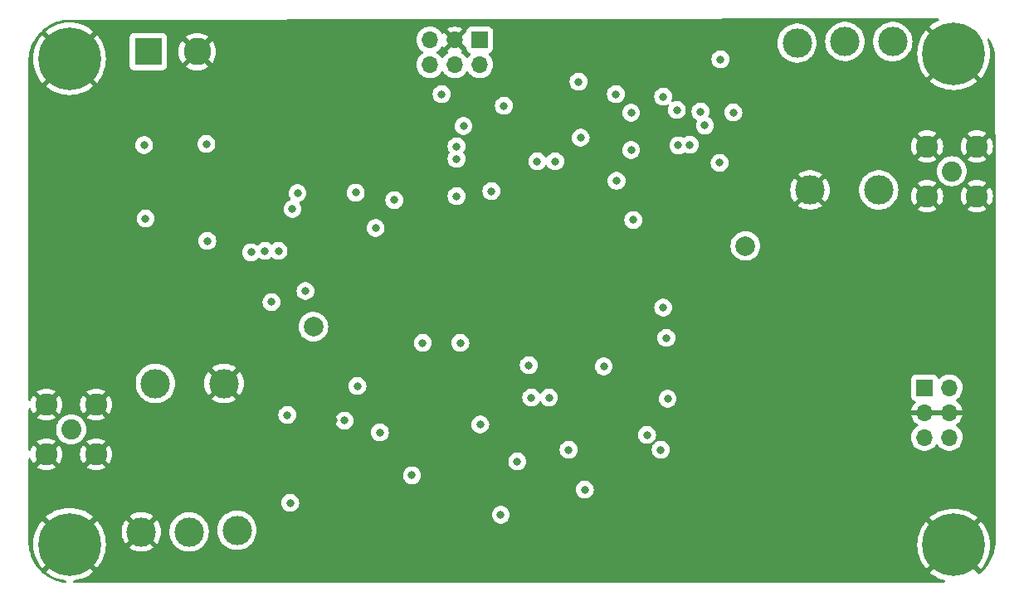
<source format=gbr>
%TF.GenerationSoftware,KiCad,Pcbnew,7.0.7*%
%TF.CreationDate,2023-12-04T17:07:47+01:00*%
%TF.ProjectId,sdrt41,73647274-3431-42e6-9b69-6361645f7063,rev?*%
%TF.SameCoordinates,Original*%
%TF.FileFunction,Copper,L2,Inr*%
%TF.FilePolarity,Positive*%
%FSLAX46Y46*%
G04 Gerber Fmt 4.6, Leading zero omitted, Abs format (unit mm)*
G04 Created by KiCad (PCBNEW 7.0.7) date 2023-12-04 17:07:47*
%MOMM*%
%LPD*%
G01*
G04 APERTURE LIST*
%TA.AperFunction,ComponentPad*%
%ADD10C,2.000000*%
%TD*%
%TA.AperFunction,ComponentPad*%
%ADD11C,0.800000*%
%TD*%
%TA.AperFunction,ComponentPad*%
%ADD12C,6.400000*%
%TD*%
%TA.AperFunction,ComponentPad*%
%ADD13C,3.000000*%
%TD*%
%TA.AperFunction,ComponentPad*%
%ADD14C,2.050000*%
%TD*%
%TA.AperFunction,ComponentPad*%
%ADD15C,2.250000*%
%TD*%
%TA.AperFunction,ComponentPad*%
%ADD16R,2.800000X2.800000*%
%TD*%
%TA.AperFunction,ComponentPad*%
%ADD17C,2.800000*%
%TD*%
%TA.AperFunction,ComponentPad*%
%ADD18R,1.700000X1.700000*%
%TD*%
%TA.AperFunction,ComponentPad*%
%ADD19O,1.700000X1.700000*%
%TD*%
%TA.AperFunction,ViaPad*%
%ADD20C,0.800000*%
%TD*%
G04 APERTURE END LIST*
D10*
%TO.N,Net-(J7-Pin_1)*%
%TO.C,J7*%
X128219200Y-100101400D03*
%TD*%
D11*
%TO.N,GND*%
%TO.C,H1*%
X191143256Y-72225200D03*
X191846200Y-70528144D03*
X191846200Y-73922256D03*
X193543256Y-69825200D03*
D12*
X193543256Y-72225200D03*
D11*
X193543256Y-74625200D03*
X195240312Y-70528144D03*
X195240312Y-73922256D03*
X195943256Y-72225200D03*
%TD*%
D13*
%TO.N,GND*%
%TO.C,T2*%
X178892200Y-86138400D03*
%TO.N,Net-(J6-In)*%
X185892200Y-86138400D03*
%TO.N,Net-(T2-SA)*%
X187325000Y-70986000D03*
%TO.N,Net-(T2-SC)*%
X182452200Y-70978400D03*
%TO.N,Net-(T2-SB)*%
X177571400Y-71138400D03*
%TD*%
D14*
%TO.N,Net-(J2-In)*%
%TO.C,J2*%
X103505000Y-110591600D03*
D15*
%TO.N,GND*%
X100965000Y-108051600D03*
X100965000Y-113131600D03*
X106045000Y-108051600D03*
X106045000Y-113131600D03*
%TD*%
D11*
%TO.N,GND*%
%TO.C,H4*%
X100927200Y-72732400D03*
X101630144Y-71035344D03*
X101630144Y-74429456D03*
X103327200Y-70332400D03*
D12*
X103327200Y-72732400D03*
D11*
X103327200Y-75132400D03*
X105024256Y-71035344D03*
X105024256Y-74429456D03*
X105727200Y-72732400D03*
%TD*%
D16*
%TO.N,+12V*%
%TO.C,J1*%
X111368200Y-72014400D03*
D17*
%TO.N,GND*%
X116368200Y-72014400D03*
%TD*%
D13*
%TO.N,GND*%
%TO.C,T1*%
X119100600Y-105904000D03*
%TO.N,Net-(J2-In)*%
X112100600Y-105904000D03*
%TO.N,GND*%
X110667800Y-121056400D03*
%TO.N,unconnected-(T1-SC-Pad4)*%
X115540600Y-121064000D03*
%TO.N,Net-(T1-SB)*%
X120421400Y-120904000D03*
%TD*%
D10*
%TO.N,Net-(J8-Pin_1)*%
%TO.C,J8*%
X172288200Y-91846400D03*
%TD*%
D18*
%TO.N,/Q+*%
%TO.C,J4*%
X190576200Y-106339400D03*
D19*
%TO.N,/Q-*%
X193116200Y-106339400D03*
%TO.N,GND*%
X190576200Y-108879400D03*
X193116200Y-108879400D03*
%TO.N,/I-*%
X190576200Y-111419400D03*
%TO.N,/I+*%
X193116200Y-111419400D03*
%TD*%
D14*
%TO.N,Net-(J6-In)*%
%TO.C,J6*%
X193370200Y-84226400D03*
D15*
%TO.N,GND*%
X190830200Y-81686400D03*
X190830200Y-86766400D03*
X195910200Y-81686400D03*
X195910200Y-86766400D03*
%TD*%
D19*
%TO.N,unconnected-(J5-Pin_6-Pad6)*%
%TO.C,J5*%
X140106400Y-73355200D03*
%TO.N,/QSE/Q-tx*%
X140106400Y-70815200D03*
%TO.N,unconnected-(J5-Pin_4-Pad4)*%
X142646400Y-73355200D03*
%TO.N,GND*%
X142646400Y-70815200D03*
%TO.N,unconnected-(J5-Pin_2-Pad2)*%
X145186400Y-73355200D03*
D18*
%TO.N,/QSE/I-tx*%
X145186400Y-70815200D03*
%TD*%
D11*
%TO.N,GND*%
%TO.C,H2*%
X191143256Y-122407344D03*
X191846200Y-120710288D03*
X191846200Y-124104400D03*
X193543256Y-120007344D03*
D12*
X193543256Y-122407344D03*
D11*
X193543256Y-124807344D03*
X195240312Y-120710288D03*
X195240312Y-124104400D03*
X195943256Y-122407344D03*
%TD*%
%TO.N,GND*%
%TO.C,H3*%
X100927200Y-122326400D03*
X101630144Y-120629344D03*
X101630144Y-124023456D03*
X103327200Y-119926400D03*
D12*
X103327200Y-122326400D03*
D11*
X103327200Y-124726400D03*
X105024256Y-120629344D03*
X105024256Y-124023456D03*
X105727200Y-122326400D03*
%TD*%
D20*
%TO.N,GND*%
X110515400Y-101498400D03*
X119964200Y-92857400D03*
X186766200Y-120802400D03*
X126238000Y-89916000D03*
X195656200Y-99212400D03*
X144856200Y-92862400D03*
X165684200Y-73050400D03*
X153746200Y-71780400D03*
X139014200Y-124612400D03*
X172166200Y-120548400D03*
X153746200Y-120294400D03*
X184353200Y-92862400D03*
X160355200Y-115214400D03*
X151206200Y-71882000D03*
X107899200Y-101498400D03*
X114376200Y-83464400D03*
X160096200Y-100482400D03*
X123647200Y-80416400D03*
X195656200Y-110642400D03*
X112750600Y-124612400D03*
X133934200Y-124612400D03*
X161493200Y-92862400D03*
X179146200Y-96672400D03*
X149936200Y-96672400D03*
X152476200Y-104292400D03*
X138506200Y-95402400D03*
X168478200Y-71526400D03*
X141554200Y-124612400D03*
X122250200Y-86512400D03*
X127335200Y-114325400D03*
X138252200Y-86766400D03*
X142316200Y-92862400D03*
X162661600Y-83159600D03*
X161112200Y-76352400D03*
X101676200Y-89052400D03*
X129870200Y-91211400D03*
X143845200Y-122453400D03*
X144607200Y-106197400D03*
X186766200Y-103022400D03*
X180543200Y-92862400D03*
X163652200Y-86766400D03*
X167467200Y-107340400D03*
X124536200Y-103022400D03*
X124536200Y-110642400D03*
X130256200Y-109702600D03*
X182956200Y-96672400D03*
X130076200Y-76662400D03*
X126187200Y-92354400D03*
X138257200Y-122580400D03*
X106756200Y-115722400D03*
X191846200Y-92862400D03*
X125907800Y-121005600D03*
X170388200Y-116484400D03*
X195656200Y-106832400D03*
X135966200Y-70002400D03*
X195656200Y-103022400D03*
X130764200Y-106197400D03*
X129616200Y-121107200D03*
X157683200Y-92862400D03*
X182956200Y-123342400D03*
X176733200Y-92862400D03*
X168864200Y-108676400D03*
X130073400Y-79400400D03*
X137749200Y-99212400D03*
X128981200Y-95402400D03*
X149682200Y-100736400D03*
X131394200Y-124612400D03*
X154167200Y-110068400D03*
X124409200Y-95402400D03*
X152476200Y-118262400D03*
X115290600Y-124612400D03*
X166954200Y-124612400D03*
X144988200Y-101752400D03*
X123520200Y-86512400D03*
X144094200Y-124612400D03*
X194386200Y-96672400D03*
X161366200Y-96672400D03*
X161874200Y-124612400D03*
X152730200Y-99085400D03*
X153746200Y-69748400D03*
X190576200Y-96672400D03*
X120370600Y-124612400D03*
X128346200Y-104546400D03*
X146634200Y-124612400D03*
X167970200Y-74320400D03*
X149936200Y-119532400D03*
X195656200Y-92862400D03*
X172034200Y-75590400D03*
X135204200Y-74066400D03*
X136474200Y-124612400D03*
X148666200Y-92862400D03*
X151714200Y-124612400D03*
X138506200Y-92862400D03*
X165684200Y-70764400D03*
X143078200Y-77876400D03*
X182956200Y-101752400D03*
X171526200Y-96672400D03*
X188036200Y-92862400D03*
X162636200Y-100482400D03*
X157556200Y-96672400D03*
X153746200Y-73812400D03*
X134696200Y-92862400D03*
X186766200Y-108102400D03*
X151333200Y-92862400D03*
X121996200Y-82575400D03*
X122910600Y-124612400D03*
X126314200Y-124612400D03*
X195656200Y-115722400D03*
X166192200Y-101244400D03*
X172034200Y-82194400D03*
X186766200Y-96672400D03*
X123520200Y-87655400D03*
X109296200Y-89052400D03*
X141808200Y-89712800D03*
X139471400Y-89712800D03*
X154254200Y-124612400D03*
X100914200Y-101498400D03*
X110210600Y-124612400D03*
X172420200Y-107340400D03*
X172034200Y-79400400D03*
X134701200Y-106197400D03*
X179532200Y-113436400D03*
X175336200Y-96672400D03*
X156794200Y-124612400D03*
X170388200Y-114452400D03*
X186766200Y-111912400D03*
X146126200Y-96672400D03*
X170002200Y-86766400D03*
X167594200Y-120294400D03*
X134696200Y-95402400D03*
X129870200Y-85369400D03*
X182956200Y-113182400D03*
X153746200Y-92862400D03*
X173609000Y-87680800D03*
X100406200Y-115849400D03*
X165303200Y-92862400D03*
X169626200Y-123088400D03*
X129616200Y-118110000D03*
X128854200Y-124612400D03*
X164160200Y-103530400D03*
X100406200Y-76352400D03*
X169113200Y-92862400D03*
X182956200Y-108102400D03*
X179146200Y-123342400D03*
X151714200Y-75336400D03*
X124485400Y-114350800D03*
X178770200Y-115468400D03*
X141178200Y-116230400D03*
X122250200Y-87655400D03*
X153746200Y-96672400D03*
X164414200Y-124612400D03*
X155524200Y-83464400D03*
X117830600Y-124612400D03*
X149174200Y-124612400D03*
X166446200Y-96672400D03*
X124536200Y-106832400D03*
X159334200Y-124612400D03*
X169494200Y-124612400D03*
%TO.N,+5V*%
X117399200Y-91352400D03*
X169748200Y-72796400D03*
X117297200Y-81432400D03*
X155270200Y-75082400D03*
X164226200Y-101244400D03*
X143535200Y-79622900D03*
X163906200Y-98157700D03*
X110947200Y-81559400D03*
%TO.N,+3V3*%
X111099200Y-89052400D03*
X121869200Y-92506900D03*
%TO.N,+12C*%
X149017200Y-113878400D03*
X150195200Y-104038400D03*
%TO.N,Net-(U8C-V+)*%
X151055700Y-83210400D03*
X142824200Y-81686400D03*
%TO.N,Net-(C21-Pad2)*%
X139376700Y-101752400D03*
X147335200Y-119315900D03*
%TO.N,Net-(U3-VCC)*%
X132715000Y-106172000D03*
X125857000Y-118110000D03*
%TO.N,Clock1*%
X127406400Y-96469200D03*
X124663200Y-92354400D03*
X131399200Y-109702600D03*
%TO.N,Clock2*%
X125557200Y-109118400D03*
X123952000Y-97586800D03*
X123266200Y-92354400D03*
%TO.N,Net-(U3-1B3)*%
X135010080Y-110900480D03*
X138277600Y-115295600D03*
%TO.N,Net-(U6B-+)*%
X163657200Y-112674400D03*
X164358200Y-107467400D03*
%TO.N,Net-(U8B--)*%
X147650200Y-77537900D03*
X141300200Y-76352400D03*
%TO.N,Net-(U9C-V+)*%
X160639200Y-78257400D03*
X159080200Y-76352400D03*
%TO.N,Net-(U10-1B1)*%
X168163531Y-79564590D03*
X166610700Y-81534000D03*
%TO.N,Net-(U4A--)*%
X154259200Y-112674400D03*
X152250700Y-107340400D03*
%TO.N,Net-(U4B-+)*%
X145242200Y-110091900D03*
X143210200Y-101752400D03*
%TO.N,Net-(C41-Pad1)*%
X136474200Y-87170900D03*
X146380200Y-86258400D03*
%TO.N,Net-(C42-Pad1)*%
X142824200Y-82956400D03*
X142824200Y-86766400D03*
%TO.N,Net-(U6A--)*%
X157838700Y-104165400D03*
X162260200Y-111150400D03*
%TO.N,Net-(C45-Pad1)*%
X159146200Y-85215400D03*
X160858200Y-89202900D03*
%TO.N,Net-(T2-SA)*%
X165455600Y-81584800D03*
%TO.N,Net-(T2-SB)*%
X169672000Y-83362800D03*
%TO.N,Net-(U8A-+)*%
X155489200Y-80797400D03*
X160639200Y-82067400D03*
X152880700Y-83210400D03*
%TO.N,Net-(R16-Pad2)*%
X150449200Y-107340400D03*
X155910200Y-116738400D03*
%TO.N,Clock3*%
X165303200Y-77978000D03*
X126606622Y-86467115D03*
X132537200Y-86410800D03*
%TO.N,Clock4*%
X126085600Y-88087200D03*
X134569200Y-90017600D03*
X167716200Y-78130400D03*
%TO.N,Net-(J8-Pin_1)*%
X163906200Y-76606400D03*
X171069000Y-78232000D03*
%TD*%
%TA.AperFunction,Conductor*%
%TO.N,GND*%
G36*
X192569477Y-108645402D02*
G01*
X192615970Y-108699058D01*
X192626074Y-108769332D01*
X192622253Y-108786896D01*
X192616200Y-108807511D01*
X192616200Y-108951288D01*
X192622253Y-108971904D01*
X192622252Y-109042900D01*
X192583867Y-109102626D01*
X192519286Y-109132118D01*
X192501356Y-109133400D01*
X191191044Y-109133400D01*
X191122923Y-109113398D01*
X191076430Y-109059742D01*
X191066326Y-108989468D01*
X191070147Y-108971904D01*
X191076200Y-108951288D01*
X191076200Y-108807511D01*
X191070147Y-108786896D01*
X191070148Y-108715900D01*
X191108533Y-108656174D01*
X191173114Y-108626682D01*
X191191044Y-108625400D01*
X192501356Y-108625400D01*
X192569477Y-108645402D01*
G37*
%TD.AperFunction*%
%TA.AperFunction,Conductor*%
G36*
X104723922Y-73769912D02*
G01*
X104950783Y-73996773D01*
X104984809Y-74059085D01*
X104979744Y-74129900D01*
X104937197Y-74186736D01*
X104931690Y-74190633D01*
X104844015Y-74249215D01*
X104785433Y-74336890D01*
X104730956Y-74382418D01*
X104660512Y-74391265D01*
X104596468Y-74360624D01*
X104591573Y-74355983D01*
X104364712Y-74129122D01*
X104330686Y-74066810D01*
X104335751Y-73995995D01*
X104371974Y-73944218D01*
X104462070Y-73867270D01*
X104539018Y-73777175D01*
X104598465Y-73738368D01*
X104669460Y-73737860D01*
X104723922Y-73769912D01*
G37*
%TD.AperFunction*%
%TA.AperFunction,Conductor*%
G36*
X102063604Y-73740950D02*
G01*
X102115381Y-73777173D01*
X102190636Y-73865287D01*
X102192330Y-73867270D01*
X102282422Y-73944216D01*
X102321231Y-74003667D01*
X102321737Y-74074662D01*
X102289686Y-74129122D01*
X102062825Y-74355983D01*
X102000513Y-74390009D01*
X101929698Y-74384944D01*
X101872862Y-74342397D01*
X101868964Y-74336889D01*
X101865639Y-74331913D01*
X101865639Y-74331911D01*
X101810384Y-74249216D01*
X101810382Y-74249215D01*
X101810382Y-74249214D01*
X101722709Y-74190633D01*
X101677181Y-74136157D01*
X101668332Y-74065714D01*
X101698973Y-74001669D01*
X101703615Y-73996773D01*
X101930477Y-73769911D01*
X101992789Y-73735885D01*
X102063604Y-73740950D01*
G37*
%TD.AperFunction*%
%TA.AperFunction,Conductor*%
G36*
X104724700Y-71079854D02*
G01*
X104781536Y-71122401D01*
X104785433Y-71127909D01*
X104844014Y-71215582D01*
X104844015Y-71215582D01*
X104844016Y-71215584D01*
X104926711Y-71270839D01*
X104926713Y-71270839D01*
X104931689Y-71274164D01*
X104977217Y-71328641D01*
X104986066Y-71399084D01*
X104955425Y-71463128D01*
X104950783Y-71468025D01*
X104723922Y-71694886D01*
X104661610Y-71728912D01*
X104590795Y-71723847D01*
X104539016Y-71687622D01*
X104462070Y-71597530D01*
X104462070Y-71597529D01*
X104371974Y-71520581D01*
X104333167Y-71461133D01*
X104332659Y-71390139D01*
X104364711Y-71335677D01*
X104591573Y-71108815D01*
X104653885Y-71074789D01*
X104724700Y-71079854D01*
G37*
%TD.AperFunction*%
%TA.AperFunction,Conductor*%
G36*
X102057929Y-71104174D02*
G01*
X102062826Y-71108816D01*
X102289687Y-71335677D01*
X102323713Y-71397989D01*
X102318648Y-71468804D01*
X102282423Y-71520583D01*
X102192330Y-71597530D01*
X102115383Y-71687623D01*
X102055932Y-71726432D01*
X101984937Y-71726938D01*
X101930477Y-71694887D01*
X101703616Y-71468026D01*
X101669590Y-71405714D01*
X101674655Y-71334899D01*
X101717202Y-71278063D01*
X101722710Y-71274165D01*
X101727687Y-71270839D01*
X101727689Y-71270839D01*
X101810384Y-71215584D01*
X101865639Y-71132889D01*
X101865639Y-71132887D01*
X101868965Y-71127910D01*
X101923442Y-71082382D01*
X101993885Y-71073533D01*
X102057929Y-71104174D01*
G37*
%TD.AperFunction*%
%TA.AperFunction,Conductor*%
G36*
X142166609Y-71039945D02*
G01*
X142223445Y-71082492D01*
X142228562Y-71089861D01*
X142264639Y-71145998D01*
X142373300Y-71240152D01*
X142373301Y-71240152D01*
X142380111Y-71246053D01*
X142378086Y-71248389D01*
X142414484Y-71290387D01*
X142424595Y-71360660D01*
X142395109Y-71425243D01*
X142388972Y-71431836D01*
X141880710Y-71940098D01*
X141901094Y-71955963D01*
X141901100Y-71955968D01*
X141934606Y-71974100D01*
X141984997Y-72024113D01*
X142000349Y-72093430D01*
X141975789Y-72160043D01*
X141934609Y-72195726D01*
X141900830Y-72214006D01*
X141900824Y-72214011D01*
X141723162Y-72352291D01*
X141570679Y-72517929D01*
X141481883Y-72653843D01*
X141427879Y-72699931D01*
X141357531Y-72709506D01*
X141293174Y-72679529D01*
X141270917Y-72653843D01*
X141182120Y-72517929D01*
X141029637Y-72352291D01*
X140916707Y-72264394D01*
X140851976Y-72214011D01*
X140818719Y-72196013D01*
X140768329Y-72146002D01*
X140752976Y-72076685D01*
X140777536Y-72010072D01*
X140818720Y-71974386D01*
X140851976Y-71956389D01*
X141029640Y-71818106D01*
X141182122Y-71652468D01*
X141271216Y-71516098D01*
X141325219Y-71470010D01*
X141395567Y-71460435D01*
X141459924Y-71490412D01*
X141482182Y-71516098D01*
X141523322Y-71579066D01*
X142033481Y-71068906D01*
X142095794Y-71034881D01*
X142166609Y-71039945D01*
G37*
%TD.AperFunction*%
%TA.AperFunction,Conductor*%
G36*
X143252733Y-71062776D02*
G01*
X143259317Y-71068907D01*
X143790995Y-71600585D01*
X143825021Y-71662897D01*
X143827900Y-71689680D01*
X143827900Y-71713849D01*
X143834409Y-71774396D01*
X143834411Y-71774404D01*
X143885510Y-71911402D01*
X143885512Y-71911407D01*
X143973138Y-72028461D01*
X144090191Y-72116086D01*
X144090192Y-72116086D01*
X144090196Y-72116089D01*
X144205210Y-72158987D01*
X144262042Y-72201532D01*
X144286853Y-72268052D01*
X144271762Y-72337426D01*
X144253875Y-72362379D01*
X144110680Y-72517929D01*
X144110679Y-72517929D01*
X144021883Y-72653843D01*
X143967879Y-72699931D01*
X143897531Y-72709506D01*
X143833174Y-72679529D01*
X143810917Y-72653843D01*
X143722120Y-72517929D01*
X143569637Y-72352291D01*
X143456707Y-72264394D01*
X143391976Y-72214011D01*
X143358192Y-72195728D01*
X143307802Y-72145716D01*
X143292450Y-72076399D01*
X143317010Y-72009786D01*
X143358193Y-71974101D01*
X143391699Y-71955968D01*
X143391702Y-71955966D01*
X143412088Y-71940098D01*
X142903827Y-71431838D01*
X142869802Y-71369525D01*
X142874866Y-71298710D01*
X142913545Y-71247040D01*
X142912689Y-71246053D01*
X142917230Y-71242117D01*
X142917413Y-71241874D01*
X142917910Y-71241528D01*
X142919495Y-71240153D01*
X142919500Y-71240152D01*
X143028161Y-71145998D01*
X143064224Y-71089881D01*
X143117878Y-71043389D01*
X143188152Y-71033284D01*
X143252733Y-71062776D01*
G37*
%TD.AperFunction*%
%TA.AperFunction,Conductor*%
G36*
X191988019Y-68643193D02*
G01*
X192034578Y-68696791D01*
X192044769Y-68767053D01*
X192015355Y-68831670D01*
X191977232Y-68861542D01*
X191686711Y-69009571D01*
X191360758Y-69221247D01*
X191105343Y-69428077D01*
X191772727Y-70095460D01*
X191806752Y-70157773D01*
X191801688Y-70228588D01*
X191759141Y-70285424D01*
X191753634Y-70289321D01*
X191665959Y-70347903D01*
X191607377Y-70435578D01*
X191552900Y-70481106D01*
X191482456Y-70489953D01*
X191418412Y-70459312D01*
X191413516Y-70454671D01*
X190746133Y-69787287D01*
X190539303Y-70042702D01*
X190327627Y-70368655D01*
X190151179Y-70714952D01*
X190151175Y-70714960D01*
X190011900Y-71077785D01*
X189911307Y-71453204D01*
X189850506Y-71837085D01*
X189830167Y-72225193D01*
X189830167Y-72225206D01*
X189850506Y-72613314D01*
X189911307Y-72997195D01*
X190011900Y-73372614D01*
X190151175Y-73735439D01*
X190151179Y-73735447D01*
X190327621Y-74081735D01*
X190327625Y-74081741D01*
X190539298Y-74407691D01*
X190539310Y-74407708D01*
X190746132Y-74663111D01*
X191413516Y-73995727D01*
X191475829Y-73961702D01*
X191546644Y-73966766D01*
X191603480Y-74009313D01*
X191607377Y-74014821D01*
X191665959Y-74102496D01*
X191753632Y-74161077D01*
X191799160Y-74215553D01*
X191808009Y-74285996D01*
X191777368Y-74350041D01*
X191772727Y-74354937D01*
X191105342Y-75022321D01*
X191105343Y-75022322D01*
X191360747Y-75229145D01*
X191360764Y-75229157D01*
X191686714Y-75440830D01*
X191686720Y-75440834D01*
X192033008Y-75617276D01*
X192033016Y-75617280D01*
X192395841Y-75756555D01*
X192771260Y-75857148D01*
X193155141Y-75917949D01*
X193543250Y-75938289D01*
X193543262Y-75938289D01*
X193931370Y-75917949D01*
X194315251Y-75857148D01*
X194690670Y-75756555D01*
X195053495Y-75617280D01*
X195053503Y-75617276D01*
X195399791Y-75440834D01*
X195399797Y-75440830D01*
X195725757Y-75229150D01*
X195981167Y-75022321D01*
X195313784Y-74354939D01*
X195279759Y-74292626D01*
X195284823Y-74221811D01*
X195327370Y-74164975D01*
X195332878Y-74161077D01*
X195337855Y-74157751D01*
X195337857Y-74157751D01*
X195420552Y-74102496D01*
X195475807Y-74019801D01*
X195475807Y-74019799D01*
X195479133Y-74014822D01*
X195533610Y-73969294D01*
X195604053Y-73960445D01*
X195668097Y-73991086D01*
X195672995Y-73995728D01*
X196340377Y-74663111D01*
X196547206Y-74407701D01*
X196758886Y-74081741D01*
X196758890Y-74081735D01*
X196935332Y-73735447D01*
X196935336Y-73735439D01*
X197074611Y-73372614D01*
X197175204Y-72997195D01*
X197236005Y-72613314D01*
X197256345Y-72225206D01*
X197256345Y-72225193D01*
X197236005Y-71837085D01*
X197175204Y-71453204D01*
X197074611Y-71077785D01*
X196980298Y-70832090D01*
X196974559Y-70761326D01*
X197007990Y-70698693D01*
X197069975Y-70664076D01*
X197140836Y-70668467D01*
X197198074Y-70710470D01*
X197205483Y-70721299D01*
X197260096Y-70810789D01*
X197262082Y-70814291D01*
X197352345Y-70985980D01*
X197390299Y-71062776D01*
X197440210Y-71163768D01*
X197442012Y-71167758D01*
X197515885Y-71347719D01*
X197587285Y-71531770D01*
X197588828Y-71536240D01*
X197645743Y-71723530D01*
X197700091Y-71911739D01*
X197701302Y-71916670D01*
X197740900Y-72111497D01*
X197777665Y-72300455D01*
X197778471Y-72305823D01*
X197793332Y-72445474D01*
X197793686Y-72452034D01*
X197821775Y-88380963D01*
X197827516Y-122004692D01*
X197827451Y-122007570D01*
X197819726Y-122177150D01*
X197809136Y-122395626D01*
X197808623Y-122401153D01*
X197782799Y-122589115D01*
X197753510Y-122789589D01*
X197752547Y-122794696D01*
X197708708Y-122984007D01*
X197661218Y-123176571D01*
X197659880Y-123181220D01*
X197598389Y-123367663D01*
X197533079Y-123553175D01*
X197531442Y-123557345D01*
X197452805Y-123738469D01*
X197370223Y-123916084D01*
X197368364Y-123919763D01*
X197273229Y-124093646D01*
X197174076Y-124262128D01*
X197172072Y-124265313D01*
X197061238Y-124430252D01*
X196946355Y-124588268D01*
X196944280Y-124590967D01*
X196818704Y-124745408D01*
X196689062Y-124891634D01*
X196686987Y-124893864D01*
X196548816Y-125035305D01*
X196546635Y-125037432D01*
X196403472Y-125170466D01*
X196251998Y-125299628D01*
X196249348Y-125301766D01*
X196181220Y-125353775D01*
X196114937Y-125379212D01*
X196045423Y-125364775D01*
X195994750Y-125315048D01*
X195978937Y-125247028D01*
X195981167Y-125204465D01*
X195313784Y-124537083D01*
X195279759Y-124474770D01*
X195284823Y-124403955D01*
X195327370Y-124347119D01*
X195332878Y-124343221D01*
X195337855Y-124339895D01*
X195337857Y-124339895D01*
X195420552Y-124284640D01*
X195475807Y-124201945D01*
X195475807Y-124201943D01*
X195479133Y-124196966D01*
X195533610Y-124151438D01*
X195604053Y-124142589D01*
X195668097Y-124173230D01*
X195672995Y-124177872D01*
X196340377Y-124845255D01*
X196547206Y-124589845D01*
X196758886Y-124263885D01*
X196758890Y-124263879D01*
X196935332Y-123917591D01*
X196935336Y-123917583D01*
X197074611Y-123554758D01*
X197175204Y-123179339D01*
X197236005Y-122795458D01*
X197256345Y-122407350D01*
X197256345Y-122407337D01*
X197236005Y-122019229D01*
X197175204Y-121635348D01*
X197074611Y-121259929D01*
X196935336Y-120897104D01*
X196935332Y-120897096D01*
X196758884Y-120550799D01*
X196547213Y-120224852D01*
X196547201Y-120224835D01*
X196340378Y-119969431D01*
X196340377Y-119969430D01*
X195672993Y-120636815D01*
X195610681Y-120670840D01*
X195539865Y-120665775D01*
X195483030Y-120623228D01*
X195479133Y-120617720D01*
X195420552Y-120530047D01*
X195332877Y-120471465D01*
X195287349Y-120416989D01*
X195278500Y-120346546D01*
X195309141Y-120282501D01*
X195313783Y-120277604D01*
X195981167Y-119610220D01*
X195725764Y-119403398D01*
X195725747Y-119403386D01*
X195399797Y-119191713D01*
X195399791Y-119191709D01*
X195053503Y-119015267D01*
X195053495Y-119015263D01*
X194690670Y-118875988D01*
X194315251Y-118775395D01*
X193931370Y-118714594D01*
X193543262Y-118694255D01*
X193543250Y-118694255D01*
X193155141Y-118714594D01*
X192771260Y-118775395D01*
X192395841Y-118875988D01*
X192033016Y-119015263D01*
X192033008Y-119015267D01*
X191686711Y-119191715D01*
X191360758Y-119403391D01*
X191105343Y-119610221D01*
X191772727Y-120277604D01*
X191806752Y-120339917D01*
X191801688Y-120410732D01*
X191759141Y-120467568D01*
X191753634Y-120471465D01*
X191665959Y-120530047D01*
X191607377Y-120617722D01*
X191552900Y-120663250D01*
X191482456Y-120672097D01*
X191418412Y-120641456D01*
X191413516Y-120636815D01*
X190746133Y-119969431D01*
X190539303Y-120224846D01*
X190327627Y-120550799D01*
X190151179Y-120897096D01*
X190151175Y-120897104D01*
X190011900Y-121259929D01*
X189911307Y-121635348D01*
X189850506Y-122019229D01*
X189830167Y-122407337D01*
X189830167Y-122407350D01*
X189850506Y-122795458D01*
X189911307Y-123179339D01*
X190011900Y-123554758D01*
X190151175Y-123917583D01*
X190151179Y-123917591D01*
X190327621Y-124263879D01*
X190327625Y-124263885D01*
X190539298Y-124589835D01*
X190539310Y-124589852D01*
X190746132Y-124845255D01*
X191413516Y-124177871D01*
X191475829Y-124143846D01*
X191546644Y-124148910D01*
X191603480Y-124191457D01*
X191607377Y-124196965D01*
X191665959Y-124284640D01*
X191753632Y-124343221D01*
X191799160Y-124397697D01*
X191808009Y-124468140D01*
X191777368Y-124532185D01*
X191772727Y-124537081D01*
X191105342Y-125204465D01*
X191105343Y-125204466D01*
X191360747Y-125411289D01*
X191360764Y-125411301D01*
X191686714Y-125622974D01*
X191686720Y-125622978D01*
X192033008Y-125799420D01*
X192033016Y-125799424D01*
X192395841Y-125938699D01*
X192593832Y-125991750D01*
X192654455Y-126028702D01*
X192685476Y-126092562D01*
X192677048Y-126163057D01*
X192631845Y-126217804D01*
X192564220Y-126239421D01*
X192561253Y-126239457D01*
X103781913Y-126262176D01*
X103713787Y-126242191D01*
X103667281Y-126188548D01*
X103657159Y-126118276D01*
X103686635Y-126053688D01*
X103746352Y-126015289D01*
X103762171Y-126011727D01*
X104099193Y-125958349D01*
X104474614Y-125857755D01*
X104837439Y-125718480D01*
X104837447Y-125718476D01*
X105183735Y-125542034D01*
X105183741Y-125542030D01*
X105509701Y-125330350D01*
X105765111Y-125123521D01*
X105097728Y-124456139D01*
X105063703Y-124393826D01*
X105068767Y-124323011D01*
X105111314Y-124266175D01*
X105116822Y-124262277D01*
X105121799Y-124258951D01*
X105121801Y-124258951D01*
X105204496Y-124203696D01*
X105259751Y-124121001D01*
X105259751Y-124120999D01*
X105263077Y-124116022D01*
X105317554Y-124070494D01*
X105387997Y-124061645D01*
X105452041Y-124092286D01*
X105456939Y-124096928D01*
X106124321Y-124764311D01*
X106331150Y-124508901D01*
X106542830Y-124182941D01*
X106542834Y-124182935D01*
X106719276Y-123836647D01*
X106719280Y-123836639D01*
X106858555Y-123473814D01*
X106959148Y-123098395D01*
X107019949Y-122714514D01*
X107040289Y-122326406D01*
X107040289Y-122326393D01*
X107019949Y-121938285D01*
X106959148Y-121554404D01*
X106858555Y-121178985D01*
X106811501Y-121056404D01*
X108655108Y-121056404D01*
X108673852Y-121330448D01*
X108673853Y-121330454D01*
X108729742Y-121599411D01*
X108729744Y-121599419D01*
X108821738Y-121858265D01*
X108948114Y-122102156D01*
X108948116Y-122102159D01*
X109078340Y-122286647D01*
X109982320Y-121382667D01*
X110044633Y-121348642D01*
X110115448Y-121353706D01*
X110171377Y-121395056D01*
X110211347Y-121447146D01*
X110239876Y-121484326D01*
X110329139Y-121552819D01*
X110371007Y-121610157D01*
X110375229Y-121681028D01*
X110341531Y-121741877D01*
X109438515Y-122644892D01*
X109438515Y-122644894D01*
X109507113Y-122700704D01*
X109507118Y-122700707D01*
X109741830Y-122843438D01*
X109993789Y-122952880D01*
X110258309Y-123026995D01*
X110530435Y-123064399D01*
X110530449Y-123064400D01*
X110805151Y-123064400D01*
X110805164Y-123064399D01*
X111077290Y-123026995D01*
X111341810Y-122952880D01*
X111593769Y-122843438D01*
X111828479Y-122700709D01*
X111897083Y-122644893D01*
X110994068Y-121741879D01*
X110960043Y-121679566D01*
X110965107Y-121608751D01*
X111006460Y-121552820D01*
X111095725Y-121484325D01*
X111124248Y-121447153D01*
X111164221Y-121395058D01*
X111221558Y-121353192D01*
X111292429Y-121348970D01*
X111353278Y-121382668D01*
X112257257Y-122286647D01*
X112387482Y-122102162D01*
X112387485Y-122102156D01*
X112513861Y-121858265D01*
X112605855Y-121599419D01*
X112605857Y-121599411D01*
X112661746Y-121330454D01*
X112661747Y-121330448D01*
X112679972Y-121064004D01*
X113527407Y-121064004D01*
X113546156Y-121338116D01*
X113546157Y-121338122D01*
X113546158Y-121338130D01*
X113568814Y-121447154D01*
X113602060Y-121607146D01*
X113602062Y-121607154D01*
X113628317Y-121681028D01*
X113694077Y-121866058D01*
X113816414Y-122102159D01*
X113820492Y-122110028D01*
X113863329Y-122170714D01*
X113978943Y-122334502D01*
X114166489Y-122535314D01*
X114379631Y-122708718D01*
X114614400Y-122851484D01*
X114866423Y-122960953D01*
X115131004Y-123035085D01*
X115226104Y-123048156D01*
X115403204Y-123072499D01*
X115403215Y-123072500D01*
X115677985Y-123072500D01*
X115677995Y-123072499D01*
X115807545Y-123054692D01*
X115950196Y-123035085D01*
X116214777Y-122960953D01*
X116466800Y-122851484D01*
X116701569Y-122708718D01*
X116914711Y-122535314D01*
X117102257Y-122334502D01*
X117260711Y-122110023D01*
X117387123Y-121866058D01*
X117479138Y-121607153D01*
X117535042Y-121338130D01*
X117535567Y-121330454D01*
X117553793Y-121064004D01*
X117553793Y-121063995D01*
X117542849Y-120904004D01*
X118408207Y-120904004D01*
X118426956Y-121178116D01*
X118426957Y-121178122D01*
X118426958Y-121178130D01*
X118434211Y-121213031D01*
X118482860Y-121447146D01*
X118482862Y-121447154D01*
X118565159Y-121678713D01*
X118574877Y-121706058D01*
X118639328Y-121830444D01*
X118701292Y-121950028D01*
X118739878Y-122004692D01*
X118859743Y-122174502D01*
X119047289Y-122375314D01*
X119260431Y-122548718D01*
X119495200Y-122691484D01*
X119495202Y-122691485D01*
X119516433Y-122700707D01*
X119747223Y-122800953D01*
X120011804Y-122875085D01*
X120106904Y-122888156D01*
X120284004Y-122912499D01*
X120284015Y-122912500D01*
X120558785Y-122912500D01*
X120558795Y-122912499D01*
X120688345Y-122894692D01*
X120830996Y-122875085D01*
X121095577Y-122800953D01*
X121347600Y-122691484D01*
X121582369Y-122548718D01*
X121795511Y-122375314D01*
X121983057Y-122174502D01*
X122141511Y-121950023D01*
X122267923Y-121706058D01*
X122359938Y-121447153D01*
X122415842Y-121178130D01*
X122423575Y-121065083D01*
X122434593Y-120904004D01*
X122434593Y-120903995D01*
X122415843Y-120629883D01*
X122415842Y-120629877D01*
X122415842Y-120629870D01*
X122359938Y-120360847D01*
X122267923Y-120101942D01*
X122141511Y-119857977D01*
X121983057Y-119633498D01*
X121795511Y-119432686D01*
X121651961Y-119315899D01*
X146421696Y-119315899D01*
X146441657Y-119505827D01*
X146449277Y-119529277D01*
X146500673Y-119687456D01*
X146500676Y-119687461D01*
X146596158Y-119852841D01*
X146596165Y-119852851D01*
X146723944Y-119994764D01*
X146723947Y-119994766D01*
X146878448Y-120107018D01*
X147052912Y-120184694D01*
X147239713Y-120224400D01*
X147430687Y-120224400D01*
X147617488Y-120184694D01*
X147791952Y-120107018D01*
X147946453Y-119994766D01*
X148042148Y-119888486D01*
X148074234Y-119852851D01*
X148074235Y-119852849D01*
X148074240Y-119852844D01*
X148169727Y-119687456D01*
X148228742Y-119505828D01*
X148248704Y-119315900D01*
X148228742Y-119125972D01*
X148169727Y-118944344D01*
X148074240Y-118778956D01*
X148074238Y-118778954D01*
X148074234Y-118778948D01*
X147946455Y-118637035D01*
X147791952Y-118524782D01*
X147617488Y-118447106D01*
X147430687Y-118407400D01*
X147239713Y-118407400D01*
X147052911Y-118447106D01*
X146878447Y-118524782D01*
X146723944Y-118637035D01*
X146596165Y-118778948D01*
X146596158Y-118778958D01*
X146500676Y-118944338D01*
X146500673Y-118944345D01*
X146441657Y-119125972D01*
X146421696Y-119315899D01*
X121651961Y-119315899D01*
X121582369Y-119259282D01*
X121347600Y-119116516D01*
X121347601Y-119116516D01*
X121347597Y-119116514D01*
X121095580Y-119007048D01*
X121095578Y-119007047D01*
X121095577Y-119007047D01*
X120963286Y-118969980D01*
X120830993Y-118932914D01*
X120558795Y-118895500D01*
X120558785Y-118895500D01*
X120284015Y-118895500D01*
X120284004Y-118895500D01*
X120011806Y-118932914D01*
X119747219Y-119007048D01*
X119495202Y-119116514D01*
X119260428Y-119259284D01*
X119047286Y-119432688D01*
X118859743Y-119633498D01*
X118701292Y-119857971D01*
X118574877Y-120101941D01*
X118482862Y-120360845D01*
X118482860Y-120360853D01*
X118453397Y-120502641D01*
X118427068Y-120629344D01*
X118426957Y-120629877D01*
X118426956Y-120629883D01*
X118408207Y-120903995D01*
X118408207Y-120904004D01*
X117542849Y-120904004D01*
X117535043Y-120789883D01*
X117535042Y-120789877D01*
X117535042Y-120789870D01*
X117479138Y-120520847D01*
X117387123Y-120261942D01*
X117260711Y-120017977D01*
X117253205Y-120007344D01*
X117169307Y-119888487D01*
X117102257Y-119793498D01*
X116914711Y-119592686D01*
X116701569Y-119419282D01*
X116466800Y-119276516D01*
X116466801Y-119276516D01*
X116466797Y-119276514D01*
X116214780Y-119167048D01*
X116214778Y-119167047D01*
X116214777Y-119167047D01*
X116013904Y-119110765D01*
X115950193Y-119092914D01*
X115677995Y-119055500D01*
X115677985Y-119055500D01*
X115403215Y-119055500D01*
X115403204Y-119055500D01*
X115131006Y-119092914D01*
X114866419Y-119167048D01*
X114614402Y-119276514D01*
X114379628Y-119419284D01*
X114166486Y-119592688D01*
X113978943Y-119793498D01*
X113820492Y-120017971D01*
X113694077Y-120261941D01*
X113602062Y-120520845D01*
X113602060Y-120520853D01*
X113569741Y-120676382D01*
X113547721Y-120782351D01*
X113546157Y-120789877D01*
X113546156Y-120789883D01*
X113527407Y-121063995D01*
X113527407Y-121064004D01*
X112679972Y-121064004D01*
X112680492Y-121056404D01*
X112680492Y-121056395D01*
X112661747Y-120782351D01*
X112661746Y-120782345D01*
X112605857Y-120513388D01*
X112605855Y-120513380D01*
X112513861Y-120254534D01*
X112387485Y-120010643D01*
X112387481Y-120010637D01*
X112257257Y-119826150D01*
X111353277Y-120730131D01*
X111290965Y-120764157D01*
X111220150Y-120759092D01*
X111164219Y-120717739D01*
X111163192Y-120716401D01*
X111105686Y-120641456D01*
X111095726Y-120628476D01*
X111081711Y-120617722D01*
X111006456Y-120559977D01*
X110964591Y-120502641D01*
X110960369Y-120431770D01*
X110994067Y-120370920D01*
X111897083Y-119467904D01*
X111828480Y-119412091D01*
X111593769Y-119269361D01*
X111341810Y-119159919D01*
X111077290Y-119085804D01*
X110805164Y-119048400D01*
X110530435Y-119048400D01*
X110258309Y-119085804D01*
X109993789Y-119159919D01*
X109741830Y-119269361D01*
X109507125Y-119412087D01*
X109438515Y-119467905D01*
X110341531Y-120370920D01*
X110375556Y-120433233D01*
X110370492Y-120504048D01*
X110329141Y-120559978D01*
X110239875Y-120628475D01*
X110171378Y-120717741D01*
X110114040Y-120759608D01*
X110043169Y-120763829D01*
X109982320Y-120730131D01*
X109078340Y-119826150D01*
X108948117Y-120010636D01*
X108821738Y-120254534D01*
X108729744Y-120513380D01*
X108729742Y-120513388D01*
X108673853Y-120782345D01*
X108673852Y-120782351D01*
X108655108Y-121056395D01*
X108655108Y-121056404D01*
X106811501Y-121056404D01*
X106719280Y-120816160D01*
X106719276Y-120816152D01*
X106542828Y-120469855D01*
X106331157Y-120143908D01*
X106331145Y-120143891D01*
X106124322Y-119888487D01*
X106124321Y-119888486D01*
X105456937Y-120555871D01*
X105394625Y-120589896D01*
X105323809Y-120584831D01*
X105266974Y-120542284D01*
X105263077Y-120536776D01*
X105204496Y-120449103D01*
X105116821Y-120390521D01*
X105071293Y-120336045D01*
X105062444Y-120265602D01*
X105093085Y-120201557D01*
X105097727Y-120196660D01*
X105765111Y-119529276D01*
X105509708Y-119322454D01*
X105509691Y-119322442D01*
X105183741Y-119110769D01*
X105183735Y-119110765D01*
X104837447Y-118934323D01*
X104837439Y-118934319D01*
X104474614Y-118795044D01*
X104099195Y-118694451D01*
X103715314Y-118633650D01*
X103327206Y-118613311D01*
X103327194Y-118613311D01*
X102939085Y-118633650D01*
X102555204Y-118694451D01*
X102179785Y-118795044D01*
X101816960Y-118934319D01*
X101816952Y-118934323D01*
X101470655Y-119110771D01*
X101144702Y-119322447D01*
X100889287Y-119529277D01*
X101556671Y-120196660D01*
X101590696Y-120258973D01*
X101585632Y-120329788D01*
X101543085Y-120386624D01*
X101537578Y-120390521D01*
X101449903Y-120449103D01*
X101391321Y-120536778D01*
X101336844Y-120582306D01*
X101266400Y-120591153D01*
X101202356Y-120560512D01*
X101197460Y-120555871D01*
X100530077Y-119888487D01*
X100323247Y-120143902D01*
X100111571Y-120469855D01*
X99935123Y-120816152D01*
X99935119Y-120816160D01*
X99795844Y-121178985D01*
X99695251Y-121554404D01*
X99634450Y-121938285D01*
X99614111Y-122326393D01*
X99614111Y-122326406D01*
X99634450Y-122714514D01*
X99695251Y-123098395D01*
X99795844Y-123473814D01*
X99935119Y-123836639D01*
X99935123Y-123836647D01*
X100111565Y-124182935D01*
X100111569Y-124182941D01*
X100323242Y-124508891D01*
X100323254Y-124508908D01*
X100530076Y-124764311D01*
X101197460Y-124096927D01*
X101259773Y-124062902D01*
X101330588Y-124067966D01*
X101387424Y-124110513D01*
X101391321Y-124116021D01*
X101449903Y-124203696D01*
X101537576Y-124262277D01*
X101583104Y-124316753D01*
X101591953Y-124387196D01*
X101561312Y-124451241D01*
X101556671Y-124456137D01*
X100889286Y-125123521D01*
X100889287Y-125123522D01*
X101144691Y-125330345D01*
X101144708Y-125330357D01*
X101470658Y-125542030D01*
X101470664Y-125542034D01*
X101816952Y-125718476D01*
X101816960Y-125718480D01*
X102179785Y-125857755D01*
X102531955Y-125952119D01*
X102542616Y-125958617D01*
X102563409Y-125959648D01*
X102893696Y-126011960D01*
X102957849Y-126042372D01*
X102995376Y-126102641D01*
X102994362Y-126173630D01*
X102955129Y-126232802D01*
X102890134Y-126261370D01*
X102874011Y-126262409D01*
X102860096Y-126262412D01*
X102851500Y-126261825D01*
X102788710Y-126253200D01*
X102592757Y-126224572D01*
X102587650Y-126223609D01*
X102515273Y-126206849D01*
X102502599Y-126199707D01*
X102502342Y-126199790D01*
X102470919Y-126196578D01*
X102435161Y-126188297D01*
X102396370Y-126179315D01*
X102330444Y-126163057D01*
X102206918Y-126132594D01*
X102202268Y-126131256D01*
X102014470Y-126069317D01*
X101831412Y-126004871D01*
X101827241Y-126003234D01*
X101645125Y-125924166D01*
X101469542Y-125842530D01*
X101465863Y-125840670D01*
X101291230Y-125745125D01*
X101124510Y-125647010D01*
X101121325Y-125645005D01*
X100955766Y-125533756D01*
X100799330Y-125420021D01*
X100796632Y-125417945D01*
X100641640Y-125291921D01*
X100496859Y-125163561D01*
X100494629Y-125161485D01*
X100352657Y-125022795D01*
X100350530Y-125020614D01*
X100218829Y-124878882D01*
X100121133Y-124764311D01*
X100089209Y-124726872D01*
X100087082Y-124724237D01*
X99969724Y-124570505D01*
X99888930Y-124456139D01*
X99854609Y-124407556D01*
X99852543Y-124404438D01*
X99750572Y-124240082D01*
X99667843Y-124096927D01*
X99650949Y-124067694D01*
X99649004Y-124064059D01*
X99605736Y-123976418D01*
X99563310Y-123890484D01*
X99479985Y-123710224D01*
X99478271Y-123706141D01*
X99409538Y-123524570D01*
X99397699Y-123491310D01*
X99343223Y-123338264D01*
X99341798Y-123333714D01*
X99290648Y-123145356D01*
X99241892Y-122955160D01*
X99240818Y-122950114D01*
X99207636Y-122754992D01*
X99176858Y-122564172D01*
X99176225Y-122558732D01*
X99160977Y-122346558D01*
X99149022Y-122173300D01*
X99148875Y-122169017D01*
X99147869Y-118110000D01*
X124943496Y-118110000D01*
X124963457Y-118299927D01*
X124993526Y-118392470D01*
X125022473Y-118481556D01*
X125022476Y-118481561D01*
X125117958Y-118646941D01*
X125117965Y-118646951D01*
X125245744Y-118788864D01*
X125245747Y-118788866D01*
X125400248Y-118901118D01*
X125574712Y-118978794D01*
X125761513Y-119018500D01*
X125952487Y-119018500D01*
X126139288Y-118978794D01*
X126313752Y-118901118D01*
X126468253Y-118788866D01*
X126477183Y-118778948D01*
X126596034Y-118646951D01*
X126596035Y-118646949D01*
X126596040Y-118646944D01*
X126691527Y-118481556D01*
X126750542Y-118299928D01*
X126770504Y-118110000D01*
X126750542Y-117920072D01*
X126691527Y-117738444D01*
X126596040Y-117573056D01*
X126596038Y-117573054D01*
X126596034Y-117573048D01*
X126468255Y-117431135D01*
X126313752Y-117318882D01*
X126139288Y-117241206D01*
X125952487Y-117201500D01*
X125761513Y-117201500D01*
X125574711Y-117241206D01*
X125400247Y-117318882D01*
X125245744Y-117431135D01*
X125117965Y-117573048D01*
X125117958Y-117573058D01*
X125022476Y-117738438D01*
X125022473Y-117738445D01*
X124963457Y-117920072D01*
X124943496Y-118110000D01*
X99147869Y-118110000D01*
X99147529Y-116738400D01*
X154996696Y-116738400D01*
X155016657Y-116928327D01*
X155046726Y-117020870D01*
X155075673Y-117109956D01*
X155075676Y-117109961D01*
X155171158Y-117275341D01*
X155171165Y-117275351D01*
X155298944Y-117417264D01*
X155318036Y-117431135D01*
X155453448Y-117529518D01*
X155627912Y-117607194D01*
X155814713Y-117646900D01*
X156005687Y-117646900D01*
X156192488Y-117607194D01*
X156366952Y-117529518D01*
X156521453Y-117417266D01*
X156521455Y-117417264D01*
X156649234Y-117275351D01*
X156649235Y-117275349D01*
X156649240Y-117275344D01*
X156744727Y-117109956D01*
X156803742Y-116928328D01*
X156823704Y-116738400D01*
X156803742Y-116548472D01*
X156744727Y-116366844D01*
X156649240Y-116201456D01*
X156649238Y-116201454D01*
X156649234Y-116201448D01*
X156521455Y-116059535D01*
X156366952Y-115947282D01*
X156192488Y-115869606D01*
X156005687Y-115829900D01*
X155814713Y-115829900D01*
X155627911Y-115869606D01*
X155453447Y-115947282D01*
X155298944Y-116059535D01*
X155171165Y-116201448D01*
X155171158Y-116201458D01*
X155075676Y-116366838D01*
X155075673Y-116366845D01*
X155016657Y-116548472D01*
X154996696Y-116738400D01*
X99147529Y-116738400D01*
X99147171Y-115295600D01*
X137364096Y-115295600D01*
X137384057Y-115485527D01*
X137414126Y-115578070D01*
X137443073Y-115667156D01*
X137443076Y-115667161D01*
X137538558Y-115832541D01*
X137538565Y-115832551D01*
X137666344Y-115974464D01*
X137666347Y-115974466D01*
X137820848Y-116086718D01*
X137995312Y-116164394D01*
X138182113Y-116204100D01*
X138373087Y-116204100D01*
X138559888Y-116164394D01*
X138734352Y-116086718D01*
X138888853Y-115974466D01*
X138913330Y-115947282D01*
X139016634Y-115832551D01*
X139016635Y-115832549D01*
X139016640Y-115832544D01*
X139112127Y-115667156D01*
X139171142Y-115485528D01*
X139191104Y-115295600D01*
X139171142Y-115105672D01*
X139112127Y-114924044D01*
X139016640Y-114758656D01*
X139016638Y-114758654D01*
X139016634Y-114758648D01*
X138888855Y-114616735D01*
X138734352Y-114504482D01*
X138559888Y-114426806D01*
X138373087Y-114387100D01*
X138182113Y-114387100D01*
X137995311Y-114426806D01*
X137820847Y-114504482D01*
X137666344Y-114616735D01*
X137538565Y-114758648D01*
X137538558Y-114758658D01*
X137443076Y-114924038D01*
X137443073Y-114924045D01*
X137384057Y-115105672D01*
X137364096Y-115295600D01*
X99147171Y-115295600D01*
X99146755Y-113617878D01*
X99166740Y-113549756D01*
X99220384Y-113503249D01*
X99290656Y-113493128D01*
X99355244Y-113522605D01*
X99393642Y-113582322D01*
X99395273Y-113588435D01*
X99407119Y-113637775D01*
X99407121Y-113637781D01*
X99505486Y-113875257D01*
X99639791Y-114094424D01*
X99641252Y-114096135D01*
X100100343Y-113637045D01*
X100162656Y-113603020D01*
X100233471Y-113608084D01*
X100285471Y-113644569D01*
X100377003Y-113752329D01*
X100377005Y-113752330D01*
X100377009Y-113752335D01*
X100447583Y-113805984D01*
X100489707Y-113863129D01*
X100494248Y-113933981D01*
X100460424Y-113995384D01*
X100000462Y-114455345D01*
X100000462Y-114455346D01*
X100002174Y-114456807D01*
X100221342Y-114591113D01*
X100458816Y-114689478D01*
X100708753Y-114749482D01*
X100965000Y-114769649D01*
X101221246Y-114749482D01*
X101471183Y-114689478D01*
X101708657Y-114591113D01*
X101927825Y-114456807D01*
X101929535Y-114455346D01*
X101473152Y-113998963D01*
X101439127Y-113936650D01*
X101444191Y-113865835D01*
X101479168Y-113818758D01*
X101477471Y-113816967D01*
X101489069Y-113805981D01*
X101616658Y-113685123D01*
X101636580Y-113655739D01*
X101691363Y-113610582D01*
X101761865Y-113602211D01*
X101825700Y-113633284D01*
X101829965Y-113637354D01*
X102288746Y-114096135D01*
X102290207Y-114094425D01*
X102424513Y-113875257D01*
X102522878Y-113637783D01*
X102582882Y-113387846D01*
X102603049Y-113131600D01*
X104406950Y-113131600D01*
X104427117Y-113387846D01*
X104487121Y-113637783D01*
X104585486Y-113875257D01*
X104719791Y-114094424D01*
X104721252Y-114096135D01*
X105180343Y-113637045D01*
X105242656Y-113603020D01*
X105313471Y-113608084D01*
X105365471Y-113644569D01*
X105457003Y-113752329D01*
X105457005Y-113752330D01*
X105457009Y-113752335D01*
X105527583Y-113805984D01*
X105569707Y-113863129D01*
X105574248Y-113933981D01*
X105540424Y-113995384D01*
X105080462Y-114455345D01*
X105080462Y-114455346D01*
X105082174Y-114456807D01*
X105301342Y-114591113D01*
X105538816Y-114689478D01*
X105788753Y-114749482D01*
X106045000Y-114769649D01*
X106301246Y-114749482D01*
X106551183Y-114689478D01*
X106788657Y-114591113D01*
X107007825Y-114456807D01*
X107009535Y-114455346D01*
X106553152Y-113998963D01*
X106519127Y-113936650D01*
X106524191Y-113865835D01*
X106559168Y-113818758D01*
X106557471Y-113816967D01*
X106569069Y-113805981D01*
X106696658Y-113685123D01*
X106716580Y-113655739D01*
X106771363Y-113610582D01*
X106841865Y-113602211D01*
X106905700Y-113633284D01*
X106909965Y-113637354D01*
X107368746Y-114096135D01*
X107370207Y-114094425D01*
X107502588Y-113878399D01*
X148103696Y-113878399D01*
X148123657Y-114068327D01*
X148132137Y-114094424D01*
X148182673Y-114249956D01*
X148182676Y-114249961D01*
X148278158Y-114415341D01*
X148278165Y-114415351D01*
X148405944Y-114557264D01*
X148405947Y-114557266D01*
X148560448Y-114669518D01*
X148734912Y-114747194D01*
X148921713Y-114786900D01*
X149112687Y-114786900D01*
X149299488Y-114747194D01*
X149473952Y-114669518D01*
X149628453Y-114557266D01*
X149756240Y-114415344D01*
X149851727Y-114249956D01*
X149910742Y-114068328D01*
X149930704Y-113878400D01*
X149910742Y-113688472D01*
X149851727Y-113506844D01*
X149756240Y-113341456D01*
X149756238Y-113341454D01*
X149756234Y-113341448D01*
X149628455Y-113199535D01*
X149473952Y-113087282D01*
X149299488Y-113009606D01*
X149112687Y-112969900D01*
X148921713Y-112969900D01*
X148734911Y-113009606D01*
X148560447Y-113087282D01*
X148405944Y-113199535D01*
X148278165Y-113341448D01*
X148278158Y-113341458D01*
X148182676Y-113506838D01*
X148182673Y-113506844D01*
X148170862Y-113543193D01*
X148123657Y-113688472D01*
X148103696Y-113878399D01*
X107502588Y-113878399D01*
X107504513Y-113875257D01*
X107602878Y-113637783D01*
X107662882Y-113387846D01*
X107683049Y-113131599D01*
X107662882Y-112875353D01*
X107614638Y-112674399D01*
X153345696Y-112674399D01*
X153365657Y-112864327D01*
X153369240Y-112875353D01*
X153424673Y-113045956D01*
X153424676Y-113045961D01*
X153520158Y-113211341D01*
X153520165Y-113211351D01*
X153647944Y-113353264D01*
X153647947Y-113353266D01*
X153802448Y-113465518D01*
X153976912Y-113543194D01*
X154163713Y-113582900D01*
X154354687Y-113582900D01*
X154541488Y-113543194D01*
X154715952Y-113465518D01*
X154870453Y-113353266D01*
X154998240Y-113211344D01*
X155093727Y-113045956D01*
X155152742Y-112864328D01*
X155172704Y-112674400D01*
X155172704Y-112674399D01*
X162743696Y-112674399D01*
X162763657Y-112864327D01*
X162767240Y-112875353D01*
X162822673Y-113045956D01*
X162822676Y-113045961D01*
X162918158Y-113211341D01*
X162918165Y-113211351D01*
X163045944Y-113353264D01*
X163045947Y-113353266D01*
X163200448Y-113465518D01*
X163374912Y-113543194D01*
X163561713Y-113582900D01*
X163752687Y-113582900D01*
X163939488Y-113543194D01*
X164113952Y-113465518D01*
X164268453Y-113353266D01*
X164396240Y-113211344D01*
X164491727Y-113045956D01*
X164550742Y-112864328D01*
X164570704Y-112674400D01*
X164550742Y-112484472D01*
X164491727Y-112302844D01*
X164396240Y-112137456D01*
X164396238Y-112137454D01*
X164396234Y-112137448D01*
X164268455Y-111995535D01*
X164113952Y-111883282D01*
X163939488Y-111805606D01*
X163752687Y-111765900D01*
X163561713Y-111765900D01*
X163374911Y-111805606D01*
X163200447Y-111883282D01*
X163078312Y-111972019D01*
X163029344Y-111989490D01*
X163012928Y-112031657D01*
X163006785Y-112039025D01*
X162918165Y-112137448D01*
X162918158Y-112137458D01*
X162822676Y-112302838D01*
X162822673Y-112302845D01*
X162763657Y-112484472D01*
X162743696Y-112674399D01*
X155172704Y-112674399D01*
X155152742Y-112484472D01*
X155093727Y-112302844D01*
X154998240Y-112137456D01*
X154998238Y-112137454D01*
X154998234Y-112137448D01*
X154870455Y-111995535D01*
X154715952Y-111883282D01*
X154541488Y-111805606D01*
X154354687Y-111765900D01*
X154163713Y-111765900D01*
X153976911Y-111805606D01*
X153802447Y-111883282D01*
X153647944Y-111995535D01*
X153520165Y-112137448D01*
X153520158Y-112137458D01*
X153424676Y-112302838D01*
X153424673Y-112302845D01*
X153365657Y-112484472D01*
X153345696Y-112674399D01*
X107614638Y-112674399D01*
X107602878Y-112625416D01*
X107504513Y-112387942D01*
X107370207Y-112168774D01*
X107368746Y-112167062D01*
X106909654Y-112626154D01*
X106847342Y-112660179D01*
X106776526Y-112655114D01*
X106724526Y-112618628D01*
X106632995Y-112510869D01*
X106632993Y-112510867D01*
X106632991Y-112510865D01*
X106562415Y-112457214D01*
X106520291Y-112400068D01*
X106515750Y-112329217D01*
X106549574Y-112267813D01*
X107009536Y-111807852D01*
X107007824Y-111806391D01*
X106788657Y-111672086D01*
X106551183Y-111573721D01*
X106301246Y-111513717D01*
X106045000Y-111493550D01*
X105788753Y-111513717D01*
X105538816Y-111573721D01*
X105301342Y-111672086D01*
X105082177Y-111806390D01*
X105082174Y-111806393D01*
X105080462Y-111807852D01*
X105536847Y-112264236D01*
X105570872Y-112326549D01*
X105565808Y-112397364D01*
X105530843Y-112444455D01*
X105532528Y-112446234D01*
X105393339Y-112578079D01*
X105373417Y-112607462D01*
X105318632Y-112652619D01*
X105248130Y-112660988D01*
X105184296Y-112629912D01*
X105180034Y-112625845D01*
X104721252Y-112167062D01*
X104719793Y-112168774D01*
X104719790Y-112168777D01*
X104585486Y-112387942D01*
X104487121Y-112625416D01*
X104427117Y-112875353D01*
X104406950Y-113131600D01*
X102603049Y-113131600D01*
X102582882Y-112875353D01*
X102522878Y-112625416D01*
X102424513Y-112387942D01*
X102290207Y-112168774D01*
X102288746Y-112167062D01*
X101829654Y-112626154D01*
X101767342Y-112660179D01*
X101696526Y-112655114D01*
X101644526Y-112618628D01*
X101552995Y-112510869D01*
X101552993Y-112510867D01*
X101552991Y-112510865D01*
X101482415Y-112457214D01*
X101440291Y-112400068D01*
X101435750Y-112329217D01*
X101469574Y-112267813D01*
X101929536Y-111807852D01*
X101927824Y-111806391D01*
X101708657Y-111672086D01*
X101471183Y-111573721D01*
X101221246Y-111513717D01*
X100965000Y-111493550D01*
X100708753Y-111513717D01*
X100458816Y-111573721D01*
X100221342Y-111672086D01*
X100002177Y-111806390D01*
X100002174Y-111806393D01*
X100000462Y-111807852D01*
X100456847Y-112264236D01*
X100490872Y-112326549D01*
X100485808Y-112397364D01*
X100450843Y-112444455D01*
X100452528Y-112446234D01*
X100313339Y-112578079D01*
X100293417Y-112607462D01*
X100238632Y-112652619D01*
X100168130Y-112660988D01*
X100104296Y-112629912D01*
X100100034Y-112625845D01*
X99641252Y-112167062D01*
X99639793Y-112168774D01*
X99639790Y-112168777D01*
X99505486Y-112387942D01*
X99407121Y-112625417D01*
X99395034Y-112675766D01*
X99359682Y-112737335D01*
X99296655Y-112770018D01*
X99225964Y-112763437D01*
X99170053Y-112719683D01*
X99146672Y-112652647D01*
X99146515Y-112646383D01*
X99146363Y-112031657D01*
X99146006Y-110591600D01*
X101966758Y-110591600D01*
X101980858Y-110770766D01*
X101985696Y-110832233D01*
X102042044Y-111066941D01*
X102076614Y-111150399D01*
X102134416Y-111289947D01*
X102260536Y-111495756D01*
X102417299Y-111679301D01*
X102600844Y-111836064D01*
X102806653Y-111962184D01*
X103029657Y-112054555D01*
X103264366Y-112110904D01*
X103505000Y-112129842D01*
X103745634Y-112110904D01*
X103980343Y-112054555D01*
X104203347Y-111962184D01*
X104409156Y-111836064D01*
X104592701Y-111679301D01*
X104749464Y-111495756D01*
X104875584Y-111289947D01*
X104967955Y-111066943D01*
X105007919Y-110900480D01*
X134096576Y-110900480D01*
X134116537Y-111090407D01*
X134136030Y-111150399D01*
X134175553Y-111272036D01*
X134175556Y-111272041D01*
X134271038Y-111437421D01*
X134271045Y-111437431D01*
X134398824Y-111579344D01*
X134398827Y-111579346D01*
X134553328Y-111691598D01*
X134727792Y-111769274D01*
X134914593Y-111808980D01*
X135105567Y-111808980D01*
X135292368Y-111769274D01*
X135466832Y-111691598D01*
X135621333Y-111579346D01*
X135696598Y-111495756D01*
X135749114Y-111437431D01*
X135749115Y-111437429D01*
X135749120Y-111437424D01*
X135844607Y-111272036D01*
X135884130Y-111150399D01*
X161346696Y-111150399D01*
X161366657Y-111340327D01*
X161392350Y-111419399D01*
X161425673Y-111521956D01*
X161425676Y-111521961D01*
X161521158Y-111687341D01*
X161521165Y-111687351D01*
X161648944Y-111829264D01*
X161681311Y-111852780D01*
X161803448Y-111941518D01*
X161977912Y-112019194D01*
X162164713Y-112058900D01*
X162355687Y-112058900D01*
X162542488Y-112019194D01*
X162716952Y-111941518D01*
X162839091Y-111852777D01*
X162888053Y-111835308D01*
X162904471Y-111793141D01*
X162910615Y-111785773D01*
X162999234Y-111687351D01*
X162999235Y-111687349D01*
X162999240Y-111687344D01*
X163094727Y-111521956D01*
X163128050Y-111419400D01*
X189213044Y-111419400D01*
X189220859Y-111513717D01*
X189231637Y-111643775D01*
X189286902Y-111862012D01*
X189286903Y-111862013D01*
X189286904Y-111862016D01*
X189355848Y-112019193D01*
X189377341Y-112068193D01*
X189500475Y-112256665D01*
X189500479Y-112256670D01*
X189652962Y-112422308D01*
X189683702Y-112446234D01*
X189830624Y-112560589D01*
X190028626Y-112667742D01*
X190028627Y-112667742D01*
X190028628Y-112667743D01*
X190140427Y-112706123D01*
X190241565Y-112740844D01*
X190463631Y-112777900D01*
X190463635Y-112777900D01*
X190688765Y-112777900D01*
X190688769Y-112777900D01*
X190910835Y-112740844D01*
X191123774Y-112667742D01*
X191321776Y-112560589D01*
X191499440Y-112422306D01*
X191651922Y-112256668D01*
X191740716Y-112120757D01*
X191794720Y-112074668D01*
X191865068Y-112065093D01*
X191929426Y-112095070D01*
X191951683Y-112120757D01*
X192040475Y-112256665D01*
X192040479Y-112256670D01*
X192192962Y-112422308D01*
X192223702Y-112446234D01*
X192370624Y-112560589D01*
X192568626Y-112667742D01*
X192568627Y-112667742D01*
X192568628Y-112667743D01*
X192680427Y-112706123D01*
X192781565Y-112740844D01*
X193003631Y-112777900D01*
X193003635Y-112777900D01*
X193228765Y-112777900D01*
X193228769Y-112777900D01*
X193450835Y-112740844D01*
X193663774Y-112667742D01*
X193861776Y-112560589D01*
X194039440Y-112422306D01*
X194191922Y-112256668D01*
X194315060Y-112068191D01*
X194405496Y-111862016D01*
X194460764Y-111643768D01*
X194479356Y-111419400D01*
X194460764Y-111195032D01*
X194434269Y-111090407D01*
X194405497Y-110976787D01*
X194405496Y-110976786D01*
X194405496Y-110976784D01*
X194315060Y-110770609D01*
X194308340Y-110760324D01*
X194191924Y-110582134D01*
X194191920Y-110582129D01*
X194039437Y-110416491D01*
X193955251Y-110350966D01*
X193861776Y-110278211D01*
X193827992Y-110259928D01*
X193777602Y-110209916D01*
X193762250Y-110140599D01*
X193786810Y-110073986D01*
X193827993Y-110038301D01*
X193861500Y-110020167D01*
X193861501Y-110020167D01*
X194039102Y-109881934D01*
X194191525Y-109716358D01*
X194314619Y-109527948D01*
X194405020Y-109321856D01*
X194405023Y-109321849D01*
X194452744Y-109133400D01*
X193731044Y-109133400D01*
X193662923Y-109113398D01*
X193616430Y-109059742D01*
X193606326Y-108989468D01*
X193610147Y-108971904D01*
X193616200Y-108951288D01*
X193616200Y-108807511D01*
X193610147Y-108786896D01*
X193610148Y-108715900D01*
X193648533Y-108656174D01*
X193713114Y-108626682D01*
X193731044Y-108625400D01*
X194452744Y-108625400D01*
X194452744Y-108625399D01*
X194405023Y-108436950D01*
X194405020Y-108436943D01*
X194314619Y-108230851D01*
X194191525Y-108042441D01*
X194039102Y-107876865D01*
X193861501Y-107738632D01*
X193861500Y-107738631D01*
X193827991Y-107720497D01*
X193777601Y-107670483D01*
X193762250Y-107601166D01*
X193786812Y-107534553D01*
X193827990Y-107498872D01*
X193861776Y-107480589D01*
X194039440Y-107342306D01*
X194191922Y-107176668D01*
X194315060Y-106988191D01*
X194405496Y-106782016D01*
X194460764Y-106563768D01*
X194479356Y-106339400D01*
X194460764Y-106115032D01*
X194427094Y-105982072D01*
X194405497Y-105896787D01*
X194405496Y-105896786D01*
X194405496Y-105896784D01*
X194315060Y-105690609D01*
X194278767Y-105635058D01*
X194191924Y-105502134D01*
X194191920Y-105502129D01*
X194062420Y-105361457D01*
X194039440Y-105336494D01*
X194039439Y-105336493D01*
X194039437Y-105336491D01*
X193919567Y-105243192D01*
X193861776Y-105198211D01*
X193663774Y-105091058D01*
X193663772Y-105091057D01*
X193663771Y-105091056D01*
X193450839Y-105017957D01*
X193450830Y-105017955D01*
X193406676Y-105010587D01*
X193228769Y-104980900D01*
X193003631Y-104980900D01*
X192855411Y-105005633D01*
X192781569Y-105017955D01*
X192781560Y-105017957D01*
X192568628Y-105091056D01*
X192568626Y-105091058D01*
X192370626Y-105198210D01*
X192370624Y-105198211D01*
X192192962Y-105336491D01*
X192131954Y-105402763D01*
X192071101Y-105439333D01*
X192000136Y-105437198D01*
X191941591Y-105397036D01*
X191921199Y-105361457D01*
X191877089Y-105243197D01*
X191877087Y-105243192D01*
X191789461Y-105126138D01*
X191672407Y-105038512D01*
X191672402Y-105038510D01*
X191535404Y-104987411D01*
X191535396Y-104987409D01*
X191474849Y-104980900D01*
X191474838Y-104980900D01*
X189677562Y-104980900D01*
X189677550Y-104980900D01*
X189617003Y-104987409D01*
X189616995Y-104987411D01*
X189479997Y-105038510D01*
X189479992Y-105038512D01*
X189362938Y-105126138D01*
X189275312Y-105243192D01*
X189275310Y-105243197D01*
X189224211Y-105380195D01*
X189224209Y-105380203D01*
X189217700Y-105440750D01*
X189217700Y-107238049D01*
X189224209Y-107298596D01*
X189224211Y-107298604D01*
X189275310Y-107435602D01*
X189275312Y-107435607D01*
X189362938Y-107552661D01*
X189479992Y-107640287D01*
X189479996Y-107640289D01*
X189595512Y-107683375D01*
X189652348Y-107725922D01*
X189677158Y-107792442D01*
X189662066Y-107861816D01*
X189644181Y-107886767D01*
X189500874Y-108042441D01*
X189377780Y-108230851D01*
X189287379Y-108436943D01*
X189287376Y-108436950D01*
X189239655Y-108625399D01*
X189239656Y-108625400D01*
X189961356Y-108625400D01*
X190029477Y-108645402D01*
X190075970Y-108699058D01*
X190086074Y-108769332D01*
X190082253Y-108786896D01*
X190076200Y-108807511D01*
X190076200Y-108951288D01*
X190082253Y-108971904D01*
X190082252Y-109042900D01*
X190043867Y-109102626D01*
X189979286Y-109132118D01*
X189961356Y-109133400D01*
X189239655Y-109133400D01*
X189287376Y-109321849D01*
X189287379Y-109321856D01*
X189377780Y-109527948D01*
X189500874Y-109716358D01*
X189653297Y-109881934D01*
X189830898Y-110020167D01*
X189830904Y-110020171D01*
X189864407Y-110038302D01*
X189914797Y-110088315D01*
X189930149Y-110157632D01*
X189905588Y-110224245D01*
X189864407Y-110259928D01*
X189830630Y-110278207D01*
X189830624Y-110278211D01*
X189652962Y-110416491D01*
X189500479Y-110582129D01*
X189500475Y-110582134D01*
X189377341Y-110770606D01*
X189286903Y-110976786D01*
X189286902Y-110976787D01*
X189231637Y-111195024D01*
X189231636Y-111195030D01*
X189231636Y-111195032D01*
X189213044Y-111419400D01*
X163128050Y-111419400D01*
X163153742Y-111340328D01*
X163173704Y-111150400D01*
X163153742Y-110960472D01*
X163094727Y-110778844D01*
X162999240Y-110613456D01*
X162999238Y-110613454D01*
X162999234Y-110613448D01*
X162871455Y-110471535D01*
X162716952Y-110359282D01*
X162542488Y-110281606D01*
X162355687Y-110241900D01*
X162164713Y-110241900D01*
X161977911Y-110281606D01*
X161803447Y-110359282D01*
X161648944Y-110471535D01*
X161521165Y-110613448D01*
X161521158Y-110613458D01*
X161425676Y-110778838D01*
X161425673Y-110778845D01*
X161366657Y-110960472D01*
X161346696Y-111150399D01*
X135884130Y-111150399D01*
X135903622Y-111090408D01*
X135923584Y-110900480D01*
X135903622Y-110710552D01*
X135844607Y-110528924D01*
X135749120Y-110363536D01*
X135749118Y-110363534D01*
X135749114Y-110363528D01*
X135621335Y-110221615D01*
X135466832Y-110109362D01*
X135427609Y-110091899D01*
X144328696Y-110091899D01*
X144348657Y-110281827D01*
X144375204Y-110363528D01*
X144407673Y-110463456D01*
X144425144Y-110493717D01*
X144503158Y-110628841D01*
X144503165Y-110628851D01*
X144630944Y-110770764D01*
X144642057Y-110778838D01*
X144785448Y-110883018D01*
X144959912Y-110960694D01*
X145146713Y-111000400D01*
X145337687Y-111000400D01*
X145524488Y-110960694D01*
X145698952Y-110883018D01*
X145853453Y-110770766D01*
X145853455Y-110770764D01*
X145981234Y-110628851D01*
X145981235Y-110628849D01*
X145981240Y-110628844D01*
X146076727Y-110463456D01*
X146135742Y-110281828D01*
X146155704Y-110091900D01*
X146135742Y-109901972D01*
X146076727Y-109720344D01*
X145981240Y-109554956D01*
X145981238Y-109554954D01*
X145981234Y-109554948D01*
X145853455Y-109413035D01*
X145698952Y-109300782D01*
X145524488Y-109223106D01*
X145337687Y-109183400D01*
X145146713Y-109183400D01*
X144959911Y-109223106D01*
X144785447Y-109300782D01*
X144630944Y-109413035D01*
X144503165Y-109554948D01*
X144503158Y-109554958D01*
X144407676Y-109720338D01*
X144407673Y-109720345D01*
X144348657Y-109901972D01*
X144328696Y-110091899D01*
X135427609Y-110091899D01*
X135292368Y-110031686D01*
X135105567Y-109991980D01*
X134914593Y-109991980D01*
X134727791Y-110031686D01*
X134553327Y-110109362D01*
X134398824Y-110221615D01*
X134271045Y-110363528D01*
X134271038Y-110363538D01*
X134175556Y-110528918D01*
X134175553Y-110528925D01*
X134116537Y-110710552D01*
X134096576Y-110900480D01*
X105007919Y-110900480D01*
X105024304Y-110832234D01*
X105043242Y-110591600D01*
X105024304Y-110350966D01*
X104967955Y-110116257D01*
X104875584Y-109893253D01*
X104749464Y-109687444D01*
X104592701Y-109503899D01*
X104409156Y-109347136D01*
X104203347Y-109221016D01*
X104069677Y-109165648D01*
X103980341Y-109128644D01*
X103816227Y-109089244D01*
X103745634Y-109072296D01*
X103505000Y-109053358D01*
X103264366Y-109072296D01*
X103029658Y-109128644D01*
X102806654Y-109221015D01*
X102600845Y-109347135D01*
X102417299Y-109503899D01*
X102260535Y-109687445D01*
X102134415Y-109893254D01*
X102042044Y-110116258D01*
X101985696Y-110350965D01*
X101985696Y-110350966D01*
X101966758Y-110591600D01*
X99146006Y-110591600D01*
X99145495Y-108532629D01*
X99165480Y-108464506D01*
X99219124Y-108417999D01*
X99289396Y-108407878D01*
X99353984Y-108437355D01*
X99392382Y-108497072D01*
X99394014Y-108503185D01*
X99407122Y-108557784D01*
X99505486Y-108795257D01*
X99639791Y-109014424D01*
X99641252Y-109016135D01*
X100100343Y-108557045D01*
X100162656Y-108523020D01*
X100233471Y-108528084D01*
X100285471Y-108564569D01*
X100377003Y-108672329D01*
X100377005Y-108672330D01*
X100377009Y-108672335D01*
X100447583Y-108725984D01*
X100489707Y-108783129D01*
X100494248Y-108853981D01*
X100460424Y-108915384D01*
X100000462Y-109375345D01*
X100000462Y-109375346D01*
X100002174Y-109376807D01*
X100221342Y-109511113D01*
X100458816Y-109609478D01*
X100708753Y-109669482D01*
X100964999Y-109689649D01*
X101221246Y-109669482D01*
X101471183Y-109609478D01*
X101708657Y-109511113D01*
X101927825Y-109376807D01*
X101929535Y-109375346D01*
X101473152Y-108918963D01*
X101439127Y-108856650D01*
X101444191Y-108785835D01*
X101479168Y-108738758D01*
X101477471Y-108736967D01*
X101489069Y-108725981D01*
X101616658Y-108605123D01*
X101636580Y-108575739D01*
X101691363Y-108530582D01*
X101761865Y-108522211D01*
X101825700Y-108553284D01*
X101829965Y-108557354D01*
X102288746Y-109016135D01*
X102290207Y-109014425D01*
X102424513Y-108795257D01*
X102522878Y-108557783D01*
X102582882Y-108307846D01*
X102603049Y-108051600D01*
X104406950Y-108051600D01*
X104427117Y-108307846D01*
X104487121Y-108557783D01*
X104585486Y-108795257D01*
X104719791Y-109014424D01*
X104721252Y-109016135D01*
X105180343Y-108557045D01*
X105242656Y-108523020D01*
X105313471Y-108528084D01*
X105365471Y-108564569D01*
X105457003Y-108672329D01*
X105457005Y-108672330D01*
X105457009Y-108672335D01*
X105527583Y-108725984D01*
X105569707Y-108783129D01*
X105574248Y-108853981D01*
X105540424Y-108915384D01*
X105080462Y-109375345D01*
X105080462Y-109375346D01*
X105082174Y-109376807D01*
X105301342Y-109511113D01*
X105538816Y-109609478D01*
X105788753Y-109669482D01*
X106044999Y-109689649D01*
X106301246Y-109669482D01*
X106551183Y-109609478D01*
X106788657Y-109511113D01*
X107007825Y-109376807D01*
X107009535Y-109375346D01*
X106752589Y-109118400D01*
X124643696Y-109118400D01*
X124663657Y-109308327D01*
X124685908Y-109376807D01*
X124722673Y-109489956D01*
X124722676Y-109489961D01*
X124818158Y-109655341D01*
X124818165Y-109655351D01*
X124945944Y-109797264D01*
X124945947Y-109797266D01*
X125100448Y-109909518D01*
X125274912Y-109987194D01*
X125461713Y-110026900D01*
X125652687Y-110026900D01*
X125839488Y-109987194D01*
X126013952Y-109909518D01*
X126168453Y-109797266D01*
X126253691Y-109702600D01*
X126253692Y-109702599D01*
X130485696Y-109702599D01*
X130505657Y-109892527D01*
X130511178Y-109909517D01*
X130564673Y-110074156D01*
X130564676Y-110074161D01*
X130660158Y-110239541D01*
X130660165Y-110239551D01*
X130787944Y-110381464D01*
X130787947Y-110381466D01*
X130942448Y-110493718D01*
X131116912Y-110571394D01*
X131303713Y-110611100D01*
X131494687Y-110611100D01*
X131681488Y-110571394D01*
X131855952Y-110493718D01*
X132010453Y-110381466D01*
X132010455Y-110381464D01*
X132138234Y-110239551D01*
X132138235Y-110239549D01*
X132138240Y-110239544D01*
X132233727Y-110074156D01*
X132292742Y-109892528D01*
X132312704Y-109702600D01*
X132292742Y-109512672D01*
X132233727Y-109331044D01*
X132138240Y-109165656D01*
X132138238Y-109165654D01*
X132138234Y-109165648D01*
X132010455Y-109023735D01*
X131855952Y-108911482D01*
X131681488Y-108833806D01*
X131494687Y-108794100D01*
X131303713Y-108794100D01*
X131116911Y-108833806D01*
X130942447Y-108911482D01*
X130787944Y-109023735D01*
X130660165Y-109165648D01*
X130660158Y-109165658D01*
X130564676Y-109331038D01*
X130564673Y-109331044D01*
X130553939Y-109364080D01*
X130505657Y-109512672D01*
X130485696Y-109702599D01*
X126253692Y-109702599D01*
X126296234Y-109655351D01*
X126296235Y-109655349D01*
X126296240Y-109655344D01*
X126391727Y-109489956D01*
X126450742Y-109308328D01*
X126470704Y-109118400D01*
X126450742Y-108928472D01*
X126391727Y-108746844D01*
X126296240Y-108581456D01*
X126296238Y-108581454D01*
X126296234Y-108581448D01*
X126168455Y-108439535D01*
X126013952Y-108327282D01*
X125839488Y-108249606D01*
X125652687Y-108209900D01*
X125461713Y-108209900D01*
X125274911Y-108249606D01*
X125100447Y-108327282D01*
X124945944Y-108439535D01*
X124818165Y-108581448D01*
X124818158Y-108581458D01*
X124722676Y-108746838D01*
X124722673Y-108746845D01*
X124663657Y-108928472D01*
X124643696Y-109118400D01*
X106752589Y-109118400D01*
X106553152Y-108918963D01*
X106519127Y-108856650D01*
X106524191Y-108785835D01*
X106559168Y-108738758D01*
X106557471Y-108736967D01*
X106569069Y-108725981D01*
X106696658Y-108605123D01*
X106716580Y-108575739D01*
X106771363Y-108530582D01*
X106841865Y-108522211D01*
X106905700Y-108553284D01*
X106909965Y-108557354D01*
X107368746Y-109016135D01*
X107370207Y-109014425D01*
X107504513Y-108795257D01*
X107602878Y-108557783D01*
X107662882Y-108307846D01*
X107683049Y-108051599D01*
X107662882Y-107795353D01*
X107602878Y-107545416D01*
X107504513Y-107307942D01*
X107370207Y-107088774D01*
X107368746Y-107087062D01*
X107368745Y-107087062D01*
X106909654Y-107546154D01*
X106847342Y-107580179D01*
X106776526Y-107575114D01*
X106724526Y-107538628D01*
X106632995Y-107430869D01*
X106632993Y-107430867D01*
X106632991Y-107430865D01*
X106562415Y-107377214D01*
X106520291Y-107320068D01*
X106515750Y-107249217D01*
X106549574Y-107187813D01*
X107009536Y-106727852D01*
X107007824Y-106726391D01*
X106788657Y-106592086D01*
X106551183Y-106493721D01*
X106301246Y-106433717D01*
X106044999Y-106413550D01*
X105788753Y-106433717D01*
X105538816Y-106493721D01*
X105301342Y-106592086D01*
X105082177Y-106726390D01*
X105082174Y-106726393D01*
X105080462Y-106727852D01*
X105536847Y-107184236D01*
X105570872Y-107246549D01*
X105565808Y-107317364D01*
X105530843Y-107364455D01*
X105532528Y-107366234D01*
X105393339Y-107498079D01*
X105373417Y-107527462D01*
X105318632Y-107572619D01*
X105248130Y-107580988D01*
X105184296Y-107549912D01*
X105180034Y-107545845D01*
X104721252Y-107087062D01*
X104719793Y-107088774D01*
X104719790Y-107088777D01*
X104585486Y-107307942D01*
X104487121Y-107545416D01*
X104427117Y-107795353D01*
X104406950Y-108051600D01*
X102603049Y-108051600D01*
X102582882Y-107795353D01*
X102522878Y-107545416D01*
X102424513Y-107307942D01*
X102290207Y-107088774D01*
X102288746Y-107087062D01*
X101829654Y-107546154D01*
X101767342Y-107580179D01*
X101696526Y-107575114D01*
X101644526Y-107538628D01*
X101552995Y-107430869D01*
X101552993Y-107430867D01*
X101552991Y-107430865D01*
X101482415Y-107377214D01*
X101440291Y-107320068D01*
X101435750Y-107249217D01*
X101469574Y-107187813D01*
X101929536Y-106727852D01*
X101927824Y-106726391D01*
X101708657Y-106592086D01*
X101471183Y-106493721D01*
X101221246Y-106433717D01*
X100964999Y-106413550D01*
X100708753Y-106433717D01*
X100458816Y-106493721D01*
X100221342Y-106592086D01*
X100002177Y-106726390D01*
X100002174Y-106726393D01*
X100000462Y-106727852D01*
X100456847Y-107184236D01*
X100490872Y-107246549D01*
X100485808Y-107317364D01*
X100450843Y-107364455D01*
X100452528Y-107366234D01*
X100313339Y-107498079D01*
X100293417Y-107527462D01*
X100238632Y-107572619D01*
X100168130Y-107580988D01*
X100104296Y-107549912D01*
X100100034Y-107545845D01*
X99641252Y-107087062D01*
X99639793Y-107088774D01*
X99639790Y-107088777D01*
X99505486Y-107307942D01*
X99407121Y-107545417D01*
X99393776Y-107601006D01*
X99358424Y-107662575D01*
X99295397Y-107695258D01*
X99224706Y-107688677D01*
X99168795Y-107644923D01*
X99145414Y-107577887D01*
X99145257Y-107571623D01*
X99145234Y-107480592D01*
X99144843Y-105904004D01*
X110087407Y-105904004D01*
X110106156Y-106178116D01*
X110106157Y-106178122D01*
X110106158Y-106178130D01*
X110119568Y-106242660D01*
X110162060Y-106447146D01*
X110162062Y-106447154D01*
X110212644Y-106589477D01*
X110254077Y-106706058D01*
X110380352Y-106949759D01*
X110380492Y-106950028D01*
X110444561Y-107040793D01*
X110538943Y-107174502D01*
X110635111Y-107277472D01*
X110722395Y-107370931D01*
X110726489Y-107375314D01*
X110939631Y-107548718D01*
X111169784Y-107688677D01*
X111174402Y-107691485D01*
X111188312Y-107697527D01*
X111426423Y-107800953D01*
X111691004Y-107875085D01*
X111775996Y-107886767D01*
X111963204Y-107912499D01*
X111963215Y-107912500D01*
X112237985Y-107912500D01*
X112237995Y-107912499D01*
X112367545Y-107894692D01*
X112510196Y-107875085D01*
X112774777Y-107800953D01*
X113026800Y-107691484D01*
X113261569Y-107548718D01*
X113474711Y-107375314D01*
X113662257Y-107174502D01*
X113820711Y-106950023D01*
X113947123Y-106706058D01*
X114039138Y-106447153D01*
X114095042Y-106178130D01*
X114113793Y-105904004D01*
X117087908Y-105904004D01*
X117106652Y-106178048D01*
X117106653Y-106178054D01*
X117162542Y-106447011D01*
X117162544Y-106447019D01*
X117254538Y-106705865D01*
X117380914Y-106949756D01*
X117380916Y-106949759D01*
X117511140Y-107134247D01*
X118415120Y-106230267D01*
X118477433Y-106196242D01*
X118548248Y-106201306D01*
X118604177Y-106242656D01*
X118672675Y-106331925D01*
X118672676Y-106331926D01*
X118761939Y-106400419D01*
X118803807Y-106457757D01*
X118808029Y-106528628D01*
X118774331Y-106589477D01*
X117871315Y-107492492D01*
X117871315Y-107492494D01*
X117939913Y-107548304D01*
X117939918Y-107548307D01*
X118174630Y-107691038D01*
X118426589Y-107800480D01*
X118691109Y-107874595D01*
X118963235Y-107911999D01*
X118963249Y-107912000D01*
X119237951Y-107912000D01*
X119237964Y-107911999D01*
X119510090Y-107874595D01*
X119774610Y-107800480D01*
X120026569Y-107691038D01*
X120261279Y-107548309D01*
X120329883Y-107492493D01*
X120177790Y-107340400D01*
X149535696Y-107340400D01*
X149555657Y-107530327D01*
X149574313Y-107587742D01*
X149614673Y-107711956D01*
X149614676Y-107711961D01*
X149710158Y-107877341D01*
X149710165Y-107877351D01*
X149837944Y-108019264D01*
X149869846Y-108042442D01*
X149992448Y-108131518D01*
X150166912Y-108209194D01*
X150353713Y-108248900D01*
X150544687Y-108248900D01*
X150731488Y-108209194D01*
X150905952Y-108131518D01*
X151060453Y-108019266D01*
X151155889Y-107913274D01*
X151188234Y-107877351D01*
X151188235Y-107877349D01*
X151188240Y-107877344D01*
X151240832Y-107786251D01*
X151292213Y-107737260D01*
X151361927Y-107723824D01*
X151427838Y-107750210D01*
X151459067Y-107786251D01*
X151489497Y-107838956D01*
X151511658Y-107877341D01*
X151511665Y-107877351D01*
X151639444Y-108019264D01*
X151671346Y-108042442D01*
X151793948Y-108131518D01*
X151968412Y-108209194D01*
X152155213Y-108248900D01*
X152346187Y-108248900D01*
X152532988Y-108209194D01*
X152707452Y-108131518D01*
X152861953Y-108019266D01*
X152957389Y-107913274D01*
X152989734Y-107877351D01*
X152989735Y-107877349D01*
X152989740Y-107877344D01*
X153085227Y-107711956D01*
X153144242Y-107530328D01*
X153150856Y-107467399D01*
X163444696Y-107467399D01*
X163464657Y-107657327D01*
X163485183Y-107720497D01*
X163523673Y-107838956D01*
X163523676Y-107838961D01*
X163619158Y-108004341D01*
X163619165Y-108004351D01*
X163746944Y-108146264D01*
X163746947Y-108146266D01*
X163901448Y-108258518D01*
X164075912Y-108336194D01*
X164262713Y-108375900D01*
X164453687Y-108375900D01*
X164640488Y-108336194D01*
X164814952Y-108258518D01*
X164969453Y-108146266D01*
X165054691Y-108051600D01*
X165097234Y-108004351D01*
X165097235Y-108004349D01*
X165097240Y-108004344D01*
X165192727Y-107838956D01*
X165251742Y-107657328D01*
X165271704Y-107467400D01*
X165251742Y-107277472D01*
X165192727Y-107095844D01*
X165097240Y-106930456D01*
X165097238Y-106930454D01*
X165097234Y-106930448D01*
X164969455Y-106788535D01*
X164814952Y-106676282D01*
X164640488Y-106598606D01*
X164453687Y-106558900D01*
X164262713Y-106558900D01*
X164075911Y-106598606D01*
X163901447Y-106676282D01*
X163746944Y-106788535D01*
X163619165Y-106930448D01*
X163619158Y-106930458D01*
X163523676Y-107095838D01*
X163523673Y-107095845D01*
X163464657Y-107277472D01*
X163444696Y-107467399D01*
X153150856Y-107467399D01*
X153164204Y-107340400D01*
X153144242Y-107150472D01*
X153085227Y-106968844D01*
X152989740Y-106803456D01*
X152989738Y-106803454D01*
X152989734Y-106803448D01*
X152861955Y-106661535D01*
X152707452Y-106549282D01*
X152532988Y-106471606D01*
X152346187Y-106431900D01*
X152155213Y-106431900D01*
X151968411Y-106471606D01*
X151793947Y-106549282D01*
X151639444Y-106661535D01*
X151511665Y-106803448D01*
X151511658Y-106803458D01*
X151459069Y-106894546D01*
X151407686Y-106943539D01*
X151337973Y-106956975D01*
X151272062Y-106930589D01*
X151240831Y-106894546D01*
X151188241Y-106803458D01*
X151188234Y-106803448D01*
X151060455Y-106661535D01*
X150905952Y-106549282D01*
X150731488Y-106471606D01*
X150544687Y-106431900D01*
X150353713Y-106431900D01*
X150166911Y-106471606D01*
X149992447Y-106549282D01*
X149837944Y-106661535D01*
X149710165Y-106803448D01*
X149710158Y-106803458D01*
X149614676Y-106968838D01*
X149614673Y-106968845D01*
X149555657Y-107150472D01*
X149535696Y-107340400D01*
X120177790Y-107340400D01*
X119426868Y-106589479D01*
X119392843Y-106527166D01*
X119397907Y-106456351D01*
X119439260Y-106400420D01*
X119528525Y-106331925D01*
X119597021Y-106242658D01*
X119654358Y-106200792D01*
X119725229Y-106196570D01*
X119786078Y-106230268D01*
X120690057Y-107134247D01*
X120820282Y-106949762D01*
X120820285Y-106949756D01*
X120946661Y-106705865D01*
X121038655Y-106447019D01*
X121038657Y-106447011D01*
X121094546Y-106178054D01*
X121094547Y-106178048D01*
X121094961Y-106172000D01*
X131801496Y-106172000D01*
X131821457Y-106361927D01*
X131849150Y-106447154D01*
X131880473Y-106543556D01*
X131906986Y-106589477D01*
X131975958Y-106708941D01*
X131975965Y-106708951D01*
X132103744Y-106850864D01*
X132103747Y-106850866D01*
X132258248Y-106963118D01*
X132432712Y-107040794D01*
X132619513Y-107080500D01*
X132810487Y-107080500D01*
X132997288Y-107040794D01*
X133171752Y-106963118D01*
X133326253Y-106850866D01*
X133326255Y-106850864D01*
X133454034Y-106708951D01*
X133454035Y-106708949D01*
X133454040Y-106708944D01*
X133549527Y-106543556D01*
X133608542Y-106361928D01*
X133628504Y-106172000D01*
X133608542Y-105982072D01*
X133549527Y-105800444D01*
X133454040Y-105635056D01*
X133454038Y-105635054D01*
X133454034Y-105635048D01*
X133326255Y-105493135D01*
X133171752Y-105380882D01*
X132997288Y-105303206D01*
X132810487Y-105263500D01*
X132619513Y-105263500D01*
X132432711Y-105303206D01*
X132258247Y-105380882D01*
X132103744Y-105493135D01*
X131975965Y-105635048D01*
X131975958Y-105635058D01*
X131880476Y-105800438D01*
X131880473Y-105800445D01*
X131821457Y-105982072D01*
X131801496Y-106172000D01*
X121094961Y-106172000D01*
X121113292Y-105904004D01*
X121113292Y-105903995D01*
X121094547Y-105629951D01*
X121094546Y-105629945D01*
X121038657Y-105360988D01*
X121038655Y-105360980D01*
X120946661Y-105102134D01*
X120820285Y-104858243D01*
X120820281Y-104858237D01*
X120690057Y-104673750D01*
X119786077Y-105577731D01*
X119723765Y-105611757D01*
X119652950Y-105606692D01*
X119597019Y-105565339D01*
X119528526Y-105476076D01*
X119528525Y-105476075D01*
X119439256Y-105407577D01*
X119397391Y-105350241D01*
X119393169Y-105279370D01*
X119426867Y-105218520D01*
X120329883Y-104315504D01*
X120261280Y-104259691D01*
X120026569Y-104116961D01*
X119845705Y-104038400D01*
X149281696Y-104038400D01*
X149301657Y-104228327D01*
X149329983Y-104315504D01*
X149360673Y-104409956D01*
X149360676Y-104409961D01*
X149456158Y-104575341D01*
X149456165Y-104575351D01*
X149583944Y-104717264D01*
X149583947Y-104717266D01*
X149738448Y-104829518D01*
X149912912Y-104907194D01*
X150099713Y-104946900D01*
X150290687Y-104946900D01*
X150477488Y-104907194D01*
X150651952Y-104829518D01*
X150806453Y-104717266D01*
X150934240Y-104575344D01*
X151029727Y-104409956D01*
X151088742Y-104228328D01*
X151095356Y-104165399D01*
X156925196Y-104165399D01*
X156945157Y-104355327D01*
X156962907Y-104409954D01*
X157004173Y-104536956D01*
X157004176Y-104536961D01*
X157099658Y-104702341D01*
X157099665Y-104702351D01*
X157227444Y-104844264D01*
X157288699Y-104888768D01*
X157381948Y-104956518D01*
X157556412Y-105034194D01*
X157743213Y-105073900D01*
X157934187Y-105073900D01*
X158120988Y-105034194D01*
X158295452Y-104956518D01*
X158449953Y-104844266D01*
X158577740Y-104702344D01*
X158673227Y-104536956D01*
X158732242Y-104355328D01*
X158752204Y-104165400D01*
X158732242Y-103975472D01*
X158673227Y-103793844D01*
X158577740Y-103628456D01*
X158577738Y-103628454D01*
X158577734Y-103628448D01*
X158449955Y-103486535D01*
X158295452Y-103374282D01*
X158120988Y-103296606D01*
X157934187Y-103256900D01*
X157743213Y-103256900D01*
X157556411Y-103296606D01*
X157381947Y-103374282D01*
X157227444Y-103486535D01*
X157099665Y-103628448D01*
X157099658Y-103628458D01*
X157004176Y-103793838D01*
X157004173Y-103793845D01*
X156945157Y-103975472D01*
X156925196Y-104165399D01*
X151095356Y-104165399D01*
X151108704Y-104038400D01*
X151088742Y-103848472D01*
X151029727Y-103666844D01*
X150934240Y-103501456D01*
X150934238Y-103501454D01*
X150934234Y-103501448D01*
X150806455Y-103359535D01*
X150651952Y-103247282D01*
X150477488Y-103169606D01*
X150290687Y-103129900D01*
X150099713Y-103129900D01*
X149912911Y-103169606D01*
X149738447Y-103247282D01*
X149583944Y-103359535D01*
X149456165Y-103501448D01*
X149456158Y-103501458D01*
X149360676Y-103666838D01*
X149360673Y-103666845D01*
X149301657Y-103848472D01*
X149281696Y-104038400D01*
X119845705Y-104038400D01*
X119774610Y-104007519D01*
X119510090Y-103933404D01*
X119237964Y-103896000D01*
X118963235Y-103896000D01*
X118691109Y-103933404D01*
X118426589Y-104007519D01*
X118174630Y-104116961D01*
X117939925Y-104259687D01*
X117871315Y-104315505D01*
X118774331Y-105218520D01*
X118808356Y-105280833D01*
X118803292Y-105351648D01*
X118761941Y-105407578D01*
X118672675Y-105476075D01*
X118604178Y-105565341D01*
X118546840Y-105607208D01*
X118475969Y-105611429D01*
X118415120Y-105577731D01*
X117511140Y-104673750D01*
X117380917Y-104858236D01*
X117254538Y-105102134D01*
X117162544Y-105360980D01*
X117162542Y-105360988D01*
X117106653Y-105629945D01*
X117106652Y-105629951D01*
X117087908Y-105903995D01*
X117087908Y-105904004D01*
X114113793Y-105904004D01*
X114113793Y-105904000D01*
X114113299Y-105896784D01*
X114095043Y-105629883D01*
X114095042Y-105629877D01*
X114095042Y-105629870D01*
X114039138Y-105360847D01*
X113947123Y-105101942D01*
X113820711Y-104857977D01*
X113811031Y-104844264D01*
X113790530Y-104815221D01*
X113662257Y-104633498D01*
X113474711Y-104432686D01*
X113261569Y-104259282D01*
X113026800Y-104116516D01*
X113026801Y-104116516D01*
X113026797Y-104116514D01*
X112774780Y-104007048D01*
X112774778Y-104007047D01*
X112774777Y-104007047D01*
X112642486Y-103969981D01*
X112510193Y-103932914D01*
X112237995Y-103895500D01*
X112237985Y-103895500D01*
X111963215Y-103895500D01*
X111963204Y-103895500D01*
X111691006Y-103932914D01*
X111426419Y-104007048D01*
X111174402Y-104116514D01*
X110939628Y-104259284D01*
X110726486Y-104432688D01*
X110538943Y-104633498D01*
X110380492Y-104857971D01*
X110254077Y-105101941D01*
X110162062Y-105360845D01*
X110162060Y-105360853D01*
X110145455Y-105440762D01*
X110110868Y-105607208D01*
X110106157Y-105629877D01*
X110106156Y-105629883D01*
X110087407Y-105903995D01*
X110087407Y-105904004D01*
X99144843Y-105904004D01*
X99143813Y-101752400D01*
X138463196Y-101752400D01*
X138483157Y-101942327D01*
X138513226Y-102034870D01*
X138542173Y-102123956D01*
X138542176Y-102123961D01*
X138637658Y-102289341D01*
X138637665Y-102289351D01*
X138765444Y-102431264D01*
X138765447Y-102431266D01*
X138919948Y-102543518D01*
X139094412Y-102621194D01*
X139281213Y-102660900D01*
X139472187Y-102660900D01*
X139658988Y-102621194D01*
X139833452Y-102543518D01*
X139987953Y-102431266D01*
X140115740Y-102289344D01*
X140211227Y-102123956D01*
X140270242Y-101942328D01*
X140290204Y-101752400D01*
X140290204Y-101752399D01*
X142296696Y-101752399D01*
X142316657Y-101942327D01*
X142346726Y-102034870D01*
X142375673Y-102123956D01*
X142375676Y-102123961D01*
X142471158Y-102289341D01*
X142471165Y-102289351D01*
X142598944Y-102431264D01*
X142598947Y-102431266D01*
X142753448Y-102543518D01*
X142927912Y-102621194D01*
X143114713Y-102660900D01*
X143305687Y-102660900D01*
X143492488Y-102621194D01*
X143666952Y-102543518D01*
X143821453Y-102431266D01*
X143949240Y-102289344D01*
X144044727Y-102123956D01*
X144103742Y-101942328D01*
X144123704Y-101752400D01*
X144103742Y-101562472D01*
X144044727Y-101380844D01*
X143965950Y-101244399D01*
X163312696Y-101244399D01*
X163332657Y-101434327D01*
X163337633Y-101449640D01*
X163391673Y-101615956D01*
X163391676Y-101615961D01*
X163487158Y-101781341D01*
X163487165Y-101781351D01*
X163614944Y-101923264D01*
X163614947Y-101923266D01*
X163769448Y-102035518D01*
X163943912Y-102113194D01*
X164130713Y-102152900D01*
X164321687Y-102152900D01*
X164508488Y-102113194D01*
X164682952Y-102035518D01*
X164837453Y-101923266D01*
X164965240Y-101781344D01*
X165060727Y-101615956D01*
X165119742Y-101434328D01*
X165139704Y-101244400D01*
X165119742Y-101054472D01*
X165060727Y-100872844D01*
X164965240Y-100707456D01*
X164965238Y-100707454D01*
X164965234Y-100707448D01*
X164837455Y-100565535D01*
X164682952Y-100453282D01*
X164508488Y-100375606D01*
X164321687Y-100335900D01*
X164130713Y-100335900D01*
X163943911Y-100375606D01*
X163769447Y-100453282D01*
X163614944Y-100565535D01*
X163487165Y-100707448D01*
X163487158Y-100707458D01*
X163391676Y-100872838D01*
X163391673Y-100872845D01*
X163332657Y-101054472D01*
X163312696Y-101244399D01*
X143965950Y-101244399D01*
X143949240Y-101215456D01*
X143949238Y-101215454D01*
X143949234Y-101215448D01*
X143821455Y-101073535D01*
X143666952Y-100961282D01*
X143492488Y-100883606D01*
X143305687Y-100843900D01*
X143114713Y-100843900D01*
X142927911Y-100883606D01*
X142753447Y-100961282D01*
X142598944Y-101073535D01*
X142471165Y-101215448D01*
X142471158Y-101215458D01*
X142375676Y-101380838D01*
X142375673Y-101380845D01*
X142316657Y-101562472D01*
X142296696Y-101752399D01*
X140290204Y-101752399D01*
X140270242Y-101562472D01*
X140211227Y-101380844D01*
X140115740Y-101215456D01*
X140115738Y-101215454D01*
X140115734Y-101215448D01*
X139987955Y-101073535D01*
X139833452Y-100961282D01*
X139658988Y-100883606D01*
X139472187Y-100843900D01*
X139281213Y-100843900D01*
X139094411Y-100883606D01*
X138919947Y-100961282D01*
X138765444Y-101073535D01*
X138637665Y-101215448D01*
X138637658Y-101215458D01*
X138542176Y-101380838D01*
X138542173Y-101380845D01*
X138483157Y-101562472D01*
X138463196Y-101752400D01*
X99143813Y-101752400D01*
X99143404Y-100101400D01*
X126706035Y-100101400D01*
X126724665Y-100338110D01*
X126780094Y-100568992D01*
X126780095Y-100568994D01*
X126870960Y-100788363D01*
X126976925Y-100961282D01*
X126995025Y-100990817D01*
X126995026Y-100990819D01*
X127149230Y-101171369D01*
X127329780Y-101325573D01*
X127329784Y-101325576D01*
X127532237Y-101449640D01*
X127751606Y-101540505D01*
X127982489Y-101595935D01*
X128219200Y-101614565D01*
X128455911Y-101595935D01*
X128686794Y-101540505D01*
X128906163Y-101449640D01*
X129108616Y-101325576D01*
X129289169Y-101171369D01*
X129443376Y-100990816D01*
X129567440Y-100788363D01*
X129658305Y-100568994D01*
X129713735Y-100338111D01*
X129732365Y-100101400D01*
X129713735Y-99864689D01*
X129658305Y-99633806D01*
X129567440Y-99414437D01*
X129443376Y-99211984D01*
X129318865Y-99066200D01*
X129289169Y-99031430D01*
X129108619Y-98877226D01*
X129108617Y-98877225D01*
X129108616Y-98877224D01*
X128906163Y-98753160D01*
X128686794Y-98662295D01*
X128686792Y-98662294D01*
X128528851Y-98624376D01*
X128455911Y-98606865D01*
X128219200Y-98588235D01*
X128219199Y-98588235D01*
X127982489Y-98606865D01*
X127751607Y-98662294D01*
X127532238Y-98753159D01*
X127329782Y-98877225D01*
X127329780Y-98877226D01*
X127149230Y-99031430D01*
X126995026Y-99211980D01*
X126995025Y-99211982D01*
X126870959Y-99414438D01*
X126780094Y-99633807D01*
X126724665Y-99864689D01*
X126706035Y-100101400D01*
X99143404Y-100101400D01*
X99142781Y-97586800D01*
X123038496Y-97586800D01*
X123058457Y-97776727D01*
X123088526Y-97869270D01*
X123117473Y-97958356D01*
X123117476Y-97958361D01*
X123212958Y-98123741D01*
X123212965Y-98123751D01*
X123340744Y-98265664D01*
X123340747Y-98265666D01*
X123495248Y-98377918D01*
X123669712Y-98455594D01*
X123856513Y-98495300D01*
X124047487Y-98495300D01*
X124234288Y-98455594D01*
X124408752Y-98377918D01*
X124563253Y-98265666D01*
X124660466Y-98157700D01*
X162992696Y-98157700D01*
X163012657Y-98347627D01*
X163042726Y-98440170D01*
X163071673Y-98529256D01*
X163071676Y-98529261D01*
X163167158Y-98694641D01*
X163167165Y-98694651D01*
X163294944Y-98836564D01*
X163294947Y-98836566D01*
X163449448Y-98948818D01*
X163623912Y-99026494D01*
X163810713Y-99066200D01*
X164001687Y-99066200D01*
X164188488Y-99026494D01*
X164362952Y-98948818D01*
X164517453Y-98836566D01*
X164645240Y-98694644D01*
X164740727Y-98529256D01*
X164799742Y-98347628D01*
X164819704Y-98157700D01*
X164799742Y-97967772D01*
X164740727Y-97786144D01*
X164645240Y-97620756D01*
X164645238Y-97620754D01*
X164645234Y-97620748D01*
X164517455Y-97478835D01*
X164362952Y-97366582D01*
X164188488Y-97288906D01*
X164001687Y-97249200D01*
X163810713Y-97249200D01*
X163623911Y-97288906D01*
X163449447Y-97366582D01*
X163294944Y-97478835D01*
X163167165Y-97620748D01*
X163167158Y-97620758D01*
X163071676Y-97786138D01*
X163071673Y-97786145D01*
X163012657Y-97967772D01*
X162992696Y-98157700D01*
X124660466Y-98157700D01*
X124691040Y-98123744D01*
X124786527Y-97958356D01*
X124845542Y-97776728D01*
X124865504Y-97586800D01*
X124845542Y-97396872D01*
X124786527Y-97215244D01*
X124691040Y-97049856D01*
X124691038Y-97049854D01*
X124691034Y-97049848D01*
X124563255Y-96907935D01*
X124408752Y-96795682D01*
X124234288Y-96718006D01*
X124047487Y-96678300D01*
X123856513Y-96678300D01*
X123669711Y-96718006D01*
X123495247Y-96795682D01*
X123340744Y-96907935D01*
X123212965Y-97049848D01*
X123212958Y-97049858D01*
X123117476Y-97215238D01*
X123117473Y-97215245D01*
X123058457Y-97396872D01*
X123038496Y-97586800D01*
X99142781Y-97586800D01*
X99142504Y-96469199D01*
X126492896Y-96469199D01*
X126512857Y-96659127D01*
X126519087Y-96678300D01*
X126571873Y-96840756D01*
X126571876Y-96840761D01*
X126667358Y-97006141D01*
X126667365Y-97006151D01*
X126795144Y-97148064D01*
X126795147Y-97148066D01*
X126949648Y-97260318D01*
X127124112Y-97337994D01*
X127310913Y-97377700D01*
X127501887Y-97377700D01*
X127688688Y-97337994D01*
X127863152Y-97260318D01*
X128017653Y-97148066D01*
X128145440Y-97006144D01*
X128240927Y-96840756D01*
X128299942Y-96659128D01*
X128319904Y-96469200D01*
X128299942Y-96279272D01*
X128240927Y-96097644D01*
X128145440Y-95932256D01*
X128145438Y-95932254D01*
X128145434Y-95932248D01*
X128017655Y-95790335D01*
X127863152Y-95678082D01*
X127688688Y-95600406D01*
X127501887Y-95560700D01*
X127310913Y-95560700D01*
X127124111Y-95600406D01*
X126949647Y-95678082D01*
X126795144Y-95790335D01*
X126667365Y-95932248D01*
X126667358Y-95932258D01*
X126571876Y-96097638D01*
X126571873Y-96097645D01*
X126512857Y-96279272D01*
X126492896Y-96469199D01*
X99142504Y-96469199D01*
X99141522Y-92506900D01*
X120955696Y-92506900D01*
X120975657Y-92696827D01*
X120985122Y-92725956D01*
X121034673Y-92878456D01*
X121034676Y-92878461D01*
X121130158Y-93043841D01*
X121130165Y-93043851D01*
X121257944Y-93185764D01*
X121257947Y-93185766D01*
X121412448Y-93298018D01*
X121586912Y-93375694D01*
X121773713Y-93415400D01*
X121964687Y-93415400D01*
X122151488Y-93375694D01*
X122325952Y-93298018D01*
X122480453Y-93185766D01*
X122556556Y-93101244D01*
X122616999Y-93064005D01*
X122687983Y-93065356D01*
X122724250Y-93083618D01*
X122809448Y-93145518D01*
X122983912Y-93223194D01*
X123170713Y-93262900D01*
X123361687Y-93262900D01*
X123548488Y-93223194D01*
X123722952Y-93145518D01*
X123877453Y-93033266D01*
X123877461Y-93033257D01*
X123880388Y-93030623D01*
X123882459Y-93029629D01*
X123882795Y-93029385D01*
X123882839Y-93029446D01*
X123944395Y-92999905D01*
X124014849Y-93008668D01*
X124049012Y-93030623D01*
X124051943Y-93033261D01*
X124051947Y-93033266D01*
X124206448Y-93145518D01*
X124380912Y-93223194D01*
X124567713Y-93262900D01*
X124758687Y-93262900D01*
X124945488Y-93223194D01*
X125119952Y-93145518D01*
X125274453Y-93033266D01*
X125277893Y-93029446D01*
X125402234Y-92891351D01*
X125402235Y-92891349D01*
X125402240Y-92891344D01*
X125497727Y-92725956D01*
X125556742Y-92544328D01*
X125576704Y-92354400D01*
X125556742Y-92164472D01*
X125497727Y-91982844D01*
X125418951Y-91846400D01*
X170775035Y-91846400D01*
X170789585Y-92031264D01*
X170793665Y-92083110D01*
X170849094Y-92313992D01*
X170865832Y-92354400D01*
X170939960Y-92533363D01*
X171040131Y-92696827D01*
X171064025Y-92735817D01*
X171064026Y-92735819D01*
X171218230Y-92916369D01*
X171367493Y-93043851D01*
X171398784Y-93070576D01*
X171601237Y-93194640D01*
X171820606Y-93285505D01*
X172051489Y-93340935D01*
X172288200Y-93359565D01*
X172524911Y-93340935D01*
X172755794Y-93285505D01*
X172975163Y-93194640D01*
X173177616Y-93070576D01*
X173358169Y-92916369D01*
X173512376Y-92735816D01*
X173636440Y-92533363D01*
X173727305Y-92313994D01*
X173782735Y-92083111D01*
X173801365Y-91846400D01*
X173782735Y-91609689D01*
X173727305Y-91378806D01*
X173636440Y-91159437D01*
X173512376Y-90956984D01*
X173485999Y-90926100D01*
X173358169Y-90776430D01*
X173177619Y-90622226D01*
X173177617Y-90622225D01*
X173177616Y-90622224D01*
X172975163Y-90498160D01*
X172940027Y-90483606D01*
X172755792Y-90407294D01*
X172597851Y-90369376D01*
X172524911Y-90351865D01*
X172288200Y-90333235D01*
X172051489Y-90351865D01*
X171820607Y-90407294D01*
X171601238Y-90498159D01*
X171398782Y-90622225D01*
X171398780Y-90622226D01*
X171218230Y-90776430D01*
X171064026Y-90956980D01*
X171064025Y-90956982D01*
X170939959Y-91159438D01*
X170849094Y-91378807D01*
X170793665Y-91609689D01*
X170780444Y-91777680D01*
X170775035Y-91846400D01*
X125418951Y-91846400D01*
X125402240Y-91817456D01*
X125402238Y-91817454D01*
X125402234Y-91817448D01*
X125274455Y-91675535D01*
X125119952Y-91563282D01*
X124945488Y-91485606D01*
X124758687Y-91445900D01*
X124567713Y-91445900D01*
X124380911Y-91485606D01*
X124206447Y-91563282D01*
X124051944Y-91675535D01*
X124049005Y-91678182D01*
X124046934Y-91679175D01*
X124046605Y-91679415D01*
X124046561Y-91679354D01*
X123984996Y-91708896D01*
X123914543Y-91700128D01*
X123880395Y-91678182D01*
X123877455Y-91675535D01*
X123722952Y-91563282D01*
X123548488Y-91485606D01*
X123361687Y-91445900D01*
X123170713Y-91445900D01*
X122983911Y-91485606D01*
X122809447Y-91563282D01*
X122654944Y-91675535D01*
X122578844Y-91760054D01*
X122518398Y-91797294D01*
X122447415Y-91795942D01*
X122411147Y-91777680D01*
X122325952Y-91715782D01*
X122151488Y-91638106D01*
X121964687Y-91598400D01*
X121773713Y-91598400D01*
X121586911Y-91638106D01*
X121412447Y-91715782D01*
X121257944Y-91828035D01*
X121130165Y-91969948D01*
X121130158Y-91969958D01*
X121034676Y-92135338D01*
X121034673Y-92135344D01*
X121032017Y-92143518D01*
X120975657Y-92316972D01*
X120955696Y-92506900D01*
X99141522Y-92506900D01*
X99141236Y-91352400D01*
X116485696Y-91352400D01*
X116505657Y-91542327D01*
X116512466Y-91563282D01*
X116564673Y-91723956D01*
X116564676Y-91723961D01*
X116660158Y-91889341D01*
X116660165Y-91889351D01*
X116787944Y-92031264D01*
X116787947Y-92031266D01*
X116942448Y-92143518D01*
X117116912Y-92221194D01*
X117303713Y-92260900D01*
X117494687Y-92260900D01*
X117681488Y-92221194D01*
X117855952Y-92143518D01*
X118010453Y-92031266D01*
X118010455Y-92031264D01*
X118138234Y-91889351D01*
X118138235Y-91889349D01*
X118138240Y-91889344D01*
X118233727Y-91723956D01*
X118292742Y-91542328D01*
X118312704Y-91352400D01*
X118292742Y-91162472D01*
X118233727Y-90980844D01*
X118138240Y-90815456D01*
X118138238Y-90815454D01*
X118138234Y-90815448D01*
X118010455Y-90673535D01*
X117855952Y-90561282D01*
X117681488Y-90483606D01*
X117494687Y-90443900D01*
X117303713Y-90443900D01*
X117116911Y-90483606D01*
X116942447Y-90561282D01*
X116787944Y-90673535D01*
X116660165Y-90815448D01*
X116660158Y-90815458D01*
X116564676Y-90980838D01*
X116564673Y-90980845D01*
X116505657Y-91162472D01*
X116485696Y-91352400D01*
X99141236Y-91352400D01*
X99140905Y-90017600D01*
X133655696Y-90017600D01*
X133675657Y-90207527D01*
X133705726Y-90300070D01*
X133734673Y-90389156D01*
X133734676Y-90389161D01*
X133830158Y-90554541D01*
X133830165Y-90554551D01*
X133957944Y-90696464D01*
X133957947Y-90696466D01*
X134112448Y-90808718D01*
X134286912Y-90886394D01*
X134473713Y-90926100D01*
X134664687Y-90926100D01*
X134851488Y-90886394D01*
X135025952Y-90808718D01*
X135180453Y-90696466D01*
X135308240Y-90554544D01*
X135403727Y-90389156D01*
X135462742Y-90207528D01*
X135482704Y-90017600D01*
X135462742Y-89827672D01*
X135403727Y-89646044D01*
X135308240Y-89480656D01*
X135308238Y-89480654D01*
X135308234Y-89480648D01*
X135180455Y-89338735D01*
X135025952Y-89226482D01*
X134972983Y-89202899D01*
X159944696Y-89202899D01*
X159964657Y-89392827D01*
X159993193Y-89480648D01*
X160023673Y-89574456D01*
X160023676Y-89574461D01*
X160119158Y-89739841D01*
X160119165Y-89739851D01*
X160246944Y-89881764D01*
X160246947Y-89881766D01*
X160401448Y-89994018D01*
X160575912Y-90071694D01*
X160762713Y-90111400D01*
X160953687Y-90111400D01*
X161140488Y-90071694D01*
X161314952Y-89994018D01*
X161469453Y-89881766D01*
X161503893Y-89843517D01*
X161597234Y-89739851D01*
X161597235Y-89739849D01*
X161597240Y-89739844D01*
X161692727Y-89574456D01*
X161751742Y-89392828D01*
X161771704Y-89202900D01*
X161751742Y-89012972D01*
X161692727Y-88831344D01*
X161597240Y-88665956D01*
X161597238Y-88665954D01*
X161597234Y-88665948D01*
X161469455Y-88524035D01*
X161314952Y-88411782D01*
X161140488Y-88334106D01*
X160953687Y-88294400D01*
X160762713Y-88294400D01*
X160575911Y-88334106D01*
X160401447Y-88411782D01*
X160246944Y-88524035D01*
X160119165Y-88665948D01*
X160119158Y-88665958D01*
X160023676Y-88831338D01*
X160023673Y-88831345D01*
X159964657Y-89012972D01*
X159944696Y-89202899D01*
X134972983Y-89202899D01*
X134851488Y-89148806D01*
X134664687Y-89109100D01*
X134473713Y-89109100D01*
X134286911Y-89148806D01*
X134112447Y-89226482D01*
X133957944Y-89338735D01*
X133830165Y-89480648D01*
X133830158Y-89480658D01*
X133734676Y-89646038D01*
X133734673Y-89646045D01*
X133675657Y-89827672D01*
X133655696Y-90017600D01*
X99140905Y-90017600D01*
X99140666Y-89052400D01*
X110185696Y-89052400D01*
X110205657Y-89242327D01*
X110235726Y-89334870D01*
X110264673Y-89423956D01*
X110264676Y-89423961D01*
X110360158Y-89589341D01*
X110360165Y-89589351D01*
X110487944Y-89731264D01*
X110499763Y-89739851D01*
X110642448Y-89843518D01*
X110816912Y-89921194D01*
X111003713Y-89960900D01*
X111194687Y-89960900D01*
X111381488Y-89921194D01*
X111555952Y-89843518D01*
X111710453Y-89731266D01*
X111710455Y-89731264D01*
X111838234Y-89589351D01*
X111838235Y-89589349D01*
X111838240Y-89589344D01*
X111933727Y-89423956D01*
X111992742Y-89242328D01*
X112012704Y-89052400D01*
X111992742Y-88862472D01*
X111933727Y-88680844D01*
X111838240Y-88515456D01*
X111838238Y-88515454D01*
X111838234Y-88515448D01*
X111710455Y-88373535D01*
X111555952Y-88261282D01*
X111381488Y-88183606D01*
X111194687Y-88143900D01*
X111003713Y-88143900D01*
X110816911Y-88183606D01*
X110642447Y-88261282D01*
X110487944Y-88373535D01*
X110360165Y-88515448D01*
X110360158Y-88515458D01*
X110264676Y-88680838D01*
X110264673Y-88680845D01*
X110205657Y-88862472D01*
X110185696Y-89052400D01*
X99140666Y-89052400D01*
X99140427Y-88087200D01*
X125172096Y-88087200D01*
X125192057Y-88277127D01*
X125197670Y-88294400D01*
X125251073Y-88458756D01*
X125251076Y-88458761D01*
X125346558Y-88624141D01*
X125346565Y-88624151D01*
X125474344Y-88766064D01*
X125474347Y-88766066D01*
X125628848Y-88878318D01*
X125803312Y-88955994D01*
X125990113Y-88995700D01*
X126181087Y-88995700D01*
X126367888Y-88955994D01*
X126542352Y-88878318D01*
X126696853Y-88766066D01*
X126696855Y-88766064D01*
X126824634Y-88624151D01*
X126824635Y-88624149D01*
X126824640Y-88624144D01*
X126920127Y-88458756D01*
X126979142Y-88277128D01*
X126999104Y-88087200D01*
X126979142Y-87897272D01*
X126920127Y-87715644D01*
X126824640Y-87550256D01*
X126819001Y-87543993D01*
X126788282Y-87479988D01*
X126797044Y-87409534D01*
X126842505Y-87355002D01*
X126882656Y-87338033D01*
X126882630Y-87337950D01*
X126883596Y-87337635D01*
X126886441Y-87336433D01*
X126888910Y-87335909D01*
X127063374Y-87258233D01*
X127217875Y-87145981D01*
X127217877Y-87145979D01*
X127345656Y-87004066D01*
X127345657Y-87004064D01*
X127345662Y-87004059D01*
X127441149Y-86838671D01*
X127500164Y-86657043D01*
X127520126Y-86467115D01*
X127514207Y-86410800D01*
X131623696Y-86410800D01*
X131643657Y-86600727D01*
X131669920Y-86681553D01*
X131702673Y-86782356D01*
X131702676Y-86782361D01*
X131798158Y-86947741D01*
X131798165Y-86947751D01*
X131925944Y-87089664D01*
X131925947Y-87089666D01*
X132080448Y-87201918D01*
X132254912Y-87279594D01*
X132441713Y-87319300D01*
X132632687Y-87319300D01*
X132819488Y-87279594D01*
X132993952Y-87201918D01*
X133036646Y-87170899D01*
X135560696Y-87170899D01*
X135580657Y-87360827D01*
X135608093Y-87445264D01*
X135639673Y-87542456D01*
X135648369Y-87557518D01*
X135735158Y-87707841D01*
X135735165Y-87707851D01*
X135862944Y-87849764D01*
X135862947Y-87849766D01*
X136017448Y-87962018D01*
X136191912Y-88039694D01*
X136378713Y-88079400D01*
X136569687Y-88079400D01*
X136756488Y-88039694D01*
X136930952Y-87962018D01*
X137085453Y-87849766D01*
X137145466Y-87783115D01*
X137213234Y-87707851D01*
X137213235Y-87707849D01*
X137213240Y-87707844D01*
X137308727Y-87542456D01*
X137367742Y-87360828D01*
X137387704Y-87170900D01*
X137367742Y-86980972D01*
X137308727Y-86799344D01*
X137289706Y-86766399D01*
X141910696Y-86766399D01*
X141930657Y-86956327D01*
X141946166Y-87004056D01*
X141989673Y-87137956D01*
X141989676Y-87137961D01*
X142085158Y-87303341D01*
X142085165Y-87303351D01*
X142212944Y-87445264D01*
X142274199Y-87489768D01*
X142367448Y-87557518D01*
X142541912Y-87635194D01*
X142728713Y-87674900D01*
X142919687Y-87674900D01*
X143106488Y-87635194D01*
X143280952Y-87557518D01*
X143435453Y-87445266D01*
X143435455Y-87445264D01*
X143563234Y-87303351D01*
X143563235Y-87303349D01*
X143563240Y-87303344D01*
X143658727Y-87137956D01*
X143717742Y-86956328D01*
X143737704Y-86766400D01*
X143717742Y-86576472D01*
X143658727Y-86394844D01*
X143579951Y-86258400D01*
X145466696Y-86258400D01*
X145467116Y-86262400D01*
X145486657Y-86448327D01*
X145500859Y-86492034D01*
X145545673Y-86629956D01*
X145547984Y-86633958D01*
X145641158Y-86795341D01*
X145641165Y-86795351D01*
X145768944Y-86937264D01*
X145783378Y-86947751D01*
X145923448Y-87049518D01*
X146097912Y-87127194D01*
X146284713Y-87166900D01*
X146475687Y-87166900D01*
X146662488Y-87127194D01*
X146836952Y-87049518D01*
X146991453Y-86937266D01*
X147080224Y-86838676D01*
X147119234Y-86795351D01*
X147119235Y-86795349D01*
X147119240Y-86795344D01*
X147214727Y-86629956D01*
X147273742Y-86448328D01*
X147293704Y-86258400D01*
X147281092Y-86138404D01*
X176879508Y-86138404D01*
X176898252Y-86412448D01*
X176898253Y-86412454D01*
X176954142Y-86681411D01*
X176954144Y-86681419D01*
X177046138Y-86940265D01*
X177172514Y-87184156D01*
X177172516Y-87184159D01*
X177302740Y-87368647D01*
X178206720Y-86464667D01*
X178269033Y-86430642D01*
X178339848Y-86435706D01*
X178395777Y-86477056D01*
X178464275Y-86566325D01*
X178552416Y-86633958D01*
X178553539Y-86634819D01*
X178595407Y-86692157D01*
X178599629Y-86763028D01*
X178565931Y-86823877D01*
X177662915Y-87726892D01*
X177662915Y-87726894D01*
X177731513Y-87782704D01*
X177731518Y-87782707D01*
X177966230Y-87925438D01*
X178218189Y-88034880D01*
X178482709Y-88108995D01*
X178754835Y-88146399D01*
X178754849Y-88146400D01*
X179029551Y-88146400D01*
X179029564Y-88146399D01*
X179301690Y-88108995D01*
X179566210Y-88034880D01*
X179818169Y-87925438D01*
X180052879Y-87782709D01*
X180121483Y-87726893D01*
X179218468Y-86823879D01*
X179184443Y-86761566D01*
X179189507Y-86690751D01*
X179230860Y-86634820D01*
X179231984Y-86633958D01*
X179320125Y-86566325D01*
X179388621Y-86477058D01*
X179445958Y-86435192D01*
X179516829Y-86430970D01*
X179577678Y-86464668D01*
X180481657Y-87368647D01*
X180611882Y-87184162D01*
X180611885Y-87184156D01*
X180738261Y-86940265D01*
X180830255Y-86681419D01*
X180830257Y-86681411D01*
X180886146Y-86412454D01*
X180886147Y-86412448D01*
X180904892Y-86138404D01*
X183879007Y-86138404D01*
X183897756Y-86412516D01*
X183897757Y-86412522D01*
X183897758Y-86412530D01*
X183928417Y-86560070D01*
X183953660Y-86681546D01*
X183953662Y-86681554D01*
X184032978Y-86904726D01*
X184045677Y-86940458D01*
X184171952Y-87184159D01*
X184172092Y-87184428D01*
X184231143Y-87268084D01*
X184330543Y-87408902D01*
X184518089Y-87609714D01*
X184731231Y-87783118D01*
X184966000Y-87925884D01*
X185218023Y-88035353D01*
X185482604Y-88109485D01*
X185577704Y-88122556D01*
X185754804Y-88146899D01*
X185754815Y-88146900D01*
X186029585Y-88146900D01*
X186029595Y-88146899D01*
X186159145Y-88129092D01*
X186301796Y-88109485D01*
X186566377Y-88035353D01*
X186818400Y-87925884D01*
X187053169Y-87783118D01*
X187266311Y-87609714D01*
X187453857Y-87408902D01*
X187612311Y-87184423D01*
X187738723Y-86940458D01*
X187800583Y-86766400D01*
X189192150Y-86766400D01*
X189212317Y-87022646D01*
X189272321Y-87272583D01*
X189370686Y-87510057D01*
X189504991Y-87729224D01*
X189506452Y-87730935D01*
X189965543Y-87271845D01*
X190027856Y-87237820D01*
X190098671Y-87242884D01*
X190150671Y-87279369D01*
X190242203Y-87387129D01*
X190242205Y-87387130D01*
X190242209Y-87387135D01*
X190312783Y-87440784D01*
X190354907Y-87497929D01*
X190359448Y-87568781D01*
X190325624Y-87630184D01*
X189865662Y-88090145D01*
X189865662Y-88090146D01*
X189867374Y-88091607D01*
X190086542Y-88225913D01*
X190324016Y-88324278D01*
X190573953Y-88384282D01*
X190830200Y-88404449D01*
X191086446Y-88384282D01*
X191336383Y-88324278D01*
X191573857Y-88225913D01*
X191793025Y-88091607D01*
X191794736Y-88090146D01*
X191338352Y-87633763D01*
X191304327Y-87571450D01*
X191309391Y-87500635D01*
X191344368Y-87453558D01*
X191342671Y-87451767D01*
X191349534Y-87445266D01*
X191481858Y-87319923D01*
X191501780Y-87290539D01*
X191556563Y-87245382D01*
X191627065Y-87237011D01*
X191690900Y-87268084D01*
X191695165Y-87272154D01*
X192153946Y-87730935D01*
X192155407Y-87729225D01*
X192289713Y-87510057D01*
X192388078Y-87272583D01*
X192448082Y-87022646D01*
X192468249Y-86766400D01*
X194272150Y-86766400D01*
X194292317Y-87022646D01*
X194352321Y-87272583D01*
X194450686Y-87510057D01*
X194584991Y-87729224D01*
X194586452Y-87730935D01*
X195045543Y-87271845D01*
X195107856Y-87237820D01*
X195178671Y-87242884D01*
X195230671Y-87279369D01*
X195322203Y-87387129D01*
X195322205Y-87387130D01*
X195322209Y-87387135D01*
X195392783Y-87440784D01*
X195434907Y-87497929D01*
X195439448Y-87568781D01*
X195405624Y-87630184D01*
X194945662Y-88090145D01*
X194945662Y-88090146D01*
X194947374Y-88091607D01*
X195166542Y-88225913D01*
X195404016Y-88324278D01*
X195653953Y-88384282D01*
X195910200Y-88404449D01*
X196166446Y-88384282D01*
X196416383Y-88324278D01*
X196653857Y-88225913D01*
X196873025Y-88091607D01*
X196874735Y-88090146D01*
X196418352Y-87633763D01*
X196384327Y-87571450D01*
X196389391Y-87500635D01*
X196424368Y-87453558D01*
X196422671Y-87451767D01*
X196429534Y-87445266D01*
X196561858Y-87319923D01*
X196581780Y-87290539D01*
X196636563Y-87245382D01*
X196707065Y-87237011D01*
X196770900Y-87268084D01*
X196775165Y-87272154D01*
X197233946Y-87730935D01*
X197235407Y-87729225D01*
X197369713Y-87510057D01*
X197468078Y-87272583D01*
X197528082Y-87022646D01*
X197548249Y-86766400D01*
X197528082Y-86510153D01*
X197468078Y-86260216D01*
X197369713Y-86022742D01*
X197235407Y-85803574D01*
X197233946Y-85801862D01*
X197233945Y-85801862D01*
X196774854Y-86260954D01*
X196712542Y-86294979D01*
X196641726Y-86289914D01*
X196589726Y-86253428D01*
X196498195Y-86145669D01*
X196498193Y-86145667D01*
X196498191Y-86145665D01*
X196427615Y-86092014D01*
X196385491Y-86034868D01*
X196380950Y-85964017D01*
X196414774Y-85902613D01*
X196874736Y-85442652D01*
X196873024Y-85441191D01*
X196653857Y-85306886D01*
X196416383Y-85208521D01*
X196166446Y-85148517D01*
X195910200Y-85128350D01*
X195653953Y-85148517D01*
X195404016Y-85208521D01*
X195166542Y-85306886D01*
X194947377Y-85441190D01*
X194947374Y-85441193D01*
X194945662Y-85442652D01*
X195402047Y-85899036D01*
X195436072Y-85961349D01*
X195431008Y-86032164D01*
X195396043Y-86079255D01*
X195397728Y-86081034D01*
X195258539Y-86212879D01*
X195238617Y-86242262D01*
X195183832Y-86287419D01*
X195113330Y-86295788D01*
X195049496Y-86264712D01*
X195045234Y-86260645D01*
X194586452Y-85801862D01*
X194584993Y-85803574D01*
X194584990Y-85803577D01*
X194450686Y-86022742D01*
X194352321Y-86260216D01*
X194292317Y-86510153D01*
X194272150Y-86766400D01*
X192468249Y-86766400D01*
X192448082Y-86510153D01*
X192388078Y-86260216D01*
X192289713Y-86022742D01*
X192155407Y-85803574D01*
X192153946Y-85801862D01*
X192153945Y-85801862D01*
X191694854Y-86260954D01*
X191632542Y-86294979D01*
X191561726Y-86289914D01*
X191509726Y-86253428D01*
X191418195Y-86145669D01*
X191418193Y-86145667D01*
X191418191Y-86145665D01*
X191347615Y-86092014D01*
X191305491Y-86034868D01*
X191300950Y-85964017D01*
X191334774Y-85902613D01*
X191794736Y-85442652D01*
X191793024Y-85441191D01*
X191573857Y-85306886D01*
X191336383Y-85208521D01*
X191086446Y-85148517D01*
X190830200Y-85128350D01*
X190573953Y-85148517D01*
X190324016Y-85208521D01*
X190086542Y-85306886D01*
X189867377Y-85441190D01*
X189867374Y-85441193D01*
X189865662Y-85442652D01*
X190322047Y-85899036D01*
X190356072Y-85961349D01*
X190351008Y-86032164D01*
X190316043Y-86079255D01*
X190317728Y-86081034D01*
X190178539Y-86212879D01*
X190158617Y-86242262D01*
X190103832Y-86287419D01*
X190033330Y-86295788D01*
X189969496Y-86264712D01*
X189965234Y-86260645D01*
X189506452Y-85801862D01*
X189504993Y-85803574D01*
X189504990Y-85803577D01*
X189370686Y-86022742D01*
X189272321Y-86260216D01*
X189212317Y-86510153D01*
X189192150Y-86766400D01*
X187800583Y-86766400D01*
X187830738Y-86681553D01*
X187886642Y-86412530D01*
X187894195Y-86302106D01*
X187905393Y-86138404D01*
X187905393Y-86138395D01*
X187886643Y-85864283D01*
X187886642Y-85864277D01*
X187886642Y-85864270D01*
X187830738Y-85595247D01*
X187738723Y-85336342D01*
X187612311Y-85092377D01*
X187453857Y-84867898D01*
X187266311Y-84667086D01*
X187053169Y-84493682D01*
X186818400Y-84350916D01*
X186818401Y-84350916D01*
X186818397Y-84350914D01*
X186566380Y-84241448D01*
X186566378Y-84241447D01*
X186566377Y-84241447D01*
X186512675Y-84226400D01*
X191831958Y-84226400D01*
X191841793Y-84351361D01*
X191850896Y-84467033D01*
X191907244Y-84701741D01*
X191907245Y-84701743D01*
X191999616Y-84924747D01*
X192125736Y-85130556D01*
X192282499Y-85314101D01*
X192466044Y-85470864D01*
X192671853Y-85596984D01*
X192894857Y-85689355D01*
X193129566Y-85745704D01*
X193370200Y-85764642D01*
X193610834Y-85745704D01*
X193845543Y-85689355D01*
X194068547Y-85596984D01*
X194274356Y-85470864D01*
X194457901Y-85314101D01*
X194614664Y-85130556D01*
X194740784Y-84924747D01*
X194833155Y-84701743D01*
X194889504Y-84467034D01*
X194908442Y-84226400D01*
X194889504Y-83985766D01*
X194833155Y-83751057D01*
X194740784Y-83528053D01*
X194614664Y-83322244D01*
X194457901Y-83138699D01*
X194274356Y-82981936D01*
X194068547Y-82855816D01*
X194048051Y-82847326D01*
X193845541Y-82763444D01*
X193684983Y-82724897D01*
X193610834Y-82707096D01*
X193370200Y-82688158D01*
X193129566Y-82707096D01*
X192894858Y-82763444D01*
X192671854Y-82855815D01*
X192466045Y-82981935D01*
X192282499Y-83138699D01*
X192125735Y-83322245D01*
X191999615Y-83528054D01*
X191907244Y-83751058D01*
X191850896Y-83985766D01*
X191836570Y-84167804D01*
X191831958Y-84226400D01*
X186512675Y-84226400D01*
X186434086Y-84204380D01*
X186301793Y-84167314D01*
X186029595Y-84129900D01*
X186029585Y-84129900D01*
X185754815Y-84129900D01*
X185754804Y-84129900D01*
X185482606Y-84167314D01*
X185218019Y-84241448D01*
X184966002Y-84350914D01*
X184731228Y-84493684D01*
X184518086Y-84667088D01*
X184330543Y-84867898D01*
X184172092Y-85092371D01*
X184172088Y-85092377D01*
X184172089Y-85092377D01*
X184045677Y-85336342D01*
X184004245Y-85452920D01*
X183953662Y-85595245D01*
X183953660Y-85595253D01*
X183934106Y-85689355D01*
X183902468Y-85841608D01*
X183897757Y-85864277D01*
X183897756Y-85864283D01*
X183879007Y-86138395D01*
X183879007Y-86138404D01*
X180904892Y-86138404D01*
X180904892Y-86138395D01*
X180886147Y-85864351D01*
X180886146Y-85864345D01*
X180830257Y-85595388D01*
X180830255Y-85595380D01*
X180738261Y-85336534D01*
X180611885Y-85092643D01*
X180611881Y-85092637D01*
X180481657Y-84908150D01*
X179577677Y-85812131D01*
X179515365Y-85846157D01*
X179444550Y-85841092D01*
X179388619Y-85799739D01*
X179379803Y-85788250D01*
X179320125Y-85710475D01*
X179230856Y-85641977D01*
X179188991Y-85584641D01*
X179184769Y-85513770D01*
X179218467Y-85452920D01*
X180121483Y-84549904D01*
X180052880Y-84494091D01*
X179818169Y-84351361D01*
X179566210Y-84241919D01*
X179301690Y-84167804D01*
X179029564Y-84130400D01*
X178754835Y-84130400D01*
X178482709Y-84167804D01*
X178218189Y-84241919D01*
X177966230Y-84351361D01*
X177731525Y-84494087D01*
X177662915Y-84549905D01*
X178565931Y-85452920D01*
X178599956Y-85515233D01*
X178594892Y-85586048D01*
X178553541Y-85641978D01*
X178464275Y-85710475D01*
X178395778Y-85799741D01*
X178338440Y-85841608D01*
X178267569Y-85845829D01*
X178206720Y-85812131D01*
X177302740Y-84908150D01*
X177172517Y-85092636D01*
X177046138Y-85336534D01*
X176954144Y-85595380D01*
X176954142Y-85595388D01*
X176898253Y-85864345D01*
X176898252Y-85864351D01*
X176879508Y-86138395D01*
X176879508Y-86138404D01*
X147281092Y-86138404D01*
X147273742Y-86068472D01*
X147214727Y-85886844D01*
X147119240Y-85721456D01*
X147119238Y-85721454D01*
X147119234Y-85721448D01*
X146991455Y-85579535D01*
X146836952Y-85467282D01*
X146662488Y-85389606D01*
X146475687Y-85349900D01*
X146284713Y-85349900D01*
X146097911Y-85389606D01*
X145923447Y-85467282D01*
X145768944Y-85579535D01*
X145641165Y-85721448D01*
X145641158Y-85721458D01*
X145553170Y-85873858D01*
X145545673Y-85886844D01*
X145536070Y-85916400D01*
X145486657Y-86068472D01*
X145466696Y-86258399D01*
X145466696Y-86258400D01*
X143579951Y-86258400D01*
X143563240Y-86229456D01*
X143563238Y-86229454D01*
X143563234Y-86229448D01*
X143435455Y-86087535D01*
X143280952Y-85975282D01*
X143106488Y-85897606D01*
X142919687Y-85857900D01*
X142728713Y-85857900D01*
X142541911Y-85897606D01*
X142367447Y-85975282D01*
X142212944Y-86087535D01*
X142085165Y-86229448D01*
X142085158Y-86229458D01*
X141998369Y-86379782D01*
X141989673Y-86394844D01*
X141978041Y-86430642D01*
X141930657Y-86576472D01*
X141910696Y-86766399D01*
X137289706Y-86766399D01*
X137213240Y-86633956D01*
X137213238Y-86633954D01*
X137213234Y-86633948D01*
X137085455Y-86492035D01*
X136930952Y-86379782D01*
X136756488Y-86302106D01*
X136569687Y-86262400D01*
X136378713Y-86262400D01*
X136191911Y-86302106D01*
X136017447Y-86379782D01*
X135862944Y-86492035D01*
X135735165Y-86633948D01*
X135735158Y-86633958D01*
X135639676Y-86799338D01*
X135639673Y-86799345D01*
X135580657Y-86980972D01*
X135560696Y-87170899D01*
X133036646Y-87170899D01*
X133148453Y-87089666D01*
X133148455Y-87089664D01*
X133276234Y-86947751D01*
X133276235Y-86947749D01*
X133276240Y-86947744D01*
X133371727Y-86782356D01*
X133430742Y-86600728D01*
X133450704Y-86410800D01*
X133430742Y-86220872D01*
X133371727Y-86039244D01*
X133276240Y-85873856D01*
X133276238Y-85873854D01*
X133276234Y-85873848D01*
X133148455Y-85731935D01*
X132993952Y-85619682D01*
X132819488Y-85542006D01*
X132632687Y-85502300D01*
X132441713Y-85502300D01*
X132254911Y-85542006D01*
X132080447Y-85619682D01*
X131925944Y-85731935D01*
X131798165Y-85873848D01*
X131798158Y-85873858D01*
X131705829Y-86033777D01*
X131702673Y-86039244D01*
X131688199Y-86083786D01*
X131643657Y-86220872D01*
X131623696Y-86410800D01*
X127514207Y-86410800D01*
X127500164Y-86277187D01*
X127441149Y-86095559D01*
X127345662Y-85930171D01*
X127345660Y-85930169D01*
X127345656Y-85930163D01*
X127217877Y-85788250D01*
X127063374Y-85675997D01*
X126888910Y-85598321D01*
X126702109Y-85558615D01*
X126511135Y-85558615D01*
X126324333Y-85598321D01*
X126149869Y-85675997D01*
X125995366Y-85788250D01*
X125867587Y-85930163D01*
X125867580Y-85930173D01*
X125772098Y-86095553D01*
X125772095Y-86095560D01*
X125713079Y-86277187D01*
X125693118Y-86467114D01*
X125713079Y-86657042D01*
X125739515Y-86738400D01*
X125772095Y-86838671D01*
X125772098Y-86838676D01*
X125862432Y-86995140D01*
X125867582Y-87004059D01*
X125873220Y-87010321D01*
X125903939Y-87074327D01*
X125895177Y-87144780D01*
X125849716Y-87199313D01*
X125809565Y-87216283D01*
X125809592Y-87216365D01*
X125808637Y-87216675D01*
X125805794Y-87217877D01*
X125803318Y-87218403D01*
X125803316Y-87218403D01*
X125628847Y-87296082D01*
X125474344Y-87408335D01*
X125346565Y-87550248D01*
X125346558Y-87550258D01*
X125255578Y-87707841D01*
X125251073Y-87715644D01*
X125247418Y-87726893D01*
X125192057Y-87897272D01*
X125172096Y-88087200D01*
X99140427Y-88087200D01*
X99139715Y-85215399D01*
X158232696Y-85215399D01*
X158252657Y-85405327D01*
X158272788Y-85467282D01*
X158311673Y-85586956D01*
X158311676Y-85586961D01*
X158407158Y-85752341D01*
X158407165Y-85752351D01*
X158534944Y-85894264D01*
X158586027Y-85931378D01*
X158689448Y-86006518D01*
X158863912Y-86084194D01*
X159050713Y-86123900D01*
X159241687Y-86123900D01*
X159428488Y-86084194D01*
X159602952Y-86006518D01*
X159757453Y-85894266D01*
X159764141Y-85886838D01*
X159885234Y-85752351D01*
X159885235Y-85752349D01*
X159885240Y-85752344D01*
X159980727Y-85586956D01*
X160039742Y-85405328D01*
X160059704Y-85215400D01*
X160039742Y-85025472D01*
X159980727Y-84843844D01*
X159885240Y-84678456D01*
X159885238Y-84678454D01*
X159885234Y-84678448D01*
X159757455Y-84536535D01*
X159602952Y-84424282D01*
X159428488Y-84346606D01*
X159241687Y-84306900D01*
X159050713Y-84306900D01*
X158863911Y-84346606D01*
X158689447Y-84424282D01*
X158534944Y-84536535D01*
X158407165Y-84678448D01*
X158407158Y-84678458D01*
X158311676Y-84843838D01*
X158311673Y-84843845D01*
X158252657Y-85025472D01*
X158232696Y-85215399D01*
X99139715Y-85215399D01*
X99139155Y-82956400D01*
X141910696Y-82956400D01*
X141930657Y-83146327D01*
X141948372Y-83200847D01*
X141989673Y-83327956D01*
X141989676Y-83327961D01*
X142085158Y-83493341D01*
X142085165Y-83493351D01*
X142212944Y-83635264D01*
X142212947Y-83635266D01*
X142367448Y-83747518D01*
X142541912Y-83825194D01*
X142728713Y-83864900D01*
X142919687Y-83864900D01*
X143106488Y-83825194D01*
X143280952Y-83747518D01*
X143435453Y-83635266D01*
X143483449Y-83581961D01*
X143563234Y-83493351D01*
X143563235Y-83493349D01*
X143563240Y-83493344D01*
X143658727Y-83327956D01*
X143696924Y-83210399D01*
X150142196Y-83210399D01*
X150162157Y-83400327D01*
X150192226Y-83492870D01*
X150221173Y-83581956D01*
X150221176Y-83581961D01*
X150316658Y-83747341D01*
X150316665Y-83747351D01*
X150444444Y-83889264D01*
X150458878Y-83899751D01*
X150598948Y-84001518D01*
X150773412Y-84079194D01*
X150960213Y-84118900D01*
X151151187Y-84118900D01*
X151337988Y-84079194D01*
X151512452Y-84001518D01*
X151666953Y-83889266D01*
X151791397Y-83751057D01*
X151794734Y-83747351D01*
X151794735Y-83747349D01*
X151794740Y-83747344D01*
X151859081Y-83635901D01*
X151910464Y-83586909D01*
X151980177Y-83573473D01*
X152046088Y-83599859D01*
X152077319Y-83635902D01*
X152141658Y-83747341D01*
X152141665Y-83747351D01*
X152269444Y-83889264D01*
X152283878Y-83899751D01*
X152423948Y-84001518D01*
X152598412Y-84079194D01*
X152785213Y-84118900D01*
X152976187Y-84118900D01*
X153162988Y-84079194D01*
X153337452Y-84001518D01*
X153491953Y-83889266D01*
X153616397Y-83751057D01*
X153619734Y-83747351D01*
X153619735Y-83747349D01*
X153619740Y-83747344D01*
X153715227Y-83581956D01*
X153774242Y-83400328D01*
X153778186Y-83362800D01*
X168758496Y-83362800D01*
X168778457Y-83552727D01*
X168787956Y-83581961D01*
X168837473Y-83734356D01*
X168837476Y-83734361D01*
X168932958Y-83899741D01*
X168932965Y-83899751D01*
X169060744Y-84041664D01*
X169060747Y-84041666D01*
X169215248Y-84153918D01*
X169389712Y-84231594D01*
X169576513Y-84271300D01*
X169767487Y-84271300D01*
X169954288Y-84231594D01*
X170128752Y-84153918D01*
X170283253Y-84041666D01*
X170283255Y-84041664D01*
X170411034Y-83899751D01*
X170411035Y-83899749D01*
X170411040Y-83899744D01*
X170506527Y-83734356D01*
X170565542Y-83552728D01*
X170585504Y-83362800D01*
X170565542Y-83172872D01*
X170506527Y-82991244D01*
X170411040Y-82825856D01*
X170411038Y-82825854D01*
X170411034Y-82825848D01*
X170283255Y-82683935D01*
X170128752Y-82571682D01*
X169954288Y-82494006D01*
X169767487Y-82454300D01*
X169576513Y-82454300D01*
X169389711Y-82494006D01*
X169215247Y-82571682D01*
X169060744Y-82683935D01*
X168932965Y-82825848D01*
X168932958Y-82825858D01*
X168842847Y-82981936D01*
X168837473Y-82991244D01*
X168830857Y-83011607D01*
X168778457Y-83172872D01*
X168758496Y-83362800D01*
X153778186Y-83362800D01*
X153794204Y-83210400D01*
X153774242Y-83020472D01*
X153715227Y-82838844D01*
X153619740Y-82673456D01*
X153619738Y-82673454D01*
X153619734Y-82673448D01*
X153491955Y-82531535D01*
X153337452Y-82419282D01*
X153162988Y-82341606D01*
X152976187Y-82301900D01*
X152785213Y-82301900D01*
X152598411Y-82341606D01*
X152423947Y-82419282D01*
X152269444Y-82531535D01*
X152141665Y-82673448D01*
X152141658Y-82673458D01*
X152077319Y-82784897D01*
X152025936Y-82833891D01*
X151956222Y-82847326D01*
X151890312Y-82820939D01*
X151859081Y-82784897D01*
X151794741Y-82673458D01*
X151794734Y-82673448D01*
X151666955Y-82531535D01*
X151512452Y-82419282D01*
X151337988Y-82341606D01*
X151151187Y-82301900D01*
X150960213Y-82301900D01*
X150773411Y-82341606D01*
X150598947Y-82419282D01*
X150444444Y-82531535D01*
X150316665Y-82673448D01*
X150316658Y-82673458D01*
X150221176Y-82838838D01*
X150221173Y-82838844D01*
X150206699Y-82883386D01*
X150162157Y-83020472D01*
X150142196Y-83210399D01*
X143696924Y-83210399D01*
X143717742Y-83146328D01*
X143737704Y-82956400D01*
X143717742Y-82766472D01*
X143658727Y-82584844D01*
X143563240Y-82419456D01*
X143550864Y-82405711D01*
X143520146Y-82341706D01*
X143528908Y-82271252D01*
X143550863Y-82237089D01*
X143563240Y-82223344D01*
X143653274Y-82067400D01*
X159725696Y-82067400D01*
X159745657Y-82257327D01*
X159767684Y-82325116D01*
X159804673Y-82438956D01*
X159821384Y-82467900D01*
X159900158Y-82604341D01*
X159900165Y-82604351D01*
X160027944Y-82746264D01*
X160027947Y-82746266D01*
X160182448Y-82858518D01*
X160356912Y-82936194D01*
X160543713Y-82975900D01*
X160734687Y-82975900D01*
X160921488Y-82936194D01*
X161095952Y-82858518D01*
X161250453Y-82746266D01*
X161316010Y-82673458D01*
X161378234Y-82604351D01*
X161378235Y-82604349D01*
X161378240Y-82604344D01*
X161473727Y-82438956D01*
X161532742Y-82257328D01*
X161552704Y-82067400D01*
X161532742Y-81877472D01*
X161473727Y-81695844D01*
X161409615Y-81584799D01*
X164542096Y-81584799D01*
X164562057Y-81774727D01*
X164571556Y-81803961D01*
X164621073Y-81956356D01*
X164621076Y-81956361D01*
X164716558Y-82121741D01*
X164716565Y-82121751D01*
X164844344Y-82263664D01*
X164895998Y-82301193D01*
X164998848Y-82375918D01*
X165173312Y-82453594D01*
X165360113Y-82493300D01*
X165551087Y-82493300D01*
X165737888Y-82453594D01*
X165912352Y-82375918D01*
X165994049Y-82316561D01*
X166060915Y-82292703D01*
X166130066Y-82308782D01*
X166142168Y-82316560D01*
X166152711Y-82324219D01*
X166153948Y-82325118D01*
X166328412Y-82402794D01*
X166515213Y-82442500D01*
X166706187Y-82442500D01*
X166892988Y-82402794D01*
X167067452Y-82325118D01*
X167221953Y-82212866D01*
X167221955Y-82212864D01*
X167349734Y-82070951D01*
X167349735Y-82070949D01*
X167349740Y-82070944D01*
X167445227Y-81905556D01*
X167504242Y-81723928D01*
X167508186Y-81686400D01*
X189192150Y-81686400D01*
X189212317Y-81942646D01*
X189272321Y-82192583D01*
X189370686Y-82430057D01*
X189504991Y-82649224D01*
X189506452Y-82650935D01*
X189965543Y-82191845D01*
X190027856Y-82157820D01*
X190098671Y-82162884D01*
X190150671Y-82199369D01*
X190242203Y-82307129D01*
X190242205Y-82307130D01*
X190242209Y-82307135D01*
X190312783Y-82360784D01*
X190354907Y-82417929D01*
X190359448Y-82488781D01*
X190325624Y-82550184D01*
X189865662Y-83010145D01*
X189865662Y-83010146D01*
X189867374Y-83011607D01*
X190086542Y-83145913D01*
X190324016Y-83244278D01*
X190573953Y-83304282D01*
X190830199Y-83324449D01*
X191086446Y-83304282D01*
X191336383Y-83244278D01*
X191573857Y-83145913D01*
X191793025Y-83011607D01*
X191794735Y-83010146D01*
X191338352Y-82553763D01*
X191304327Y-82491450D01*
X191309391Y-82420635D01*
X191344368Y-82373558D01*
X191342671Y-82371767D01*
X191354269Y-82360781D01*
X191481858Y-82239923D01*
X191501780Y-82210539D01*
X191556563Y-82165382D01*
X191627065Y-82157011D01*
X191690900Y-82188084D01*
X191695165Y-82192154D01*
X192153946Y-82650935D01*
X192155407Y-82649225D01*
X192289713Y-82430057D01*
X192388078Y-82192583D01*
X192448082Y-81942646D01*
X192468249Y-81686400D01*
X194272150Y-81686400D01*
X194292317Y-81942646D01*
X194352321Y-82192583D01*
X194450686Y-82430057D01*
X194584991Y-82649224D01*
X194586452Y-82650935D01*
X195045543Y-82191845D01*
X195107856Y-82157820D01*
X195178671Y-82162884D01*
X195230671Y-82199369D01*
X195322203Y-82307129D01*
X195322205Y-82307130D01*
X195322209Y-82307135D01*
X195392783Y-82360784D01*
X195434907Y-82417929D01*
X195439448Y-82488781D01*
X195405624Y-82550184D01*
X194945662Y-83010145D01*
X194945662Y-83010146D01*
X194947374Y-83011607D01*
X195166542Y-83145913D01*
X195404016Y-83244278D01*
X195653953Y-83304282D01*
X195910199Y-83324449D01*
X196166446Y-83304282D01*
X196416383Y-83244278D01*
X196653857Y-83145913D01*
X196873025Y-83011607D01*
X196874735Y-83010146D01*
X196418352Y-82553763D01*
X196384327Y-82491450D01*
X196389391Y-82420635D01*
X196424368Y-82373558D01*
X196422671Y-82371767D01*
X196434269Y-82360781D01*
X196561858Y-82239923D01*
X196581780Y-82210539D01*
X196636563Y-82165382D01*
X196707065Y-82157011D01*
X196770900Y-82188084D01*
X196775165Y-82192154D01*
X197233946Y-82650935D01*
X197235407Y-82649225D01*
X197369713Y-82430057D01*
X197468078Y-82192583D01*
X197528082Y-81942646D01*
X197548249Y-81686400D01*
X197528082Y-81430153D01*
X197468078Y-81180216D01*
X197369713Y-80942742D01*
X197235407Y-80723574D01*
X197233946Y-80721862D01*
X197233945Y-80721862D01*
X196774854Y-81180954D01*
X196712542Y-81214979D01*
X196641726Y-81209914D01*
X196589726Y-81173428D01*
X196498195Y-81065669D01*
X196498193Y-81065667D01*
X196498191Y-81065665D01*
X196427615Y-81012014D01*
X196385491Y-80954868D01*
X196380950Y-80884017D01*
X196414774Y-80822613D01*
X196874736Y-80362652D01*
X196873024Y-80361191D01*
X196653857Y-80226886D01*
X196416383Y-80128521D01*
X196166446Y-80068517D01*
X195910199Y-80048350D01*
X195653953Y-80068517D01*
X195404016Y-80128521D01*
X195166542Y-80226886D01*
X194947377Y-80361190D01*
X194947374Y-80361193D01*
X194945662Y-80362652D01*
X195402047Y-80819036D01*
X195436072Y-80881349D01*
X195431008Y-80952164D01*
X195396043Y-80999255D01*
X195397728Y-81001034D01*
X195392770Y-81005730D01*
X195392769Y-81005731D01*
X195353401Y-81043022D01*
X195258539Y-81132879D01*
X195238617Y-81162262D01*
X195183832Y-81207419D01*
X195113330Y-81215788D01*
X195049496Y-81184712D01*
X195045234Y-81180645D01*
X194586452Y-80721862D01*
X194584993Y-80723574D01*
X194584990Y-80723577D01*
X194450686Y-80942742D01*
X194352321Y-81180216D01*
X194292317Y-81430153D01*
X194272150Y-81686400D01*
X192468249Y-81686400D01*
X192448082Y-81430153D01*
X192388078Y-81180216D01*
X192289713Y-80942742D01*
X192155407Y-80723574D01*
X192153946Y-80721862D01*
X191694854Y-81180954D01*
X191632542Y-81214979D01*
X191561726Y-81209914D01*
X191509726Y-81173428D01*
X191418195Y-81065669D01*
X191418193Y-81065667D01*
X191418191Y-81065665D01*
X191347615Y-81012014D01*
X191305491Y-80954868D01*
X191300950Y-80884017D01*
X191334774Y-80822613D01*
X191794736Y-80362652D01*
X191793024Y-80361191D01*
X191573857Y-80226886D01*
X191336383Y-80128521D01*
X191086446Y-80068517D01*
X190830199Y-80048350D01*
X190573953Y-80068517D01*
X190324016Y-80128521D01*
X190086542Y-80226886D01*
X189867377Y-80361190D01*
X189867374Y-80361193D01*
X189865662Y-80362652D01*
X190322047Y-80819036D01*
X190356072Y-80881349D01*
X190351008Y-80952164D01*
X190316043Y-80999255D01*
X190317728Y-81001034D01*
X190312770Y-81005730D01*
X190312769Y-81005731D01*
X190273401Y-81043022D01*
X190178539Y-81132879D01*
X190158617Y-81162262D01*
X190103832Y-81207419D01*
X190033330Y-81215788D01*
X189969496Y-81184712D01*
X189965234Y-81180645D01*
X189506452Y-80721862D01*
X189504993Y-80723574D01*
X189504990Y-80723577D01*
X189370686Y-80942742D01*
X189272321Y-81180216D01*
X189212317Y-81430153D01*
X189192150Y-81686400D01*
X167508186Y-81686400D01*
X167524204Y-81534000D01*
X167504242Y-81344072D01*
X167445227Y-81162444D01*
X167349740Y-80997056D01*
X167349738Y-80997054D01*
X167349734Y-80997048D01*
X167221955Y-80855135D01*
X167067452Y-80742882D01*
X166892988Y-80665206D01*
X166706187Y-80625500D01*
X166515213Y-80625500D01*
X166328411Y-80665206D01*
X166153948Y-80742882D01*
X166072249Y-80802239D01*
X166005381Y-80826097D01*
X165936230Y-80810015D01*
X165924128Y-80802238D01*
X165912352Y-80793682D01*
X165737888Y-80716006D01*
X165551087Y-80676300D01*
X165360113Y-80676300D01*
X165173311Y-80716006D01*
X164998847Y-80793682D01*
X164844344Y-80905935D01*
X164716565Y-81047848D01*
X164716558Y-81047858D01*
X164621076Y-81213238D01*
X164621073Y-81213244D01*
X164611576Y-81242472D01*
X164562057Y-81394872D01*
X164542096Y-81584799D01*
X161409615Y-81584799D01*
X161378240Y-81530456D01*
X161378238Y-81530454D01*
X161378234Y-81530448D01*
X161250455Y-81388535D01*
X161095952Y-81276282D01*
X160921488Y-81198606D01*
X160734687Y-81158900D01*
X160543713Y-81158900D01*
X160356911Y-81198606D01*
X160182447Y-81276282D01*
X160027944Y-81388535D01*
X159900165Y-81530448D01*
X159900158Y-81530458D01*
X159804676Y-81695838D01*
X159804673Y-81695845D01*
X159745657Y-81877472D01*
X159725696Y-82067400D01*
X143653274Y-82067400D01*
X143658727Y-82057956D01*
X143717742Y-81876328D01*
X143737704Y-81686400D01*
X143717742Y-81496472D01*
X143658727Y-81314844D01*
X143563240Y-81149456D01*
X143563238Y-81149454D01*
X143563234Y-81149448D01*
X143435455Y-81007535D01*
X143280952Y-80895282D01*
X143106488Y-80817606D01*
X143011427Y-80797400D01*
X154575696Y-80797400D01*
X154576205Y-80802239D01*
X154595657Y-80987327D01*
X154619543Y-81060838D01*
X154654673Y-81168956D01*
X154676394Y-81206578D01*
X154750158Y-81334341D01*
X154750165Y-81334351D01*
X154877944Y-81476264D01*
X154877947Y-81476266D01*
X155032448Y-81588518D01*
X155206912Y-81666194D01*
X155393713Y-81705900D01*
X155584687Y-81705900D01*
X155771488Y-81666194D01*
X155945952Y-81588518D01*
X156100453Y-81476266D01*
X156139951Y-81432399D01*
X156228234Y-81334351D01*
X156228235Y-81334349D01*
X156228240Y-81334344D01*
X156323727Y-81168956D01*
X156382742Y-80987328D01*
X156402704Y-80797400D01*
X156382742Y-80607472D01*
X156323727Y-80425844D01*
X156228240Y-80260456D01*
X156228238Y-80260454D01*
X156228234Y-80260448D01*
X156100455Y-80118535D01*
X155945952Y-80006282D01*
X155771488Y-79928606D01*
X155584687Y-79888900D01*
X155393713Y-79888900D01*
X155206911Y-79928606D01*
X155032447Y-80006282D01*
X154877944Y-80118535D01*
X154750165Y-80260448D01*
X154750158Y-80260458D01*
X154654676Y-80425838D01*
X154654673Y-80425844D01*
X154652223Y-80433384D01*
X154595657Y-80607472D01*
X154576087Y-80793682D01*
X154575696Y-80797400D01*
X143011427Y-80797400D01*
X142919687Y-80777900D01*
X142728713Y-80777900D01*
X142541911Y-80817606D01*
X142367447Y-80895282D01*
X142212944Y-81007535D01*
X142085165Y-81149448D01*
X142085158Y-81149458D01*
X141989676Y-81314838D01*
X141989673Y-81314845D01*
X141930657Y-81496472D01*
X141910696Y-81686399D01*
X141930657Y-81876327D01*
X141960726Y-81968870D01*
X141989673Y-82057956D01*
X141989676Y-82057961D01*
X142085157Y-82223340D01*
X142085158Y-82223341D01*
X142085160Y-82223344D01*
X142085162Y-82223346D01*
X142097537Y-82237090D01*
X142128254Y-82301098D01*
X142119489Y-82371552D01*
X142097537Y-82405710D01*
X142085157Y-82419459D01*
X141989676Y-82584838D01*
X141989673Y-82584845D01*
X141930657Y-82766472D01*
X141910696Y-82956400D01*
X99139155Y-82956400D01*
X99138809Y-81559399D01*
X110033696Y-81559399D01*
X110053657Y-81749327D01*
X110061911Y-81774728D01*
X110112673Y-81930956D01*
X110112676Y-81930961D01*
X110208158Y-82096341D01*
X110208165Y-82096351D01*
X110335944Y-82238264D01*
X110362182Y-82257327D01*
X110490448Y-82350518D01*
X110664912Y-82428194D01*
X110851713Y-82467900D01*
X111042687Y-82467900D01*
X111229488Y-82428194D01*
X111403952Y-82350518D01*
X111558453Y-82238266D01*
X111571892Y-82223341D01*
X111686234Y-82096351D01*
X111686235Y-82096349D01*
X111686240Y-82096344D01*
X111781727Y-81930956D01*
X111840742Y-81749328D01*
X111860704Y-81559400D01*
X111847356Y-81432399D01*
X116383696Y-81432399D01*
X116403657Y-81622327D01*
X116417911Y-81666194D01*
X116462673Y-81803956D01*
X116462676Y-81803961D01*
X116558158Y-81969341D01*
X116558165Y-81969351D01*
X116685944Y-82111264D01*
X116700378Y-82121751D01*
X116840448Y-82223518D01*
X117014912Y-82301194D01*
X117201713Y-82340900D01*
X117392687Y-82340900D01*
X117579488Y-82301194D01*
X117753952Y-82223518D01*
X117908453Y-82111266D01*
X117956449Y-82057961D01*
X118036234Y-81969351D01*
X118036235Y-81969349D01*
X118036240Y-81969344D01*
X118131727Y-81803956D01*
X118190742Y-81622328D01*
X118210704Y-81432400D01*
X118190742Y-81242472D01*
X118131727Y-81060844D01*
X118036240Y-80895456D01*
X118036238Y-80895454D01*
X118036234Y-80895448D01*
X117908455Y-80753535D01*
X117753952Y-80641282D01*
X117579488Y-80563606D01*
X117392687Y-80523900D01*
X117201713Y-80523900D01*
X117014911Y-80563606D01*
X116840447Y-80641282D01*
X116685944Y-80753535D01*
X116558165Y-80895448D01*
X116558158Y-80895458D01*
X116470170Y-81047858D01*
X116462673Y-81060844D01*
X116448199Y-81105386D01*
X116403657Y-81242472D01*
X116383696Y-81432399D01*
X111847356Y-81432399D01*
X111840742Y-81369472D01*
X111781727Y-81187844D01*
X111686240Y-81022456D01*
X111686238Y-81022454D01*
X111686234Y-81022448D01*
X111558455Y-80880535D01*
X111403952Y-80768282D01*
X111229488Y-80690606D01*
X111042687Y-80650900D01*
X110851713Y-80650900D01*
X110664911Y-80690606D01*
X110490447Y-80768282D01*
X110335944Y-80880535D01*
X110208165Y-81022448D01*
X110208158Y-81022458D01*
X110112676Y-81187838D01*
X110112673Y-81187845D01*
X110053657Y-81369472D01*
X110033696Y-81559399D01*
X99138809Y-81559399D01*
X99138329Y-79622899D01*
X142621696Y-79622899D01*
X142641657Y-79812827D01*
X142666375Y-79888900D01*
X142700673Y-79994456D01*
X142700676Y-79994461D01*
X142796158Y-80159841D01*
X142796165Y-80159851D01*
X142923944Y-80301764D01*
X142923947Y-80301766D01*
X143078448Y-80414018D01*
X143252912Y-80491694D01*
X143439713Y-80531400D01*
X143630687Y-80531400D01*
X143817488Y-80491694D01*
X143991952Y-80414018D01*
X144146453Y-80301766D01*
X144198956Y-80243456D01*
X144274234Y-80159851D01*
X144274235Y-80159849D01*
X144274240Y-80159844D01*
X144369727Y-79994456D01*
X144428742Y-79812828D01*
X144448704Y-79622900D01*
X144428742Y-79432972D01*
X144369727Y-79251344D01*
X144274240Y-79085956D01*
X144274238Y-79085954D01*
X144274234Y-79085948D01*
X144146455Y-78944035D01*
X143991952Y-78831782D01*
X143817488Y-78754106D01*
X143630687Y-78714400D01*
X143439713Y-78714400D01*
X143252911Y-78754106D01*
X143078447Y-78831782D01*
X142923944Y-78944035D01*
X142796165Y-79085948D01*
X142796158Y-79085958D01*
X142700676Y-79251338D01*
X142700673Y-79251345D01*
X142641657Y-79432972D01*
X142621696Y-79622899D01*
X99138329Y-79622899D01*
X99137812Y-77537900D01*
X146736696Y-77537900D01*
X146756657Y-77727827D01*
X146786726Y-77820370D01*
X146815673Y-77909456D01*
X146815676Y-77909461D01*
X146911158Y-78074841D01*
X146911165Y-78074851D01*
X147038944Y-78216764D01*
X147038947Y-78216766D01*
X147193448Y-78329018D01*
X147367912Y-78406694D01*
X147554713Y-78446400D01*
X147745687Y-78446400D01*
X147932488Y-78406694D01*
X148106952Y-78329018D01*
X148205527Y-78257399D01*
X159725696Y-78257399D01*
X159745657Y-78447327D01*
X159763407Y-78501954D01*
X159804673Y-78628956D01*
X159804676Y-78628961D01*
X159900158Y-78794341D01*
X159900165Y-78794351D01*
X160027944Y-78936264D01*
X160038640Y-78944035D01*
X160182448Y-79048518D01*
X160356912Y-79126194D01*
X160543713Y-79165900D01*
X160734687Y-79165900D01*
X160921488Y-79126194D01*
X161095952Y-79048518D01*
X161250453Y-78936266D01*
X161273325Y-78910864D01*
X161378234Y-78794351D01*
X161378235Y-78794349D01*
X161378240Y-78794344D01*
X161473727Y-78628956D01*
X161532742Y-78447328D01*
X161552704Y-78257400D01*
X161532742Y-78067472D01*
X161473727Y-77885844D01*
X161378240Y-77720456D01*
X161378238Y-77720454D01*
X161378234Y-77720448D01*
X161250455Y-77578535D01*
X161095952Y-77466282D01*
X160921488Y-77388606D01*
X160734687Y-77348900D01*
X160543713Y-77348900D01*
X160356911Y-77388606D01*
X160182447Y-77466282D01*
X160027944Y-77578535D01*
X159900165Y-77720448D01*
X159900158Y-77720458D01*
X159804676Y-77885838D01*
X159804673Y-77885845D01*
X159745657Y-78067472D01*
X159725696Y-78257399D01*
X148205527Y-78257399D01*
X148261453Y-78216766D01*
X148389240Y-78074844D01*
X148484727Y-77909456D01*
X148543742Y-77727828D01*
X148563704Y-77537900D01*
X148543742Y-77347972D01*
X148484727Y-77166344D01*
X148389240Y-77000956D01*
X148389238Y-77000954D01*
X148389234Y-77000948D01*
X148261455Y-76859035D01*
X148106952Y-76746782D01*
X147932488Y-76669106D01*
X147745687Y-76629400D01*
X147554713Y-76629400D01*
X147367911Y-76669106D01*
X147193447Y-76746782D01*
X147038944Y-76859035D01*
X146911165Y-77000948D01*
X146911158Y-77000958D01*
X146816566Y-77164797D01*
X146815673Y-77166344D01*
X146809000Y-77186882D01*
X146756657Y-77347972D01*
X146736696Y-77537900D01*
X99137812Y-77537900D01*
X99136700Y-73050301D01*
X99136700Y-73050298D01*
X99134303Y-73038195D01*
X99136733Y-73037713D01*
X99131206Y-73006123D01*
X99137234Y-72870670D01*
X99143772Y-72732406D01*
X99614111Y-72732406D01*
X99634450Y-73120514D01*
X99695251Y-73504395D01*
X99795844Y-73879814D01*
X99935119Y-74242639D01*
X99935123Y-74242647D01*
X100111565Y-74588935D01*
X100111569Y-74588941D01*
X100323242Y-74914891D01*
X100323254Y-74914908D01*
X100530076Y-75170311D01*
X101197460Y-74502927D01*
X101259773Y-74468902D01*
X101330588Y-74473966D01*
X101387424Y-74516513D01*
X101391321Y-74522021D01*
X101449903Y-74609696D01*
X101537576Y-74668277D01*
X101583104Y-74722753D01*
X101591953Y-74793196D01*
X101561312Y-74857241D01*
X101556671Y-74862137D01*
X100889286Y-75529521D01*
X100889287Y-75529522D01*
X101144691Y-75736345D01*
X101144708Y-75736357D01*
X101470658Y-75948030D01*
X101470664Y-75948034D01*
X101816952Y-76124476D01*
X101816960Y-76124480D01*
X102179785Y-76263755D01*
X102555204Y-76364348D01*
X102939085Y-76425149D01*
X103327194Y-76445489D01*
X103327206Y-76445489D01*
X103715314Y-76425149D01*
X104099195Y-76364348D01*
X104143786Y-76352400D01*
X140386696Y-76352400D01*
X140406657Y-76542327D01*
X140427476Y-76606399D01*
X140465673Y-76723956D01*
X140465676Y-76723961D01*
X140561158Y-76889341D01*
X140561165Y-76889351D01*
X140688944Y-77031264D01*
X140688947Y-77031266D01*
X140843448Y-77143518D01*
X141017912Y-77221194D01*
X141204713Y-77260900D01*
X141395687Y-77260900D01*
X141582488Y-77221194D01*
X141756952Y-77143518D01*
X141911453Y-77031266D01*
X141927862Y-77013042D01*
X142039234Y-76889351D01*
X142039235Y-76889349D01*
X142039240Y-76889344D01*
X142134727Y-76723956D01*
X142193742Y-76542328D01*
X142213704Y-76352400D01*
X158166696Y-76352400D01*
X158186657Y-76542327D01*
X158207476Y-76606399D01*
X158245673Y-76723956D01*
X158245676Y-76723961D01*
X158341158Y-76889341D01*
X158341165Y-76889351D01*
X158468944Y-77031264D01*
X158468947Y-77031266D01*
X158623448Y-77143518D01*
X158797912Y-77221194D01*
X158984713Y-77260900D01*
X159175687Y-77260900D01*
X159362488Y-77221194D01*
X159536952Y-77143518D01*
X159691453Y-77031266D01*
X159707862Y-77013042D01*
X159819234Y-76889351D01*
X159819235Y-76889349D01*
X159819240Y-76889344D01*
X159914727Y-76723956D01*
X159952924Y-76606399D01*
X162992696Y-76606399D01*
X163012657Y-76796327D01*
X163033033Y-76859035D01*
X163071673Y-76977956D01*
X163084952Y-77000956D01*
X163167158Y-77143341D01*
X163167165Y-77143351D01*
X163294944Y-77285264D01*
X163314036Y-77299135D01*
X163449448Y-77397518D01*
X163623912Y-77475194D01*
X163810713Y-77514900D01*
X164001687Y-77514900D01*
X164188488Y-77475194D01*
X164313348Y-77419602D01*
X164383713Y-77410168D01*
X164448011Y-77440274D01*
X164485824Y-77500362D01*
X164485149Y-77571356D01*
X164473719Y-77597703D01*
X164468675Y-77606439D01*
X164468673Y-77606445D01*
X164409657Y-77788072D01*
X164389696Y-77978000D01*
X164409657Y-78167927D01*
X164430476Y-78232000D01*
X164468673Y-78349556D01*
X164468676Y-78349561D01*
X164564158Y-78514941D01*
X164564165Y-78514951D01*
X164691944Y-78656864D01*
X164706378Y-78667351D01*
X164846448Y-78769118D01*
X165020912Y-78846794D01*
X165207713Y-78886500D01*
X165398687Y-78886500D01*
X165585488Y-78846794D01*
X165759952Y-78769118D01*
X165914453Y-78656866D01*
X165962449Y-78603561D01*
X166042234Y-78514951D01*
X166042235Y-78514949D01*
X166042240Y-78514944D01*
X166137727Y-78349556D01*
X166196742Y-78167928D01*
X166200686Y-78130399D01*
X166802696Y-78130399D01*
X166822657Y-78320327D01*
X166832156Y-78349561D01*
X166881673Y-78501956D01*
X166881676Y-78501961D01*
X166977158Y-78667341D01*
X166977165Y-78667351D01*
X167104944Y-78809264D01*
X167104947Y-78809266D01*
X167259448Y-78921518D01*
X167311646Y-78944758D01*
X167365741Y-78990736D01*
X167386391Y-79058663D01*
X167369517Y-79122863D01*
X167329005Y-79193031D01*
X167329004Y-79193035D01*
X167269988Y-79374662D01*
X167250027Y-79564589D01*
X167269988Y-79754517D01*
X167288935Y-79812827D01*
X167329004Y-79936146D01*
X167329007Y-79936151D01*
X167424489Y-80101531D01*
X167424496Y-80101541D01*
X167552275Y-80243454D01*
X167552278Y-80243456D01*
X167706779Y-80355708D01*
X167881243Y-80433384D01*
X168068044Y-80473090D01*
X168259018Y-80473090D01*
X168445819Y-80433384D01*
X168620283Y-80355708D01*
X168774784Y-80243456D01*
X168850062Y-80159851D01*
X168902565Y-80101541D01*
X168902566Y-80101539D01*
X168902571Y-80101534D01*
X168998058Y-79936146D01*
X169057073Y-79754518D01*
X169077035Y-79564590D01*
X169057073Y-79374662D01*
X168998058Y-79193034D01*
X168902571Y-79027646D01*
X168902569Y-79027644D01*
X168902565Y-79027638D01*
X168774786Y-78885725D01*
X168620283Y-78773472D01*
X168610501Y-78769117D01*
X168568083Y-78750231D01*
X168513988Y-78704252D01*
X168493339Y-78636325D01*
X168510212Y-78572128D01*
X168550727Y-78501956D01*
X168609742Y-78320328D01*
X168619026Y-78232000D01*
X170155496Y-78232000D01*
X170175457Y-78421927D01*
X170205526Y-78514470D01*
X170234473Y-78603556D01*
X170234476Y-78603561D01*
X170329958Y-78768941D01*
X170329965Y-78768951D01*
X170457744Y-78910864D01*
X170457747Y-78910866D01*
X170612248Y-79023118D01*
X170786712Y-79100794D01*
X170973513Y-79140500D01*
X171164487Y-79140500D01*
X171351288Y-79100794D01*
X171525752Y-79023118D01*
X171680253Y-78910866D01*
X171737945Y-78846793D01*
X171808034Y-78768951D01*
X171808035Y-78768949D01*
X171808040Y-78768944D01*
X171903527Y-78603556D01*
X171962542Y-78421928D01*
X171982504Y-78232000D01*
X171962542Y-78042072D01*
X171903527Y-77860444D01*
X171808040Y-77695056D01*
X171808038Y-77695054D01*
X171808034Y-77695048D01*
X171680255Y-77553135D01*
X171525752Y-77440882D01*
X171351288Y-77363206D01*
X171164487Y-77323500D01*
X170973513Y-77323500D01*
X170786711Y-77363206D01*
X170612247Y-77440882D01*
X170457744Y-77553135D01*
X170329965Y-77695048D01*
X170329958Y-77695058D01*
X170234476Y-77860438D01*
X170234473Y-77860445D01*
X170175457Y-78042072D01*
X170155496Y-78232000D01*
X168619026Y-78232000D01*
X168629704Y-78130400D01*
X168609742Y-77940472D01*
X168550727Y-77758844D01*
X168455240Y-77593456D01*
X168455238Y-77593454D01*
X168455234Y-77593448D01*
X168327455Y-77451535D01*
X168172952Y-77339282D01*
X167998488Y-77261606D01*
X167811687Y-77221900D01*
X167620713Y-77221900D01*
X167433911Y-77261606D01*
X167259447Y-77339282D01*
X167104944Y-77451535D01*
X166977165Y-77593448D01*
X166977158Y-77593458D01*
X166881676Y-77758838D01*
X166881673Y-77758845D01*
X166822657Y-77940472D01*
X166802696Y-78130399D01*
X166200686Y-78130399D01*
X166216704Y-77978000D01*
X166196742Y-77788072D01*
X166137727Y-77606444D01*
X166042240Y-77441056D01*
X166042238Y-77441054D01*
X166042234Y-77441048D01*
X165914455Y-77299135D01*
X165759952Y-77186882D01*
X165585488Y-77109206D01*
X165398687Y-77069500D01*
X165207713Y-77069500D01*
X165020911Y-77109206D01*
X164896052Y-77164797D01*
X164825685Y-77174231D01*
X164761388Y-77144124D01*
X164723574Y-77084036D01*
X164724250Y-77013042D01*
X164735686Y-76986687D01*
X164740727Y-76977956D01*
X164799742Y-76796328D01*
X164819704Y-76606400D01*
X164799742Y-76416472D01*
X164740727Y-76234844D01*
X164645240Y-76069456D01*
X164645238Y-76069454D01*
X164645234Y-76069448D01*
X164517455Y-75927535D01*
X164362952Y-75815282D01*
X164188488Y-75737606D01*
X164001687Y-75697900D01*
X163810713Y-75697900D01*
X163623911Y-75737606D01*
X163449447Y-75815282D01*
X163294944Y-75927535D01*
X163167165Y-76069448D01*
X163167158Y-76069458D01*
X163071676Y-76234838D01*
X163071673Y-76234845D01*
X163012657Y-76416472D01*
X162992696Y-76606399D01*
X159952924Y-76606399D01*
X159973742Y-76542328D01*
X159993704Y-76352400D01*
X159973742Y-76162472D01*
X159914727Y-75980844D01*
X159819240Y-75815456D01*
X159819238Y-75815454D01*
X159819234Y-75815448D01*
X159691455Y-75673535D01*
X159536952Y-75561282D01*
X159362488Y-75483606D01*
X159175687Y-75443900D01*
X158984713Y-75443900D01*
X158797911Y-75483606D01*
X158623447Y-75561282D01*
X158468944Y-75673535D01*
X158341165Y-75815448D01*
X158341158Y-75815458D01*
X158245676Y-75980838D01*
X158245673Y-75980845D01*
X158186657Y-76162472D01*
X158166696Y-76352400D01*
X142213704Y-76352400D01*
X142193742Y-76162472D01*
X142134727Y-75980844D01*
X142039240Y-75815456D01*
X142039238Y-75815454D01*
X142039234Y-75815448D01*
X141911455Y-75673535D01*
X141756952Y-75561282D01*
X141582488Y-75483606D01*
X141395687Y-75443900D01*
X141204713Y-75443900D01*
X141017911Y-75483606D01*
X140843447Y-75561282D01*
X140688944Y-75673535D01*
X140561165Y-75815448D01*
X140561158Y-75815458D01*
X140465676Y-75980838D01*
X140465673Y-75980845D01*
X140406657Y-76162472D01*
X140386696Y-76352400D01*
X104143786Y-76352400D01*
X104474614Y-76263755D01*
X104837439Y-76124480D01*
X104837447Y-76124476D01*
X105183735Y-75948034D01*
X105183741Y-75948030D01*
X105509701Y-75736350D01*
X105765111Y-75529521D01*
X105097728Y-74862139D01*
X105063703Y-74799826D01*
X105068767Y-74729011D01*
X105111314Y-74672175D01*
X105116822Y-74668277D01*
X105121799Y-74664951D01*
X105121801Y-74664951D01*
X105204496Y-74609696D01*
X105259751Y-74527001D01*
X105259751Y-74526999D01*
X105263077Y-74522022D01*
X105317554Y-74476494D01*
X105387997Y-74467645D01*
X105452041Y-74498286D01*
X105456939Y-74502928D01*
X106124321Y-75170311D01*
X106195511Y-75082399D01*
X154356696Y-75082399D01*
X154376657Y-75272327D01*
X154389756Y-75312640D01*
X154435673Y-75453956D01*
X154464041Y-75503091D01*
X154531158Y-75619341D01*
X154531165Y-75619351D01*
X154658944Y-75761264D01*
X154658947Y-75761266D01*
X154813448Y-75873518D01*
X154987912Y-75951194D01*
X155174713Y-75990900D01*
X155365687Y-75990900D01*
X155552488Y-75951194D01*
X155726952Y-75873518D01*
X155881453Y-75761266D01*
X155903881Y-75736357D01*
X156009234Y-75619351D01*
X156009235Y-75619349D01*
X156009240Y-75619344D01*
X156104727Y-75453956D01*
X156163742Y-75272328D01*
X156183704Y-75082400D01*
X156163742Y-74892472D01*
X156104727Y-74710844D01*
X156009240Y-74545456D01*
X156009238Y-74545454D01*
X156009234Y-74545448D01*
X155881455Y-74403535D01*
X155726952Y-74291282D01*
X155552488Y-74213606D01*
X155365687Y-74173900D01*
X155174713Y-74173900D01*
X154987911Y-74213606D01*
X154813447Y-74291282D01*
X154658944Y-74403535D01*
X154531165Y-74545448D01*
X154531158Y-74545458D01*
X154435676Y-74710838D01*
X154435673Y-74710844D01*
X154429770Y-74729011D01*
X154376657Y-74892472D01*
X154356696Y-75082399D01*
X106195511Y-75082399D01*
X106331150Y-74914901D01*
X106542830Y-74588941D01*
X106542834Y-74588935D01*
X106719276Y-74242647D01*
X106719280Y-74242639D01*
X106858555Y-73879814D01*
X106959148Y-73504395D01*
X106965697Y-73463049D01*
X109459700Y-73463049D01*
X109466209Y-73523596D01*
X109466211Y-73523604D01*
X109517310Y-73660602D01*
X109517312Y-73660607D01*
X109604938Y-73777661D01*
X109721992Y-73865287D01*
X109721994Y-73865288D01*
X109721996Y-73865289D01*
X109772336Y-73884065D01*
X109858995Y-73916388D01*
X109859003Y-73916390D01*
X109919550Y-73922899D01*
X109919555Y-73922899D01*
X109919562Y-73922900D01*
X109919568Y-73922900D01*
X112816832Y-73922900D01*
X112816838Y-73922900D01*
X112816845Y-73922899D01*
X112816849Y-73922899D01*
X112877396Y-73916390D01*
X112877399Y-73916389D01*
X112877401Y-73916389D01*
X113014404Y-73865289D01*
X113036454Y-73848783D01*
X113131461Y-73777661D01*
X113219087Y-73660607D01*
X113219087Y-73660606D01*
X113219089Y-73660604D01*
X113263160Y-73542445D01*
X113270188Y-73523604D01*
X113270190Y-73523596D01*
X113276699Y-73463049D01*
X113276700Y-73463032D01*
X113276700Y-72014400D01*
X114455326Y-72014400D01*
X114474796Y-72286633D01*
X114532808Y-72553310D01*
X114532808Y-72553311D01*
X114628188Y-72809036D01*
X114758985Y-73048573D01*
X114851384Y-73172004D01*
X115608930Y-72414457D01*
X115671243Y-72380432D01*
X115742058Y-72385496D01*
X115792337Y-72419997D01*
X115900605Y-72542206D01*
X115953074Y-72578422D01*
X115997775Y-72633580D01*
X116005558Y-72704149D01*
X115973954Y-72767723D01*
X115970594Y-72771214D01*
X115210593Y-73531214D01*
X115334022Y-73623611D01*
X115573564Y-73754411D01*
X115573563Y-73754411D01*
X115829288Y-73849791D01*
X116095967Y-73907803D01*
X116095965Y-73907803D01*
X116368199Y-73927273D01*
X116640433Y-73907803D01*
X116907110Y-73849791D01*
X116907111Y-73849791D01*
X117162836Y-73754411D01*
X117402377Y-73623612D01*
X117525805Y-73531214D01*
X117349791Y-73355200D01*
X138743244Y-73355200D01*
X138760182Y-73559610D01*
X138761837Y-73579575D01*
X138817102Y-73797812D01*
X138817103Y-73797813D01*
X138817104Y-73797816D01*
X138907398Y-74003667D01*
X138907541Y-74003993D01*
X139030675Y-74192465D01*
X139030679Y-74192470D01*
X139183162Y-74358108D01*
X139225762Y-74391265D01*
X139360824Y-74496389D01*
X139558826Y-74603542D01*
X139558827Y-74603542D01*
X139558828Y-74603543D01*
X139670627Y-74641923D01*
X139771765Y-74676644D01*
X139993831Y-74713700D01*
X139993835Y-74713700D01*
X140218965Y-74713700D01*
X140218969Y-74713700D01*
X140441035Y-74676644D01*
X140653974Y-74603542D01*
X140851976Y-74496389D01*
X141029640Y-74358106D01*
X141182122Y-74192468D01*
X141270918Y-74056554D01*
X141324920Y-74010468D01*
X141395268Y-74000892D01*
X141459625Y-74030869D01*
X141481880Y-74056553D01*
X141483535Y-74059085D01*
X141570675Y-74192465D01*
X141570679Y-74192470D01*
X141723162Y-74358108D01*
X141765762Y-74391265D01*
X141900824Y-74496389D01*
X142098826Y-74603542D01*
X142098827Y-74603542D01*
X142098828Y-74603543D01*
X142210627Y-74641923D01*
X142311765Y-74676644D01*
X142533831Y-74713700D01*
X142533835Y-74713700D01*
X142758965Y-74713700D01*
X142758969Y-74713700D01*
X142981035Y-74676644D01*
X143193974Y-74603542D01*
X143391976Y-74496389D01*
X143569640Y-74358106D01*
X143722122Y-74192468D01*
X143810918Y-74056554D01*
X143864920Y-74010468D01*
X143935268Y-74000892D01*
X143999625Y-74030869D01*
X144021880Y-74056553D01*
X144023535Y-74059085D01*
X144110675Y-74192465D01*
X144110679Y-74192470D01*
X144263162Y-74358108D01*
X144305762Y-74391265D01*
X144440824Y-74496389D01*
X144638826Y-74603542D01*
X144638827Y-74603542D01*
X144638828Y-74603543D01*
X144750627Y-74641923D01*
X144851765Y-74676644D01*
X145073831Y-74713700D01*
X145073835Y-74713700D01*
X145298965Y-74713700D01*
X145298969Y-74713700D01*
X145521035Y-74676644D01*
X145733974Y-74603542D01*
X145931976Y-74496389D01*
X146109640Y-74358106D01*
X146262122Y-74192468D01*
X146385260Y-74003991D01*
X146475696Y-73797816D01*
X146530964Y-73579568D01*
X146549556Y-73355200D01*
X146530964Y-73130832D01*
X146525558Y-73109485D01*
X146475697Y-72912587D01*
X146475696Y-72912586D01*
X146475696Y-72912584D01*
X146424733Y-72796400D01*
X168834696Y-72796400D01*
X168854657Y-72986327D01*
X168875352Y-73050017D01*
X168913673Y-73167956D01*
X168913676Y-73167961D01*
X169009158Y-73333341D01*
X169009165Y-73333351D01*
X169136944Y-73475264D01*
X169177039Y-73504395D01*
X169291448Y-73587518D01*
X169465912Y-73665194D01*
X169652713Y-73704900D01*
X169843687Y-73704900D01*
X170030488Y-73665194D01*
X170204952Y-73587518D01*
X170359453Y-73475266D01*
X170372270Y-73461031D01*
X170487234Y-73333351D01*
X170487235Y-73333349D01*
X170487240Y-73333344D01*
X170582727Y-73167956D01*
X170641742Y-72986328D01*
X170661704Y-72796400D01*
X170641742Y-72606472D01*
X170582727Y-72424844D01*
X170487240Y-72259456D01*
X170487238Y-72259454D01*
X170487234Y-72259448D01*
X170359455Y-72117535D01*
X170204952Y-72005282D01*
X170030488Y-71927606D01*
X169843687Y-71887900D01*
X169652713Y-71887900D01*
X169465911Y-71927606D01*
X169291447Y-72005282D01*
X169136944Y-72117535D01*
X169009165Y-72259448D01*
X169009158Y-72259458D01*
X168913676Y-72424838D01*
X168913673Y-72424845D01*
X168854657Y-72606472D01*
X168834696Y-72796400D01*
X146424733Y-72796400D01*
X146385260Y-72706409D01*
X146375962Y-72692177D01*
X146262124Y-72517934D01*
X146262119Y-72517929D01*
X146199319Y-72449711D01*
X146118924Y-72362379D01*
X146087503Y-72298714D01*
X146095490Y-72228168D01*
X146140348Y-72173139D01*
X146167583Y-72158989D01*
X146282604Y-72116089D01*
X146310167Y-72095456D01*
X146399661Y-72028461D01*
X146487287Y-71911407D01*
X146487287Y-71911406D01*
X146487289Y-71911404D01*
X146538389Y-71774401D01*
X146539470Y-71764354D01*
X146544899Y-71713849D01*
X146544900Y-71713832D01*
X146544900Y-71138404D01*
X175558207Y-71138404D01*
X175576956Y-71412516D01*
X175576957Y-71412522D01*
X175576958Y-71412530D01*
X175604267Y-71543945D01*
X175632860Y-71681546D01*
X175632862Y-71681554D01*
X175665858Y-71774396D01*
X175724877Y-71940458D01*
X175845442Y-72173139D01*
X175851292Y-72184428D01*
X175882167Y-72228168D01*
X176009743Y-72408902D01*
X176197289Y-72609714D01*
X176410431Y-72783118D01*
X176645200Y-72925884D01*
X176897223Y-73035353D01*
X177161804Y-73109485D01*
X177242045Y-73120514D01*
X177434004Y-73146899D01*
X177434015Y-73146900D01*
X177708785Y-73146900D01*
X177708795Y-73146899D01*
X177838345Y-73129092D01*
X177980996Y-73109485D01*
X178245577Y-73035353D01*
X178497600Y-72925884D01*
X178732369Y-72783118D01*
X178945511Y-72609714D01*
X179133057Y-72408902D01*
X179291511Y-72184423D01*
X179417923Y-71940458D01*
X179509938Y-71681553D01*
X179565842Y-71412530D01*
X179572554Y-71314400D01*
X179584593Y-71138404D01*
X179584593Y-71138395D01*
X179573649Y-70978404D01*
X180439007Y-70978404D01*
X180457756Y-71252516D01*
X180457757Y-71252522D01*
X180457758Y-71252530D01*
X180477539Y-71347719D01*
X180513660Y-71521546D01*
X180513662Y-71521554D01*
X180599954Y-71764354D01*
X180605677Y-71780458D01*
X180731928Y-72024113D01*
X180732092Y-72024428D01*
X180768979Y-72076685D01*
X180890543Y-72248902D01*
X181078089Y-72449714D01*
X181291231Y-72623118D01*
X181526000Y-72765884D01*
X181778023Y-72875353D01*
X182042604Y-72949485D01*
X182137704Y-72962556D01*
X182314804Y-72986899D01*
X182314815Y-72986900D01*
X182589585Y-72986900D01*
X182589595Y-72986899D01*
X182727855Y-72967895D01*
X182861796Y-72949485D01*
X183126377Y-72875353D01*
X183378400Y-72765884D01*
X183613169Y-72623118D01*
X183826311Y-72449714D01*
X184013857Y-72248902D01*
X184172311Y-72024423D01*
X184298723Y-71780458D01*
X184390738Y-71521553D01*
X184446642Y-71252530D01*
X184449169Y-71215582D01*
X184464873Y-70986004D01*
X185311807Y-70986004D01*
X185330556Y-71260116D01*
X185330557Y-71260122D01*
X185330558Y-71260130D01*
X185358630Y-71395217D01*
X185386460Y-71529146D01*
X185386462Y-71529154D01*
X185473623Y-71774401D01*
X185478477Y-71788058D01*
X185603043Y-72028461D01*
X185604892Y-72032028D01*
X185649665Y-72095456D01*
X185763343Y-72256502D01*
X185950889Y-72457314D01*
X186164031Y-72630718D01*
X186398800Y-72773484D01*
X186398802Y-72773485D01*
X186451558Y-72796400D01*
X186650823Y-72882953D01*
X186915404Y-72957085D01*
X186994052Y-72967895D01*
X187187604Y-72994499D01*
X187187615Y-72994500D01*
X187462385Y-72994500D01*
X187462395Y-72994499D01*
X187591945Y-72976692D01*
X187734596Y-72957085D01*
X187999177Y-72882953D01*
X188251200Y-72773484D01*
X188485969Y-72630718D01*
X188699111Y-72457314D01*
X188886657Y-72256502D01*
X189045111Y-72032023D01*
X189171523Y-71788058D01*
X189263538Y-71529153D01*
X189319442Y-71260130D01*
X189319600Y-71257816D01*
X189338193Y-70986004D01*
X189338193Y-70985995D01*
X189319443Y-70711883D01*
X189319442Y-70711877D01*
X189319442Y-70711870D01*
X189263538Y-70442847D01*
X189171523Y-70183942D01*
X189045111Y-69939977D01*
X189041793Y-69935277D01*
X188985830Y-69855995D01*
X188886657Y-69715498D01*
X188701058Y-69516771D01*
X188699113Y-69514688D01*
X188698649Y-69514310D01*
X188485969Y-69341282D01*
X188251200Y-69198516D01*
X188251201Y-69198516D01*
X188251197Y-69198514D01*
X187999180Y-69089048D01*
X187999178Y-69089047D01*
X187999177Y-69089047D01*
X187822877Y-69039650D01*
X187734593Y-69014914D01*
X187462395Y-68977500D01*
X187462385Y-68977500D01*
X187187615Y-68977500D01*
X187187604Y-68977500D01*
X186915406Y-69014914D01*
X186650819Y-69089048D01*
X186398802Y-69198514D01*
X186248698Y-69289795D01*
X186176526Y-69333684D01*
X186164028Y-69341284D01*
X185950886Y-69514688D01*
X185763343Y-69715498D01*
X185604892Y-69939971D01*
X185478477Y-70183941D01*
X185386462Y-70442845D01*
X185386460Y-70442853D01*
X185358962Y-70575182D01*
X185331283Y-70708384D01*
X185330557Y-70711877D01*
X185330556Y-70711883D01*
X185311807Y-70985995D01*
X185311807Y-70986004D01*
X184464873Y-70986004D01*
X184465393Y-70978404D01*
X184465393Y-70978395D01*
X184446643Y-70704283D01*
X184446642Y-70704277D01*
X184446642Y-70704270D01*
X184390738Y-70435247D01*
X184298723Y-70176342D01*
X184172311Y-69932377D01*
X184013857Y-69707898D01*
X183826311Y-69507086D01*
X183613169Y-69333682D01*
X183395055Y-69201044D01*
X183378397Y-69190914D01*
X183126380Y-69081448D01*
X183126378Y-69081447D01*
X183126377Y-69081447D01*
X182965716Y-69036432D01*
X182861793Y-69007314D01*
X182589595Y-68969900D01*
X182589585Y-68969900D01*
X182314815Y-68969900D01*
X182314804Y-68969900D01*
X182042606Y-69007314D01*
X181778019Y-69081448D01*
X181526002Y-69190914D01*
X181291228Y-69333684D01*
X181078086Y-69507088D01*
X180890543Y-69707898D01*
X180732092Y-69932371D01*
X180605677Y-70176341D01*
X180513662Y-70435245D01*
X180513660Y-70435253D01*
X180480025Y-70597114D01*
X180466111Y-70664076D01*
X180457757Y-70704277D01*
X180457756Y-70704283D01*
X180439007Y-70978395D01*
X180439007Y-70978404D01*
X179573649Y-70978404D01*
X179565843Y-70864283D01*
X179565842Y-70864277D01*
X179565842Y-70864270D01*
X179509938Y-70595247D01*
X179417923Y-70336342D01*
X179291511Y-70092377D01*
X179284468Y-70082400D01*
X179234624Y-70011786D01*
X179133057Y-69867898D01*
X178945511Y-69667086D01*
X178732369Y-69493682D01*
X178497600Y-69350916D01*
X178497601Y-69350916D01*
X178497597Y-69350914D01*
X178245580Y-69241448D01*
X178245578Y-69241447D01*
X178245577Y-69241447D01*
X177984851Y-69168395D01*
X177980993Y-69167314D01*
X177708795Y-69129900D01*
X177708785Y-69129900D01*
X177434015Y-69129900D01*
X177434004Y-69129900D01*
X177161806Y-69167314D01*
X176897219Y-69241448D01*
X176645202Y-69350914D01*
X176410428Y-69493684D01*
X176197286Y-69667088D01*
X176009743Y-69867898D01*
X175851292Y-70092371D01*
X175724877Y-70336341D01*
X175632862Y-70595245D01*
X175632860Y-70595253D01*
X175607987Y-70714952D01*
X175579854Y-70850338D01*
X175576957Y-70864277D01*
X175576956Y-70864283D01*
X175558207Y-71138395D01*
X175558207Y-71138404D01*
X146544900Y-71138404D01*
X146544900Y-69916567D01*
X146544899Y-69916550D01*
X146538390Y-69856003D01*
X146538388Y-69855995D01*
X146496117Y-69742664D01*
X146487289Y-69718996D01*
X146487288Y-69718994D01*
X146487287Y-69718992D01*
X146399661Y-69601938D01*
X146282607Y-69514312D01*
X146282602Y-69514310D01*
X146145604Y-69463211D01*
X146145596Y-69463209D01*
X146085049Y-69456700D01*
X146085038Y-69456700D01*
X144287762Y-69456700D01*
X144287750Y-69456700D01*
X144227203Y-69463209D01*
X144227195Y-69463211D01*
X144090197Y-69514310D01*
X144090192Y-69514312D01*
X143973138Y-69601938D01*
X143885512Y-69718992D01*
X143885510Y-69718997D01*
X143834411Y-69855995D01*
X143834409Y-69856003D01*
X143827900Y-69916550D01*
X143827900Y-69940718D01*
X143807898Y-70008839D01*
X143790995Y-70029814D01*
X143259316Y-70561492D01*
X143197004Y-70595517D01*
X143126188Y-70590452D01*
X143069353Y-70547905D01*
X143064236Y-70540536D01*
X143028161Y-70484402D01*
X142919500Y-70390248D01*
X142919498Y-70390247D01*
X142912689Y-70384347D01*
X142914712Y-70382011D01*
X142878312Y-70340009D01*
X142868202Y-70269736D01*
X142897690Y-70205152D01*
X142903826Y-70198561D01*
X143412088Y-69690299D01*
X143391706Y-69674435D01*
X143391699Y-69674430D01*
X143193771Y-69567318D01*
X143193769Y-69567316D01*
X142980916Y-69494244D01*
X142980909Y-69494242D01*
X142758923Y-69457200D01*
X142533877Y-69457200D01*
X142311890Y-69494242D01*
X142311883Y-69494244D01*
X142099030Y-69567316D01*
X142099028Y-69567318D01*
X141901100Y-69674430D01*
X141880710Y-69690299D01*
X141880710Y-69690300D01*
X142388972Y-70198561D01*
X142422997Y-70260874D01*
X142417933Y-70331689D01*
X142379254Y-70383357D01*
X142380111Y-70384347D01*
X142375564Y-70388286D01*
X142375386Y-70388525D01*
X142374898Y-70388863D01*
X142264638Y-70484402D01*
X142228575Y-70540518D01*
X142174919Y-70587011D01*
X142104645Y-70597114D01*
X142040064Y-70567621D01*
X142033482Y-70561492D01*
X141523322Y-70051332D01*
X141523320Y-70051332D01*
X141482180Y-70114302D01*
X141428176Y-70160390D01*
X141357828Y-70169965D01*
X141293471Y-70139987D01*
X141271222Y-70114311D01*
X141182122Y-69977932D01*
X141029640Y-69812294D01*
X141029639Y-69812293D01*
X141029637Y-69812291D01*
X140940180Y-69742664D01*
X140851976Y-69674011D01*
X140653974Y-69566858D01*
X140653972Y-69566857D01*
X140653971Y-69566856D01*
X140441039Y-69493757D01*
X140441030Y-69493755D01*
X140396876Y-69486387D01*
X140218969Y-69456700D01*
X139993831Y-69456700D01*
X139845611Y-69481433D01*
X139771769Y-69493755D01*
X139771760Y-69493757D01*
X139558828Y-69566856D01*
X139558826Y-69566858D01*
X139360826Y-69674010D01*
X139360824Y-69674011D01*
X139183162Y-69812291D01*
X139030679Y-69977929D01*
X139030675Y-69977934D01*
X138907541Y-70166406D01*
X138817103Y-70372586D01*
X138817102Y-70372587D01*
X138761837Y-70590824D01*
X138761836Y-70590830D01*
X138761836Y-70590832D01*
X138752898Y-70698693D01*
X138743610Y-70810789D01*
X138743244Y-70815200D01*
X138761315Y-71033284D01*
X138761837Y-71039575D01*
X138817102Y-71257812D01*
X138817103Y-71257813D01*
X138817104Y-71257816D01*
X138907540Y-71463991D01*
X138907541Y-71463993D01*
X139030675Y-71652465D01*
X139030679Y-71652470D01*
X139183162Y-71818108D01*
X139207544Y-71837085D01*
X139360824Y-71956389D01*
X139394080Y-71974386D01*
X139444471Y-72024400D01*
X139459823Y-72093716D01*
X139435262Y-72160329D01*
X139394080Y-72196013D01*
X139360826Y-72214010D01*
X139360824Y-72214011D01*
X139183162Y-72352291D01*
X139030679Y-72517929D01*
X139030675Y-72517934D01*
X138907541Y-72706406D01*
X138817103Y-72912586D01*
X138817102Y-72912587D01*
X138761837Y-73130824D01*
X138761836Y-73130830D01*
X138761836Y-73130832D01*
X138743244Y-73355200D01*
X117349791Y-73355200D01*
X116765805Y-72771214D01*
X116731779Y-72708902D01*
X116736844Y-72638087D01*
X116779391Y-72581251D01*
X116783288Y-72578448D01*
X116835795Y-72542206D01*
X116944060Y-72419999D01*
X117004204Y-72382274D01*
X117075196Y-72383054D01*
X117127467Y-72414458D01*
X117885014Y-73172005D01*
X117977412Y-73048577D01*
X118108211Y-72809036D01*
X118203591Y-72553311D01*
X118203591Y-72553310D01*
X118261603Y-72286633D01*
X118281073Y-72014400D01*
X118261603Y-71742166D01*
X118203591Y-71475489D01*
X118203591Y-71475488D01*
X118108211Y-71219763D01*
X117977411Y-70980222D01*
X117885014Y-70856794D01*
X117885014Y-70856793D01*
X117127467Y-71614341D01*
X117065155Y-71648367D01*
X116994340Y-71643302D01*
X116944060Y-71608800D01*
X116917718Y-71579066D01*
X116835795Y-71486594D01*
X116829979Y-71482579D01*
X116783323Y-71450375D01*
X116738623Y-71395217D01*
X116730840Y-71324648D01*
X116762445Y-71261074D01*
X116765804Y-71257583D01*
X117525804Y-70497584D01*
X117402373Y-70405185D01*
X117162835Y-70274388D01*
X117162836Y-70274388D01*
X116907111Y-70179008D01*
X116640432Y-70120996D01*
X116640434Y-70120996D01*
X116368200Y-70101526D01*
X116095966Y-70120996D01*
X115829289Y-70179008D01*
X115829288Y-70179008D01*
X115573563Y-70274388D01*
X115334023Y-70405187D01*
X115210594Y-70497583D01*
X115210593Y-70497584D01*
X115970594Y-71257585D01*
X116004620Y-71319897D01*
X115999555Y-71390712D01*
X115957008Y-71447548D01*
X115953076Y-71450376D01*
X115900605Y-71486593D01*
X115792339Y-71608800D01*
X115732194Y-71646525D01*
X115661202Y-71645745D01*
X115608932Y-71614341D01*
X114851384Y-70856793D01*
X114851383Y-70856794D01*
X114758987Y-70980223D01*
X114628188Y-71219763D01*
X114532808Y-71475488D01*
X114532808Y-71475489D01*
X114474796Y-71742166D01*
X114455326Y-72014400D01*
X113276700Y-72014400D01*
X113276700Y-70565767D01*
X113276699Y-70565750D01*
X113270190Y-70505203D01*
X113270188Y-70505195D01*
X113224744Y-70383357D01*
X113219089Y-70368196D01*
X113219088Y-70368194D01*
X113219087Y-70368192D01*
X113131461Y-70251138D01*
X113014407Y-70163512D01*
X113014402Y-70163510D01*
X112877404Y-70112411D01*
X112877396Y-70112409D01*
X112816849Y-70105900D01*
X112816838Y-70105900D01*
X109919562Y-70105900D01*
X109919550Y-70105900D01*
X109859003Y-70112409D01*
X109858995Y-70112411D01*
X109721997Y-70163510D01*
X109721992Y-70163512D01*
X109604938Y-70251138D01*
X109517312Y-70368192D01*
X109517310Y-70368197D01*
X109466211Y-70505195D01*
X109466209Y-70505203D01*
X109459700Y-70565750D01*
X109459700Y-73463049D01*
X106965697Y-73463049D01*
X107019949Y-73120514D01*
X107040289Y-72732406D01*
X107040289Y-72732393D01*
X107019949Y-72344285D01*
X106959148Y-71960404D01*
X106858555Y-71584985D01*
X106719280Y-71222160D01*
X106719276Y-71222152D01*
X106542828Y-70875855D01*
X106331157Y-70549908D01*
X106331145Y-70549891D01*
X106124322Y-70294487D01*
X106124321Y-70294486D01*
X105456937Y-70961871D01*
X105394625Y-70995896D01*
X105323809Y-70990831D01*
X105266974Y-70948284D01*
X105263077Y-70942776D01*
X105204496Y-70855103D01*
X105116821Y-70796521D01*
X105071293Y-70742045D01*
X105062444Y-70671602D01*
X105093085Y-70607557D01*
X105097727Y-70602660D01*
X105765111Y-69935276D01*
X105509708Y-69728454D01*
X105509691Y-69728442D01*
X105183741Y-69516769D01*
X105183735Y-69516765D01*
X104837447Y-69340323D01*
X104837439Y-69340319D01*
X104474614Y-69201044D01*
X104099195Y-69100451D01*
X103715314Y-69039650D01*
X103327206Y-69019311D01*
X103327194Y-69019311D01*
X102939085Y-69039650D01*
X102555204Y-69100451D01*
X102179785Y-69201044D01*
X101816960Y-69340319D01*
X101816952Y-69340323D01*
X101470655Y-69516771D01*
X101144702Y-69728447D01*
X100889287Y-69935277D01*
X101556671Y-70602660D01*
X101590696Y-70664973D01*
X101585632Y-70735788D01*
X101543085Y-70792624D01*
X101537578Y-70796521D01*
X101449903Y-70855103D01*
X101391321Y-70942778D01*
X101336844Y-70988306D01*
X101266400Y-70997153D01*
X101202356Y-70966512D01*
X101197460Y-70961871D01*
X100530077Y-70294487D01*
X100323247Y-70549902D01*
X100111571Y-70875855D01*
X99935123Y-71222152D01*
X99935119Y-71222160D01*
X99795844Y-71584985D01*
X99695251Y-71960404D01*
X99634450Y-72344285D01*
X99614111Y-72732393D01*
X99614111Y-72732406D01*
X99143772Y-72732406D01*
X99147084Y-72662359D01*
X99147569Y-72657006D01*
X99173497Y-72463826D01*
X99201246Y-72269387D01*
X99202162Y-72264409D01*
X99245707Y-72071814D01*
X99291164Y-71883007D01*
X99292431Y-71878494D01*
X99353249Y-71689479D01*
X99416083Y-71506490D01*
X99417596Y-71502538D01*
X99495255Y-71318982D01*
X99574928Y-71143065D01*
X99576654Y-71139559D01*
X99670521Y-70963233D01*
X99766364Y-70795749D01*
X99768228Y-70792702D01*
X99877577Y-70625118D01*
X99988803Y-70467416D01*
X99990711Y-70464857D01*
X100114707Y-70307404D01*
X100240358Y-70160854D01*
X100242267Y-70158730D01*
X100378909Y-70013815D01*
X100380915Y-70011786D01*
X100519840Y-69877739D01*
X100669730Y-69744721D01*
X100672174Y-69742664D01*
X100823060Y-69622378D01*
X100969155Y-69514310D01*
X100983926Y-69503384D01*
X100986927Y-69501296D01*
X101148431Y-69395823D01*
X101318942Y-69291764D01*
X101322415Y-69289795D01*
X101493267Y-69199972D01*
X101671941Y-69111670D01*
X101675851Y-69109903D01*
X101854801Y-69036446D01*
X102039919Y-68964633D01*
X102044378Y-68963094D01*
X102230213Y-68906621D01*
X102419898Y-68851848D01*
X102424767Y-68850653D01*
X102595883Y-68815875D01*
X102617344Y-68811514D01*
X102676987Y-68799909D01*
X102808572Y-68774306D01*
X102813935Y-68773501D01*
X102874532Y-68767053D01*
X103021305Y-68751434D01*
X103188869Y-68734074D01*
X103197016Y-68733231D01*
X103203433Y-68732895D01*
X191919877Y-68623276D01*
X191988019Y-68643193D01*
G37*
%TD.AperFunction*%
%TA.AperFunction,Conductor*%
G36*
X194939978Y-123444856D02*
G01*
X195166839Y-123671717D01*
X195200865Y-123734029D01*
X195195800Y-123804844D01*
X195153253Y-123861680D01*
X195147746Y-123865577D01*
X195060071Y-123924159D01*
X195001489Y-124011834D01*
X194947012Y-124057362D01*
X194876568Y-124066209D01*
X194812524Y-124035568D01*
X194807629Y-124030927D01*
X194580768Y-123804066D01*
X194546742Y-123741754D01*
X194551807Y-123670939D01*
X194588030Y-123619162D01*
X194678126Y-123542214D01*
X194755074Y-123452119D01*
X194814521Y-123413312D01*
X194885516Y-123412804D01*
X194939978Y-123444856D01*
G37*
%TD.AperFunction*%
%TA.AperFunction,Conductor*%
G36*
X192279660Y-123415894D02*
G01*
X192331437Y-123452117D01*
X192393317Y-123524570D01*
X192408386Y-123542214D01*
X192498478Y-123619160D01*
X192537287Y-123678611D01*
X192537793Y-123749606D01*
X192505742Y-123804066D01*
X192278881Y-124030927D01*
X192216569Y-124064953D01*
X192145754Y-124059888D01*
X192088918Y-124017341D01*
X192085020Y-124011833D01*
X192081695Y-124006857D01*
X192081695Y-124006855D01*
X192026440Y-123924160D01*
X192026438Y-123924159D01*
X192026438Y-123924158D01*
X191938765Y-123865577D01*
X191893237Y-123811101D01*
X191884388Y-123740658D01*
X191915029Y-123676613D01*
X191919671Y-123671717D01*
X192146533Y-123444855D01*
X192208845Y-123410829D01*
X192279660Y-123415894D01*
G37*
%TD.AperFunction*%
%TA.AperFunction,Conductor*%
G36*
X104723922Y-123363912D02*
G01*
X104950783Y-123590773D01*
X104984809Y-123653085D01*
X104979744Y-123723900D01*
X104937197Y-123780736D01*
X104931690Y-123784633D01*
X104844015Y-123843215D01*
X104785433Y-123930890D01*
X104730956Y-123976418D01*
X104660512Y-123985265D01*
X104596468Y-123954624D01*
X104591573Y-123949983D01*
X104364712Y-123723122D01*
X104330686Y-123660810D01*
X104335751Y-123589995D01*
X104371974Y-123538218D01*
X104462070Y-123461270D01*
X104539018Y-123371175D01*
X104598465Y-123332368D01*
X104669460Y-123331860D01*
X104723922Y-123363912D01*
G37*
%TD.AperFunction*%
%TA.AperFunction,Conductor*%
G36*
X102063604Y-123334950D02*
G01*
X102115381Y-123371173D01*
X102178311Y-123444856D01*
X102192330Y-123461270D01*
X102282422Y-123538216D01*
X102321231Y-123597667D01*
X102321737Y-123668662D01*
X102289686Y-123723122D01*
X102062825Y-123949983D01*
X102000513Y-123984009D01*
X101929698Y-123978944D01*
X101872862Y-123936397D01*
X101868964Y-123930889D01*
X101865639Y-123925913D01*
X101865639Y-123925911D01*
X101810384Y-123843216D01*
X101810382Y-123843215D01*
X101810382Y-123843214D01*
X101722709Y-123784633D01*
X101677181Y-123730157D01*
X101668332Y-123659714D01*
X101698973Y-123595669D01*
X101703615Y-123590773D01*
X101930477Y-123363911D01*
X101992789Y-123329885D01*
X102063604Y-123334950D01*
G37*
%TD.AperFunction*%
%TA.AperFunction,Conductor*%
G36*
X194940756Y-120754798D02*
G01*
X194997592Y-120797345D01*
X195001489Y-120802853D01*
X195060070Y-120890526D01*
X195060071Y-120890526D01*
X195060072Y-120890528D01*
X195142767Y-120945783D01*
X195142769Y-120945783D01*
X195147745Y-120949108D01*
X195193273Y-121003585D01*
X195202122Y-121074028D01*
X195171481Y-121138072D01*
X195166839Y-121142969D01*
X194939978Y-121369830D01*
X194877666Y-121403856D01*
X194806851Y-121398791D01*
X194755072Y-121362566D01*
X194678126Y-121272474D01*
X194678125Y-121272474D01*
X194588030Y-121195525D01*
X194549223Y-121136077D01*
X194548715Y-121065083D01*
X194580767Y-121010621D01*
X194807629Y-120783759D01*
X194869941Y-120749733D01*
X194940756Y-120754798D01*
G37*
%TD.AperFunction*%
%TA.AperFunction,Conductor*%
G36*
X192273985Y-120779118D02*
G01*
X192278882Y-120783760D01*
X192505743Y-121010621D01*
X192539769Y-121072933D01*
X192534704Y-121143748D01*
X192498479Y-121195527D01*
X192408386Y-121272474D01*
X192331439Y-121362567D01*
X192271988Y-121401376D01*
X192200993Y-121401882D01*
X192146533Y-121369831D01*
X191919672Y-121142970D01*
X191885646Y-121080658D01*
X191890711Y-121009843D01*
X191933258Y-120953007D01*
X191938766Y-120949109D01*
X191943743Y-120945783D01*
X191943745Y-120945783D01*
X192026440Y-120890528D01*
X192081695Y-120807833D01*
X192081695Y-120807831D01*
X192085021Y-120802854D01*
X192139498Y-120757326D01*
X192209941Y-120748477D01*
X192273985Y-120779118D01*
G37*
%TD.AperFunction*%
%TA.AperFunction,Conductor*%
G36*
X104724700Y-120673854D02*
G01*
X104781536Y-120716401D01*
X104785433Y-120721909D01*
X104844014Y-120809582D01*
X104844015Y-120809582D01*
X104844016Y-120809584D01*
X104926711Y-120864839D01*
X104926713Y-120864839D01*
X104931689Y-120868164D01*
X104977217Y-120922641D01*
X104986066Y-120993084D01*
X104955425Y-121057128D01*
X104950783Y-121062025D01*
X104723922Y-121288886D01*
X104661610Y-121322912D01*
X104590795Y-121317847D01*
X104539016Y-121281622D01*
X104462070Y-121191530D01*
X104462069Y-121191530D01*
X104371974Y-121114581D01*
X104333167Y-121055133D01*
X104332659Y-120984139D01*
X104364711Y-120929677D01*
X104591573Y-120702815D01*
X104653885Y-120668789D01*
X104724700Y-120673854D01*
G37*
%TD.AperFunction*%
%TA.AperFunction,Conductor*%
G36*
X102057929Y-120698174D02*
G01*
X102062826Y-120702816D01*
X102289687Y-120929677D01*
X102323713Y-120991989D01*
X102318648Y-121062804D01*
X102282423Y-121114583D01*
X102192330Y-121191530D01*
X102115383Y-121281623D01*
X102055932Y-121320432D01*
X101984937Y-121320938D01*
X101930477Y-121288887D01*
X101703616Y-121062026D01*
X101669590Y-120999714D01*
X101674655Y-120928899D01*
X101717202Y-120872063D01*
X101722710Y-120868165D01*
X101727687Y-120864839D01*
X101727689Y-120864839D01*
X101810384Y-120809584D01*
X101865639Y-120726889D01*
X101865639Y-120726887D01*
X101868965Y-120721910D01*
X101923442Y-120676382D01*
X101993885Y-120667533D01*
X102057929Y-120698174D01*
G37*
%TD.AperFunction*%
%TA.AperFunction,Conductor*%
G36*
X194939978Y-73262712D02*
G01*
X195166839Y-73489573D01*
X195200865Y-73551885D01*
X195195800Y-73622700D01*
X195153253Y-73679536D01*
X195147746Y-73683433D01*
X195060071Y-73742015D01*
X195001489Y-73829690D01*
X194947012Y-73875218D01*
X194876568Y-73884065D01*
X194812524Y-73853424D01*
X194807629Y-73848783D01*
X194580768Y-73621922D01*
X194546742Y-73559610D01*
X194551807Y-73488795D01*
X194588030Y-73437018D01*
X194678126Y-73360070D01*
X194755074Y-73269975D01*
X194814521Y-73231168D01*
X194885516Y-73230660D01*
X194939978Y-73262712D01*
G37*
%TD.AperFunction*%
%TA.AperFunction,Conductor*%
G36*
X192279660Y-73233750D02*
G01*
X192331437Y-73269973D01*
X192385560Y-73333344D01*
X192408386Y-73360070D01*
X192498478Y-73437016D01*
X192537287Y-73496467D01*
X192537793Y-73567462D01*
X192505742Y-73621922D01*
X192278881Y-73848783D01*
X192216569Y-73882809D01*
X192145754Y-73877744D01*
X192088918Y-73835197D01*
X192085020Y-73829689D01*
X192081695Y-73824713D01*
X192081695Y-73824711D01*
X192026440Y-73742016D01*
X192026438Y-73742015D01*
X192026438Y-73742014D01*
X191938765Y-73683433D01*
X191893237Y-73628957D01*
X191884388Y-73558514D01*
X191915029Y-73494469D01*
X191919671Y-73489573D01*
X192146533Y-73262711D01*
X192208845Y-73228685D01*
X192279660Y-73233750D01*
G37*
%TD.AperFunction*%
%TA.AperFunction,Conductor*%
G36*
X192273985Y-70596974D02*
G01*
X192278882Y-70601616D01*
X192505743Y-70828477D01*
X192539769Y-70890789D01*
X192534704Y-70961604D01*
X192498479Y-71013383D01*
X192408386Y-71090330D01*
X192331439Y-71180423D01*
X192271988Y-71219232D01*
X192200993Y-71219738D01*
X192146533Y-71187687D01*
X191919672Y-70960826D01*
X191885646Y-70898514D01*
X191890711Y-70827699D01*
X191933258Y-70770863D01*
X191938766Y-70766965D01*
X191943743Y-70763639D01*
X191943745Y-70763639D01*
X192026440Y-70708384D01*
X192081695Y-70625689D01*
X192081695Y-70625687D01*
X192085021Y-70620710D01*
X192139498Y-70575182D01*
X192209941Y-70566333D01*
X192273985Y-70596974D01*
G37*
%TD.AperFunction*%
%TD*%
M02*

</source>
